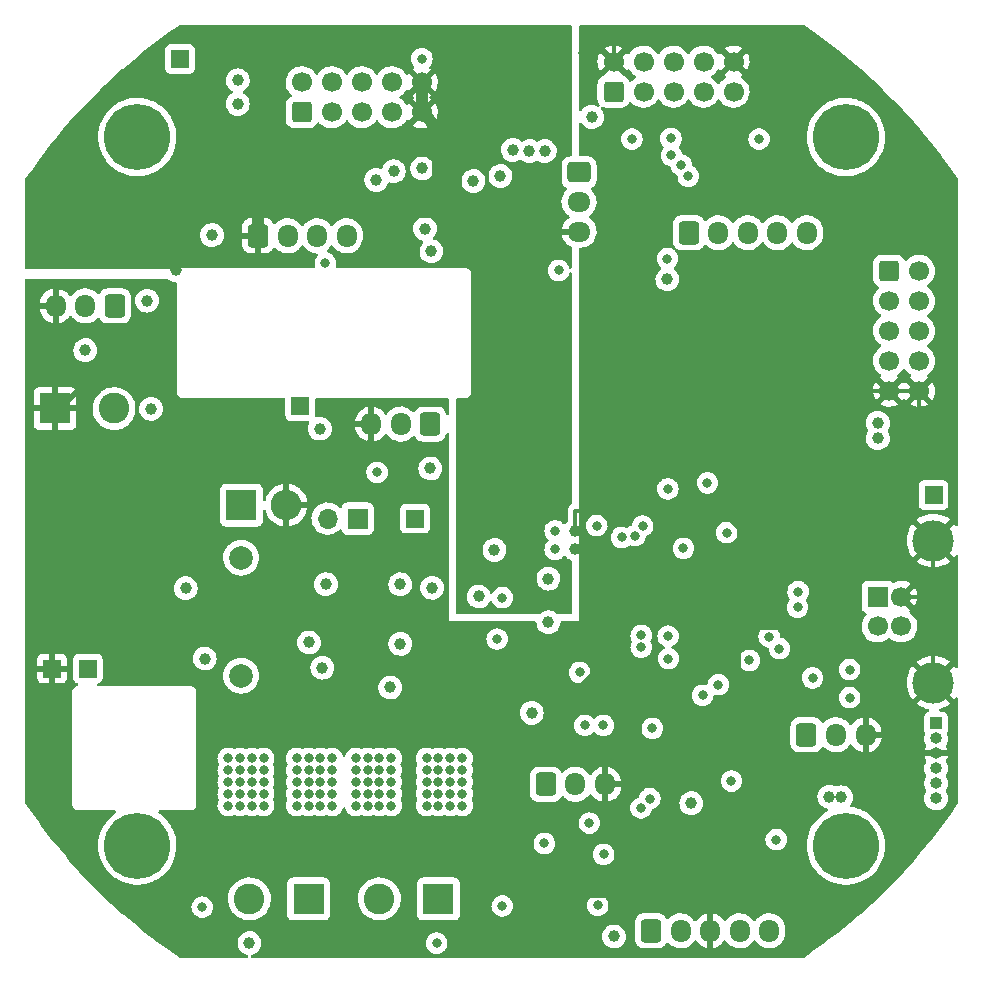
<source format=gbr>
%TF.GenerationSoftware,KiCad,Pcbnew,6.0.10*%
%TF.CreationDate,2023-01-12T12:24:56+03:00*%
%TF.ProjectId,nitrogen,6e697472-6f67-4656-9e2e-6b696361645f,rev?*%
%TF.SameCoordinates,Original*%
%TF.FileFunction,Copper,L2,Inr*%
%TF.FilePolarity,Positive*%
%FSLAX46Y46*%
G04 Gerber Fmt 4.6, Leading zero omitted, Abs format (unit mm)*
G04 Created by KiCad (PCBNEW 6.0.10) date 2023-01-12 12:24:56*
%MOMM*%
%LPD*%
G01*
G04 APERTURE LIST*
G04 Aperture macros list*
%AMRoundRect*
0 Rectangle with rounded corners*
0 $1 Rounding radius*
0 $2 $3 $4 $5 $6 $7 $8 $9 X,Y pos of 4 corners*
0 Add a 4 corners polygon primitive as box body*
4,1,4,$2,$3,$4,$5,$6,$7,$8,$9,$2,$3,0*
0 Add four circle primitives for the rounded corners*
1,1,$1+$1,$2,$3*
1,1,$1+$1,$4,$5*
1,1,$1+$1,$6,$7*
1,1,$1+$1,$8,$9*
0 Add four rect primitives between the rounded corners*
20,1,$1+$1,$2,$3,$4,$5,0*
20,1,$1+$1,$4,$5,$6,$7,0*
20,1,$1+$1,$6,$7,$8,$9,0*
20,1,$1+$1,$8,$9,$2,$3,0*%
G04 Aperture macros list end*
%TA.AperFunction,ComponentPad*%
%ADD10C,5.600000*%
%TD*%
%TA.AperFunction,ComponentPad*%
%ADD11RoundRect,0.250000X-0.600000X-0.725000X0.600000X-0.725000X0.600000X0.725000X-0.600000X0.725000X0*%
%TD*%
%TA.AperFunction,ComponentPad*%
%ADD12O,1.700000X1.950000*%
%TD*%
%TA.AperFunction,ComponentPad*%
%ADD13R,2.600000X2.600000*%
%TD*%
%TA.AperFunction,ComponentPad*%
%ADD14C,2.600000*%
%TD*%
%TA.AperFunction,ComponentPad*%
%ADD15R,1.500000X1.500000*%
%TD*%
%TA.AperFunction,ComponentPad*%
%ADD16O,2.600000X2.600000*%
%TD*%
%TA.AperFunction,ComponentPad*%
%ADD17RoundRect,0.250000X-0.600000X-0.600000X0.600000X-0.600000X0.600000X0.600000X-0.600000X0.600000X0*%
%TD*%
%TA.AperFunction,ComponentPad*%
%ADD18C,1.700000*%
%TD*%
%TA.AperFunction,ComponentPad*%
%ADD19RoundRect,0.250000X0.600000X-0.600000X0.600000X0.600000X-0.600000X0.600000X-0.600000X-0.600000X0*%
%TD*%
%TA.AperFunction,ComponentPad*%
%ADD20RoundRect,0.250000X0.600000X0.725000X-0.600000X0.725000X-0.600000X-0.725000X0.600000X-0.725000X0*%
%TD*%
%TA.AperFunction,ComponentPad*%
%ADD21R,1.700000X1.700000*%
%TD*%
%TA.AperFunction,ComponentPad*%
%ADD22O,1.700000X1.700000*%
%TD*%
%TA.AperFunction,ComponentPad*%
%ADD23RoundRect,0.250000X-0.725000X0.600000X-0.725000X-0.600000X0.725000X-0.600000X0.725000X0.600000X0*%
%TD*%
%TA.AperFunction,ComponentPad*%
%ADD24O,1.950000X1.700000*%
%TD*%
%TA.AperFunction,ComponentPad*%
%ADD25C,2.000000*%
%TD*%
%TA.AperFunction,ComponentPad*%
%ADD26R,1.000000X1.000000*%
%TD*%
%TA.AperFunction,ComponentPad*%
%ADD27O,1.000000X1.000000*%
%TD*%
%TA.AperFunction,ComponentPad*%
%ADD28C,3.500000*%
%TD*%
%TA.AperFunction,ViaPad*%
%ADD29C,1.000000*%
%TD*%
%TA.AperFunction,ViaPad*%
%ADD30C,0.800000*%
%TD*%
%TA.AperFunction,Conductor*%
%ADD31C,0.300000*%
%TD*%
%TA.AperFunction,Conductor*%
%ADD32C,0.500000*%
%TD*%
%TA.AperFunction,Conductor*%
%ADD33C,0.200000*%
%TD*%
%TA.AperFunction,Conductor*%
%ADD34C,1.000000*%
%TD*%
G04 APERTURE END LIST*
D10*
%TO.N,N/C*%
%TO.C,H1*%
X169000000Y-55000000D03*
%TD*%
D11*
%TO.N,Net-(J15-Pad1)*%
%TO.C,J15*%
X165658800Y-105613200D03*
D12*
%TO.N,Net-(J15-Pad2)*%
X168158800Y-105613200D03*
%TO.N,GND*%
X170658800Y-105613200D03*
%TD*%
D13*
%TO.N,/P2*%
%TO.C,J3*%
X123500000Y-119500000D03*
D14*
%TO.N,/P3*%
X118500000Y-119500000D03*
%TD*%
D15*
%TO.N,Net-(C14-Pad1)*%
%TO.C,TP2*%
X122800000Y-77800000D03*
%TD*%
D13*
%TO.N,Net-(D12-Pad1)*%
%TO.C,D12*%
X117805000Y-86166000D03*
D16*
%TO.N,GND*%
X121615000Y-86166000D03*
%TD*%
D11*
%TO.N,/MCU/485B*%
%TO.C,J9*%
X152500000Y-122200000D03*
D12*
%TO.N,/MCU/485A*%
X155000000Y-122200000D03*
%TO.N,GND*%
X157500000Y-122200000D03*
%TO.N,/MCU/CANL*%
X160000000Y-122200000D03*
%TO.N,/MCU/CANH*%
X162500000Y-122200000D03*
%TD*%
D17*
%TO.N,Net-(J11-Pad1)*%
%TO.C,J11*%
X172647500Y-66320000D03*
D18*
%TO.N,Net-(J11-Pad2)*%
X175187500Y-66320000D03*
%TO.N,Net-(J11-Pad3)*%
X172647500Y-68860000D03*
%TO.N,Net-(J11-Pad4)*%
X175187500Y-68860000D03*
%TO.N,Net-(J11-Pad5)*%
X172647500Y-71400000D03*
%TO.N,Net-(J11-Pad6)*%
X175187500Y-71400000D03*
%TO.N,Net-(J11-Pad7)*%
X172647500Y-73940000D03*
%TO.N,Net-(J11-Pad8)*%
X175187500Y-73940000D03*
%TO.N,GND*%
X172647500Y-76480000D03*
X175187500Y-76480000D03*
%TD*%
D15*
%TO.N,+3.3VADC*%
%TO.C,TP6*%
X112623600Y-48412400D03*
%TD*%
D11*
%TO.N,GNDPWR*%
%TO.C,J6*%
X119233500Y-63359000D03*
D12*
%TO.N,Net-(J6-Pad2)*%
X121733500Y-63359000D03*
%TO.N,Net-(J6-Pad3)*%
X124233500Y-63359000D03*
%TO.N,/MCU/ADC_EXT*%
X126733500Y-63359000D03*
%TD*%
D19*
%TO.N,/MCU/ADC0*%
%TO.C,J4*%
X122920000Y-52900000D03*
D18*
%TO.N,/MCU/ADC1*%
X122920000Y-50360000D03*
%TO.N,/MCU/ADC2*%
X125460000Y-52900000D03*
%TO.N,/MCU/ADC3*%
X125460000Y-50360000D03*
%TO.N,/MCU/ADC4*%
X128000000Y-52900000D03*
%TO.N,/MCU/ADC5*%
X128000000Y-50360000D03*
%TO.N,/MCU/ADC6*%
X130540000Y-52900000D03*
%TO.N,/MCU/ADC7*%
X130540000Y-50360000D03*
%TO.N,GNDPWR*%
X133080000Y-52900000D03*
X133080000Y-50360000D03*
%TD*%
D20*
%TO.N,Net-(J5-Pad1)*%
%TO.C,J5*%
X133800000Y-79300000D03*
D12*
%TO.N,Net-(J5-Pad2)*%
X131300000Y-79300000D03*
%TO.N,GND*%
X128800000Y-79300000D03*
%TD*%
D15*
%TO.N,Net-(D5-Pad1)*%
%TO.C,TP1*%
X176416500Y-85306600D03*
%TD*%
D21*
%TO.N,Net-(J16-Pad1)*%
%TO.C,J16*%
X127650000Y-87300000D03*
D22*
%TO.N,Net-(J16-Pad2)*%
X125110000Y-87300000D03*
%TD*%
D13*
%TO.N,GND*%
%TO.C,J13*%
X102031000Y-77982000D03*
D14*
%TO.N,Vdrive*%
X107031000Y-77982000D03*
%TD*%
D23*
%TO.N,/MCU/ADC9*%
%TO.C,J1*%
X146400000Y-58000000D03*
D24*
%TO.N,/MCU/ADC8*%
X146400000Y-60500000D03*
%TO.N,GNDPWR*%
X146400000Y-63000000D03*
%TD*%
D13*
%TO.N,/P0*%
%TO.C,J2*%
X134500000Y-119500000D03*
D14*
%TO.N,/P1*%
X129500000Y-119500000D03*
%TD*%
D15*
%TO.N,+5V*%
%TO.C,TP4*%
X104800000Y-100000000D03*
%TD*%
D19*
%TO.N,Net-(J10-Pad1)*%
%TO.C,J10*%
X149320000Y-51152500D03*
D18*
%TO.N,GND*%
X149320000Y-48612500D03*
%TO.N,Net-(J10-Pad3)*%
X151860000Y-51152500D03*
%TO.N,Net-(J10-Pad4)*%
X151860000Y-48612500D03*
%TO.N,Net-(J10-Pad5)*%
X154400000Y-51152500D03*
%TO.N,Net-(J10-Pad6)*%
X154400000Y-48612500D03*
%TO.N,Net-(J10-Pad7)*%
X156940000Y-51152500D03*
%TO.N,Net-(J10-Pad8)*%
X156940000Y-48612500D03*
%TO.N,Net-(J10-Pad9)*%
X159480000Y-51152500D03*
%TO.N,GND*%
X159480000Y-48612500D03*
%TD*%
D10*
%TO.N,N/C*%
%TO.C,H3*%
X109000000Y-115000000D03*
%TD*%
%TO.N,N/C*%
%TO.C,H4*%
X169000000Y-115000000D03*
%TD*%
D15*
%TO.N,GND*%
%TO.C,TP3*%
X101800000Y-100000000D03*
%TD*%
%TO.N,+3.3V*%
%TO.C,TP5*%
X132500000Y-87300000D03*
%TD*%
D11*
%TO.N,Net-(J18-Pad1)*%
%TO.C,J18*%
X155700000Y-63100000D03*
D12*
%TO.N,Net-(J18-Pad2)*%
X158200000Y-63100000D03*
%TO.N,Net-(J18-Pad3)*%
X160700000Y-63100000D03*
%TO.N,Net-(J18-Pad4)*%
X163200000Y-63100000D03*
%TO.N,Net-(J18-Pad5)*%
X165700000Y-63100000D03*
%TD*%
D11*
%TO.N,Net-(J14-Pad1)*%
%TO.C,J14*%
X143600000Y-109800000D03*
D12*
%TO.N,Net-(J14-Pad2)*%
X146100000Y-109800000D03*
%TO.N,GND*%
X148600000Y-109800000D03*
%TD*%
D25*
%TO.N,+5V*%
%TO.C,L1*%
X117785000Y-100611000D03*
%TO.N,Net-(D12-Pad1)*%
X117785000Y-90611000D03*
%TD*%
D26*
%TO.N,/MCU/SWCLK*%
%TO.C,J7*%
X176631600Y-104648000D03*
D27*
%TO.N,/MCU/SWDIO*%
X176631600Y-105918000D03*
%TO.N,GND*%
X176631600Y-107188000D03*
%TO.N,Net-(J7-Pad4)*%
X176631600Y-108458000D03*
%TO.N,/MCU/BOOT0*%
X176631600Y-109728000D03*
%TO.N,/MCU/NRST*%
X176631600Y-110998000D03*
%TD*%
D21*
%TO.N,/MCU/VB*%
%TO.C,J8*%
X171690000Y-93930000D03*
D18*
%TO.N,Net-(J8-Pad2)*%
X171690000Y-96430000D03*
%TO.N,Net-(J8-Pad3)*%
X173690000Y-96430000D03*
%TO.N,GND*%
X173690000Y-93930000D03*
D28*
X176400000Y-89160000D03*
X176400000Y-101200000D03*
%TD*%
D10*
%TO.N,N/C*%
%TO.C,H2*%
X109000000Y-55000000D03*
%TD*%
D20*
%TO.N,Net-(J12-Pad1)*%
%TO.C,J12*%
X107100000Y-69300000D03*
D12*
%TO.N,Net-(J12-Pad2)*%
X104600000Y-69300000D03*
%TO.N,GND*%
X102100000Y-69300000D03*
%TD*%
D29*
%TO.N,+5V*%
X109829600Y-68847800D03*
%TO.N,+3.3V*%
X147487500Y-53300000D03*
X124460000Y-79705200D03*
X133958062Y-93159438D03*
X133908800Y-64668400D03*
X104597200Y-73048500D03*
X153887500Y-67041700D03*
X149352000Y-122682000D03*
X124967600Y-92862400D03*
D30*
X153887500Y-65300000D03*
D29*
X131267600Y-92862400D03*
X131267600Y-97905700D03*
D30*
%TO.N,GND*%
X101700000Y-95800000D03*
X103200000Y-91300000D03*
X103200000Y-92800000D03*
D29*
X153492200Y-113893600D03*
D30*
X100200000Y-86800000D03*
X104700000Y-86800000D03*
X101700000Y-88300000D03*
D29*
X161188400Y-116941600D03*
X128574800Y-97383600D03*
X137718800Y-97485200D03*
D30*
X103200000Y-94300000D03*
D29*
X155905200Y-109678300D03*
D30*
X106200000Y-94300000D03*
D29*
X117551200Y-105003600D03*
D30*
X100200000Y-94300000D03*
D29*
X124967600Y-90562400D03*
X117551200Y-103784400D03*
X109600000Y-99150000D03*
X161695300Y-107391200D03*
X128574800Y-103784400D03*
D30*
X101700000Y-89800000D03*
D29*
X146800000Y-47900000D03*
X127203200Y-105765600D03*
D30*
X107700000Y-91300000D03*
D29*
X146099700Y-89916000D03*
D30*
X107700000Y-94300000D03*
D29*
X163068000Y-112674400D03*
D30*
X101700000Y-86800000D03*
X100200000Y-92800000D03*
D29*
X125845506Y-105770608D03*
D30*
X107700000Y-89800000D03*
X107700000Y-88300000D03*
X103200000Y-88300000D03*
X100200000Y-95800000D03*
X100200000Y-88300000D03*
D29*
X148285200Y-99161600D03*
D30*
X104700000Y-94300000D03*
X103200000Y-95800000D03*
D29*
X127700000Y-81587500D03*
X155550700Y-84277200D03*
D30*
X104700000Y-91300000D03*
X106200000Y-89800000D03*
D29*
X159917300Y-101371400D03*
D30*
X106200000Y-92800000D03*
X107700000Y-95800000D03*
D29*
X138277600Y-103784400D03*
X118674000Y-77901000D03*
D30*
X104700000Y-92800000D03*
X104700000Y-88300000D03*
D29*
X128574800Y-105003600D03*
D30*
X106200000Y-88300000D03*
D29*
X127220000Y-103800000D03*
D30*
X106200000Y-86800000D03*
D29*
X146099700Y-88341200D03*
X125848300Y-103800000D03*
X144118500Y-103824900D03*
D30*
X101700000Y-94300000D03*
X107700000Y-92800000D03*
X101700000Y-92800000D03*
X101700000Y-91300000D03*
X104700000Y-89800000D03*
X106200000Y-91300000D03*
X100200000Y-91300000D03*
D29*
X136780000Y-103800000D03*
D30*
X104700000Y-95800000D03*
X107700000Y-86800000D03*
X103200000Y-89800000D03*
X106200000Y-95800000D03*
X165709600Y-97282000D03*
X103200000Y-86800000D03*
D29*
X138277600Y-105359200D03*
X116230400Y-103784400D03*
X143459200Y-119938800D03*
D30*
X100200000Y-89800000D03*
D29*
X155600400Y-72136000D03*
X162356800Y-72136000D03*
%TO.N,/MCU/OSC_IN*%
X143814800Y-96084000D03*
%TO.N,/MCU/OSC_OUT*%
X143814800Y-92384000D03*
D30*
%TO.N,/MCU/NRST*%
X169316400Y-100100000D03*
X139900000Y-94000000D03*
X169316400Y-102463600D03*
%TO.N,/MCU/BOOT0*%
X156870400Y-102260400D03*
X146456400Y-100330000D03*
%TO.N,/MCU/MCU3v3*%
X158191200Y-101371400D03*
D29*
X142393500Y-103759000D03*
D30*
X144374700Y-89916000D03*
X144374700Y-88341200D03*
D29*
X155905200Y-111403300D03*
D30*
X139462500Y-97500000D03*
X166168700Y-100787200D03*
X164900000Y-94800000D03*
X157275700Y-84277200D03*
D29*
X137900000Y-93900000D03*
%TO.N,+5V*%
X171700000Y-79200000D03*
X167589200Y-110845600D03*
X113100000Y-93200000D03*
X123531800Y-97790000D03*
X133807200Y-83056100D03*
X115317900Y-63296800D03*
X114700000Y-99150000D03*
X171700000Y-80500000D03*
X168599312Y-110900688D03*
%TO.N,GNDPWR*%
X121300000Y-56600000D03*
X112250000Y-66262500D03*
X139242800Y-88239600D03*
X100700000Y-59600000D03*
X109800000Y-59900000D03*
X144700000Y-47900000D03*
D30*
%TO.N,Vdrive*%
X139900000Y-120100000D03*
X114500000Y-120200000D03*
D29*
X118500000Y-123250000D03*
D30*
X134350000Y-123250000D03*
D29*
X110165000Y-78003000D03*
D30*
%TO.N,/MCU/VB*%
X162500000Y-97300000D03*
D29*
%TO.N,/MCU/ADC2*%
X140800688Y-56099312D03*
%TO.N,/MCU/ADC4*%
X143500000Y-56200000D03*
%TO.N,/MCU/ADC6*%
X130700000Y-57900000D03*
%TO.N,/MCU/ADC8*%
X133110000Y-57660000D03*
D30*
%TO.N,/MCU/ADC9*%
X133096000Y-48371000D03*
D29*
X139750800Y-58300000D03*
%TO.N,/MCU/ADC7*%
X137464800Y-58724800D03*
%TO.N,/MCU/ADC5*%
X129235200Y-58623200D03*
%TO.N,/MCU/ADC3*%
X142200000Y-56200000D03*
D30*
%TO.N,/MCU/SWDIO*%
X160832800Y-99314000D03*
%TO.N,/MCU/USB_PU*%
X164951900Y-93495800D03*
D29*
%TO.N,+3.3VADC*%
X133350000Y-62750000D03*
X117500000Y-50200000D03*
X139242800Y-89964600D03*
X117500000Y-52200000D03*
%TO.N,PWM3*%
X124663200Y-99923600D03*
%TO.N,PWM1*%
X130405500Y-101600000D03*
D30*
%TO.N,/MCU/Buzzer*%
X147900000Y-87900000D03*
X129300000Y-83400000D03*
%TO.N,/MCU/USB_DP*%
X163362800Y-98311400D03*
%TO.N,/MCU/SPI2_MISO*%
X150012400Y-88900000D03*
X150876000Y-55168800D03*
%TO.N,/MCU/SPI2_SCK*%
X158902400Y-88493600D03*
X161645600Y-55168800D03*
%TO.N,/MCU/I2C1_SCL*%
X148463000Y-104800400D03*
X152391000Y-111016098D03*
%TO.N,/MCU/I2C1_SDA*%
X151649500Y-111800000D03*
X146888200Y-104800400D03*
%TO.N,/MCU/SCRN_DCRS*%
X153924000Y-84785200D03*
X155651200Y-58318400D03*
%TO.N,/MCU/SPI2_MOSI*%
X155244800Y-89814400D03*
X155041600Y-57353200D03*
%TO.N,/MCU/SCRN_RST*%
X151790400Y-87934800D03*
X154228800Y-56540400D03*
%TO.N,/MCU/SPI2_NSS*%
X151130000Y-88747600D03*
X154178000Y-55118000D03*
%TO.N,/MCU/CAN_RX*%
X159308800Y-109524800D03*
%TO.N,/MCU/CAN_TX*%
X152603200Y-105054400D03*
%TO.N,/MCU/U2Rx*%
X147269200Y-113080800D03*
%TO.N,/MCU/DE*%
X148488400Y-115722400D03*
%TO.N,/MCU/U2Tx*%
X143459200Y-114808000D03*
%TO.N,/P2*%
X124500000Y-111600000D03*
X123500000Y-109600000D03*
X124500000Y-109600000D03*
X125500000Y-110600000D03*
X122500000Y-109600000D03*
X125500000Y-108600000D03*
X122500000Y-107600000D03*
X122500000Y-110600000D03*
X123500000Y-111600000D03*
X125500000Y-111600000D03*
X122500000Y-111600000D03*
X122500000Y-108600000D03*
X124500000Y-107600000D03*
X125500000Y-107600000D03*
X123500000Y-110600000D03*
X124500000Y-108600000D03*
X123500000Y-108600000D03*
X125500000Y-109600000D03*
X123500000Y-107600000D03*
X124500000Y-110600000D03*
%TO.N,/P3*%
X116700000Y-107600000D03*
X118700000Y-109600000D03*
X116700000Y-108600000D03*
X118700000Y-110600000D03*
X117700000Y-110600000D03*
X119700000Y-111600000D03*
X116700000Y-111600000D03*
X119700000Y-109600000D03*
X119700000Y-108600000D03*
X117700000Y-111600000D03*
X118700000Y-108600000D03*
X117700000Y-107600000D03*
X118700000Y-111600000D03*
X116700000Y-109600000D03*
X119700000Y-110600000D03*
X116700000Y-110600000D03*
X118700000Y-107600000D03*
X117700000Y-109600000D03*
X119700000Y-107600000D03*
X117700000Y-108600000D03*
%TO.N,/P1*%
X130500000Y-111600000D03*
X128500000Y-109600000D03*
X128500000Y-108600000D03*
X127500000Y-108600000D03*
X129500000Y-110600000D03*
X127500000Y-109600000D03*
X129500000Y-108600000D03*
X130500000Y-109600000D03*
X127500000Y-111600000D03*
X130500000Y-107600000D03*
X130500000Y-108600000D03*
X130500000Y-110600000D03*
X129500000Y-109600000D03*
X127500000Y-110600000D03*
X129500000Y-111600000D03*
X127500000Y-107600000D03*
X128500000Y-107600000D03*
X128500000Y-110600000D03*
X128500000Y-111600000D03*
X129500000Y-107600000D03*
%TO.N,/P0*%
X135500000Y-110600000D03*
X136500000Y-109600000D03*
X135500000Y-111600000D03*
X135500000Y-109600000D03*
X134500000Y-108600000D03*
X133500000Y-108600000D03*
X133500000Y-107600000D03*
X136500000Y-111600000D03*
X136500000Y-107600000D03*
X134500000Y-107600000D03*
X134500000Y-109600000D03*
X136500000Y-108600000D03*
X135500000Y-108600000D03*
X133500000Y-111600000D03*
X134500000Y-111600000D03*
X134500000Y-110600000D03*
X133500000Y-109600000D03*
X136500000Y-110600000D03*
X133500000Y-110600000D03*
X135500000Y-107600000D03*
%TO.N,Net-(R44-Pad2)*%
X163100000Y-114486900D03*
%TO.N,Net-(C4-Pad2)*%
X147980400Y-120040400D03*
%TO.N,Net-(D8-Pad1)*%
X124921000Y-65659000D03*
X144678400Y-66294000D03*
%TO.N,/MCU/Tx*%
X151668900Y-97196897D03*
%TO.N,/MCU/Rx*%
X151668900Y-98196400D03*
%TO.N,/MCU/SCL*%
X153943900Y-97246400D03*
%TO.N,/MCU/SDA*%
X153974800Y-99161600D03*
%TD*%
D31*
%TO.N,GND*%
X177444400Y-107188000D02*
X178003200Y-106629200D01*
X175187500Y-76480000D02*
X177292000Y-74375500D01*
X114234400Y-103784400D02*
X114234400Y-101234400D01*
X143103600Y-105359200D02*
X138277600Y-105359200D01*
D32*
X128574800Y-105003600D02*
X129778400Y-103800000D01*
D33*
X148116400Y-46583600D02*
X146800000Y-47900000D01*
D31*
X172059600Y-59994800D02*
X166621600Y-59994800D01*
X157500000Y-120630000D02*
X158826200Y-119303800D01*
X159917300Y-101371400D02*
X159917300Y-96518900D01*
D33*
X157550700Y-85849300D02*
X157564800Y-85835200D01*
D31*
X146099700Y-86665900D02*
X146099700Y-88341200D01*
X175187500Y-82867500D02*
X172647500Y-85407500D01*
X155550700Y-72185700D02*
X155600400Y-72136000D01*
X155905200Y-109678300D02*
X155905200Y-107492800D01*
D32*
X127220000Y-102378800D02*
X127220000Y-98738400D01*
D33*
X155550700Y-85849300D02*
X157550700Y-85849300D01*
D31*
X136780000Y-103800000D02*
X136780000Y-102488000D01*
X159917300Y-88187700D02*
X157564800Y-85835200D01*
D32*
X102474000Y-77982000D02*
X106863000Y-73593000D01*
D31*
X165709600Y-97282000D02*
X164952883Y-96525283D01*
D32*
X127220000Y-103800000D02*
X127220000Y-102548400D01*
X125078498Y-105003600D02*
X125845506Y-105770608D01*
D31*
X125848300Y-103800000D02*
X125968400Y-103800000D01*
D32*
X102031000Y-77982000D02*
X102474000Y-77982000D01*
D31*
X159917300Y-94117300D02*
X159917300Y-88187700D01*
X171986800Y-105613200D02*
X176400000Y-101200000D01*
D32*
X118674000Y-77901000D02*
X112101000Y-77901000D01*
X127812800Y-105765600D02*
X128574800Y-105003600D01*
D31*
X161188400Y-112623600D02*
X161188400Y-107898100D01*
X176400000Y-89160000D02*
X172647500Y-85407500D01*
X150063200Y-46583600D02*
X157451100Y-46583600D01*
X121615000Y-80842000D02*
X126954500Y-80842000D01*
X122262400Y-90562400D02*
X121615000Y-89915000D01*
X126954500Y-80842000D02*
X127700000Y-81587500D01*
X112150000Y-99150000D02*
X109600000Y-99150000D01*
X162000000Y-51132500D02*
X159480000Y-48612500D01*
X114234400Y-101234400D02*
X112150000Y-99150000D01*
X155550700Y-84277200D02*
X155550700Y-72185700D01*
D33*
X102031000Y-82631000D02*
X102031000Y-77982000D01*
D31*
X153492200Y-113893600D02*
X153492200Y-107467400D01*
X161239200Y-112674400D02*
X161188400Y-112623600D01*
X138277600Y-103784400D02*
X136981200Y-102488000D01*
X149320000Y-47326800D02*
X150063200Y-46583600D01*
X178003200Y-106629200D02*
X178003200Y-102803200D01*
X136780000Y-102488000D02*
X136780000Y-98424000D01*
X176631600Y-107188000D02*
X177444400Y-107188000D01*
X166621600Y-59994800D02*
X164387600Y-57760800D01*
X153416000Y-107391200D02*
X155803600Y-107391200D01*
X157500000Y-122200000D02*
X157500000Y-120630000D01*
D32*
X112101000Y-77901000D02*
X107793000Y-73593000D01*
D31*
X146099700Y-86665900D02*
X154989700Y-86665900D01*
X155550700Y-86104900D02*
X155550700Y-85849300D01*
X176400000Y-98269600D02*
X176400000Y-101200000D01*
X148285200Y-99161600D02*
X148285200Y-99658200D01*
X155550700Y-85849300D02*
X155550700Y-84277200D01*
X176326000Y-93930000D02*
X176400000Y-93856000D01*
X168424400Y-98269600D02*
X176400000Y-98269600D01*
X121615000Y-89915000D02*
X121615000Y-86166000D01*
X177292000Y-74375500D02*
X177292000Y-65227200D01*
X177292000Y-65227200D02*
X172059600Y-59994800D01*
X173690000Y-93930000D02*
X176326000Y-93930000D01*
D33*
X128800000Y-79300000D02*
X128800000Y-80487500D01*
D31*
X153492200Y-107467400D02*
X153416000Y-107391200D01*
X158796289Y-119273889D02*
X158826200Y-119303800D01*
X124967600Y-90562400D02*
X122262400Y-90562400D01*
X144118500Y-103824900D02*
X144118500Y-104344300D01*
X170658800Y-105613200D02*
X171986800Y-105613200D01*
X128574800Y-102514400D02*
X128574800Y-103784400D01*
X157451100Y-46583600D02*
X159480000Y-48612500D01*
X167436800Y-97282000D02*
X168424400Y-98269600D01*
D32*
X127220000Y-98738400D02*
X128574800Y-97383600D01*
D33*
X106200000Y-86800000D02*
X102031000Y-82631000D01*
D31*
X148508800Y-107391200D02*
X144983200Y-107391200D01*
X154989700Y-86665900D02*
X155550700Y-86104900D01*
X164952883Y-96525283D02*
X159923683Y-96525283D01*
X158826200Y-119303800D02*
X161188400Y-116941600D01*
X144118500Y-104344300D02*
X143103600Y-105359200D01*
X172647500Y-76480000D02*
X166700800Y-76480000D01*
X127220000Y-102378800D02*
X128439200Y-102378800D01*
X175187500Y-76480000D02*
X175187500Y-82867500D01*
D32*
X107793000Y-73593000D02*
X106863000Y-73593000D01*
D33*
X146099700Y-89916000D02*
X150301000Y-94117300D01*
D31*
X161188400Y-107898100D02*
X161695300Y-107391200D01*
D32*
X117551200Y-105003600D02*
X125078498Y-105003600D01*
D31*
X178003200Y-102803200D02*
X176400000Y-101200000D01*
D32*
X127220000Y-102548400D02*
X127220000Y-102378800D01*
D31*
X136981200Y-102488000D02*
X136780000Y-102488000D01*
X125968400Y-103800000D02*
X127220000Y-102548400D01*
X163068000Y-112674400D02*
X161239200Y-112674400D01*
X148600000Y-109800000D02*
X148600000Y-107482400D01*
X165709600Y-97282000D02*
X167436800Y-97282000D01*
X116230400Y-103784400D02*
X114234400Y-103784400D01*
X176400000Y-89160000D02*
X176400000Y-93856000D01*
X166700800Y-76480000D02*
X162356800Y-72136000D01*
D32*
X127203200Y-105765600D02*
X127812800Y-105765600D01*
D31*
X162000000Y-51132500D02*
X164387600Y-53520100D01*
X161188400Y-116941600D02*
X161188400Y-112623600D01*
X164387600Y-53520100D02*
X164387600Y-57760800D01*
D33*
X150063200Y-46583600D02*
X148116400Y-46583600D01*
D31*
X144983200Y-107391200D02*
X143103600Y-105511600D01*
D33*
X128800000Y-80487500D02*
X127700000Y-81587500D01*
D31*
X128439200Y-102378800D02*
X128574800Y-102514400D01*
X161695300Y-107391200D02*
X161695300Y-103149400D01*
X155803600Y-107391200D02*
X161695300Y-107391200D01*
X136780000Y-98424000D02*
X137718800Y-97485200D01*
X172647500Y-76480000D02*
X175187500Y-76480000D01*
X148600000Y-107482400D02*
X148508800Y-107391200D01*
D32*
X121615000Y-86166000D02*
X121615000Y-80842000D01*
D31*
X143103600Y-105511600D02*
X143103600Y-105359200D01*
D33*
X150301000Y-94117300D02*
X159917300Y-94117300D01*
D31*
X159917300Y-96518900D02*
X159917300Y-94117300D01*
X148508800Y-107391200D02*
X153416000Y-107391200D01*
X155905200Y-107492800D02*
X155803600Y-107391200D01*
X148285200Y-99658200D02*
X144118500Y-103824900D01*
X149320000Y-48612500D02*
X149320000Y-47326800D01*
D32*
X121615000Y-80842000D02*
X118674000Y-77901000D01*
D31*
X176400000Y-93856000D02*
X176400000Y-98269600D01*
X143459200Y-119938800D02*
X144124111Y-119273889D01*
X161695300Y-103149400D02*
X159917300Y-101371400D01*
D32*
X129778400Y-103800000D02*
X136780000Y-103800000D01*
D31*
X159923683Y-96525283D02*
X159917300Y-96518900D01*
X144124111Y-119273889D02*
X158796289Y-119273889D01*
%TO.N,GNDPWR*%
X112527700Y-61372300D02*
X112527700Y-65984800D01*
X112527700Y-61372300D02*
X111272300Y-61372300D01*
D34*
X134500000Y-60900000D02*
X134500000Y-54320000D01*
X119233500Y-61372300D02*
X121227700Y-61372300D01*
X134500000Y-54320000D02*
X133080000Y-52900000D01*
D33*
X121300000Y-56600000D02*
X121300000Y-61300000D01*
D31*
X119233500Y-61372300D02*
X112527700Y-61372300D01*
D34*
X134027700Y-61372300D02*
X134500000Y-60900000D01*
D33*
X121300000Y-61300000D02*
X121227700Y-61372300D01*
D34*
X121227700Y-61372300D02*
X134027700Y-61372300D01*
D31*
X101000000Y-59900000D02*
X109800000Y-59900000D01*
X111272300Y-61372300D02*
X109800000Y-59900000D01*
D34*
X119233500Y-63359000D02*
X119233500Y-61372300D01*
X133080000Y-50360000D02*
X133080000Y-52900000D01*
D31*
X100700000Y-59600000D02*
X101000000Y-59900000D01*
X112527700Y-65984800D02*
X112250000Y-66262500D01*
%TD*%
%TA.AperFunction,Conductor*%
%TO.N,GNDPWR*%
G36*
X145742121Y-45528522D02*
G01*
X145788614Y-45582178D01*
X145800000Y-45634520D01*
X145800000Y-47760401D01*
X145799215Y-47774446D01*
X145786719Y-47885851D01*
X145787235Y-47891995D01*
X145799558Y-48038751D01*
X145800000Y-48049294D01*
X145800000Y-56515500D01*
X145779998Y-56583621D01*
X145726342Y-56630114D01*
X145674000Y-56641500D01*
X145624600Y-56641500D01*
X145621354Y-56641837D01*
X145621350Y-56641837D01*
X145525692Y-56651762D01*
X145525688Y-56651763D01*
X145518834Y-56652474D01*
X145512298Y-56654655D01*
X145512296Y-56654655D01*
X145437057Y-56679757D01*
X145351054Y-56708450D01*
X145200652Y-56801522D01*
X145075695Y-56926697D01*
X145071855Y-56932927D01*
X145071854Y-56932928D01*
X144993606Y-57059870D01*
X144982885Y-57077262D01*
X144978733Y-57089781D01*
X144937811Y-57213158D01*
X144927203Y-57245139D01*
X144926503Y-57251975D01*
X144926502Y-57251978D01*
X144924604Y-57270504D01*
X144916500Y-57349600D01*
X144916500Y-58650400D01*
X144916837Y-58653646D01*
X144916837Y-58653650D01*
X144924220Y-58724800D01*
X144927474Y-58756166D01*
X144929655Y-58762702D01*
X144929655Y-58762704D01*
X144958233Y-58848362D01*
X144983450Y-58923946D01*
X145076522Y-59074348D01*
X145201697Y-59199305D01*
X145347340Y-59289081D01*
X145394832Y-59341852D01*
X145406256Y-59411924D01*
X145377982Y-59477048D01*
X145368195Y-59487510D01*
X145253865Y-59596576D01*
X145116246Y-59781542D01*
X145011760Y-59987051D01*
X144943393Y-60207227D01*
X144913102Y-60435774D01*
X144921751Y-60666158D01*
X144969093Y-60891791D01*
X145053776Y-61106221D01*
X145173377Y-61303317D01*
X145324477Y-61477445D01*
X145328608Y-61480832D01*
X145498627Y-61620240D01*
X145498633Y-61620244D01*
X145502755Y-61623624D01*
X145507398Y-61626267D01*
X145534735Y-61641829D01*
X145584041Y-61692912D01*
X145597902Y-61762542D01*
X145571918Y-61828613D01*
X145542768Y-61855851D01*
X145425422Y-61934852D01*
X145417130Y-61941519D01*
X145258100Y-62093228D01*
X145251059Y-62101186D01*
X145119859Y-62277525D01*
X145114255Y-62286562D01*
X145014643Y-62482484D01*
X145010643Y-62492335D01*
X144945466Y-62702240D01*
X144943183Y-62712624D01*
X144941139Y-62728043D01*
X144943335Y-62742207D01*
X144956522Y-62746000D01*
X145800000Y-62746000D01*
X145800000Y-63254000D01*
X144958808Y-63254000D01*
X144945277Y-63257973D01*
X144943752Y-63268580D01*
X144968477Y-63386421D01*
X144971537Y-63396617D01*
X145052263Y-63601029D01*
X145056994Y-63610561D01*
X145171016Y-63798462D01*
X145177280Y-63807052D01*
X145321327Y-63973052D01*
X145328958Y-63980472D01*
X145498911Y-64119826D01*
X145507678Y-64125850D01*
X145698682Y-64234576D01*
X145708348Y-64239043D01*
X145716987Y-64242178D01*
X145774197Y-64284220D01*
X145799595Y-64350519D01*
X145800000Y-64360618D01*
X145800000Y-66010431D01*
X145779998Y-66078552D01*
X145726342Y-66125045D01*
X145656068Y-66135149D01*
X145591488Y-66105655D01*
X145554167Y-66049367D01*
X145514969Y-65928729D01*
X145512927Y-65922444D01*
X145417440Y-65757056D01*
X145349462Y-65681558D01*
X145294075Y-65620045D01*
X145294074Y-65620044D01*
X145289653Y-65615134D01*
X145135152Y-65502882D01*
X145129124Y-65500198D01*
X145129122Y-65500197D01*
X144966719Y-65427891D01*
X144966718Y-65427891D01*
X144960688Y-65425206D01*
X144852741Y-65402261D01*
X144780344Y-65386872D01*
X144780339Y-65386872D01*
X144773887Y-65385500D01*
X144582913Y-65385500D01*
X144576461Y-65386872D01*
X144576456Y-65386872D01*
X144504059Y-65402261D01*
X144396112Y-65425206D01*
X144390082Y-65427891D01*
X144390081Y-65427891D01*
X144227678Y-65500197D01*
X144227676Y-65500198D01*
X144221648Y-65502882D01*
X144067147Y-65615134D01*
X144062726Y-65620044D01*
X144062725Y-65620045D01*
X144007339Y-65681558D01*
X143939360Y-65757056D01*
X143843873Y-65922444D01*
X143784858Y-66104072D01*
X143784168Y-66110633D01*
X143784168Y-66110635D01*
X143781236Y-66138529D01*
X143764896Y-66294000D01*
X143784858Y-66483928D01*
X143843873Y-66665556D01*
X143939360Y-66830944D01*
X144067147Y-66972866D01*
X144221648Y-67085118D01*
X144227676Y-67087802D01*
X144227678Y-67087803D01*
X144274165Y-67108500D01*
X144396112Y-67162794D01*
X144489512Y-67182647D01*
X144576456Y-67201128D01*
X144576461Y-67201128D01*
X144582913Y-67202500D01*
X144773887Y-67202500D01*
X144780339Y-67201128D01*
X144780344Y-67201128D01*
X144867288Y-67182647D01*
X144960688Y-67162794D01*
X145082635Y-67108500D01*
X145129122Y-67087803D01*
X145129124Y-67087802D01*
X145135152Y-67085118D01*
X145289653Y-66972866D01*
X145417440Y-66830944D01*
X145512927Y-66665556D01*
X145554167Y-66538633D01*
X145594241Y-66480027D01*
X145659637Y-66452390D01*
X145729594Y-66464497D01*
X145781900Y-66512503D01*
X145800000Y-66577569D01*
X145800000Y-86005493D01*
X145779998Y-86073614D01*
X145748062Y-86107428D01*
X145732585Y-86118673D01*
X145726037Y-86123123D01*
X145676620Y-86154484D01*
X145671192Y-86160264D01*
X145671191Y-86160265D01*
X145670432Y-86161073D01*
X145652651Y-86176749D01*
X145645343Y-86182059D01*
X145640289Y-86188168D01*
X145640288Y-86188169D01*
X145608035Y-86227155D01*
X145602804Y-86233089D01*
X145576675Y-86260915D01*
X145562728Y-86275767D01*
X145558912Y-86282709D01*
X145558908Y-86282714D01*
X145558375Y-86283684D01*
X145545048Y-86303295D01*
X145539291Y-86310254D01*
X145535916Y-86317427D01*
X145514369Y-86363215D01*
X145510776Y-86370267D01*
X145501567Y-86387019D01*
X145482576Y-86421563D01*
X145480605Y-86429241D01*
X145480604Y-86429243D01*
X145480331Y-86430308D01*
X145472297Y-86452622D01*
X145468451Y-86460795D01*
X145466966Y-86468582D01*
X145466965Y-86468584D01*
X145457482Y-86518299D01*
X145455756Y-86526020D01*
X145441200Y-86582712D01*
X145441200Y-86591745D01*
X145438968Y-86615354D01*
X145437276Y-86624224D01*
X145437774Y-86632135D01*
X145440951Y-86682635D01*
X145441200Y-86690547D01*
X145441200Y-87516175D01*
X145421198Y-87584296D01*
X145399419Y-87608517D01*
X145399884Y-87608992D01*
X145395482Y-87613303D01*
X145390675Y-87617168D01*
X145268996Y-87762179D01*
X145209889Y-87801504D01*
X145138901Y-87802630D01*
X145078841Y-87765497D01*
X145075852Y-87762177D01*
X144985953Y-87662334D01*
X144831452Y-87550082D01*
X144825424Y-87547398D01*
X144825422Y-87547397D01*
X144663019Y-87475091D01*
X144663018Y-87475091D01*
X144656988Y-87472406D01*
X144563587Y-87452553D01*
X144476644Y-87434072D01*
X144476639Y-87434072D01*
X144470187Y-87432700D01*
X144279213Y-87432700D01*
X144272761Y-87434072D01*
X144272756Y-87434072D01*
X144185813Y-87452553D01*
X144092412Y-87472406D01*
X144086382Y-87475091D01*
X144086381Y-87475091D01*
X143923978Y-87547397D01*
X143923976Y-87547398D01*
X143917948Y-87550082D01*
X143763447Y-87662334D01*
X143759029Y-87667241D01*
X143759025Y-87667245D01*
X143672757Y-87763056D01*
X143635660Y-87804256D01*
X143540173Y-87969644D01*
X143481158Y-88151272D01*
X143461196Y-88341200D01*
X143481158Y-88531128D01*
X143540173Y-88712756D01*
X143635660Y-88878144D01*
X143640078Y-88883051D01*
X143640079Y-88883052D01*
X143720094Y-88971918D01*
X143763447Y-89020066D01*
X143772530Y-89026665D01*
X143815883Y-89082888D01*
X143821957Y-89153625D01*
X143788824Y-89216416D01*
X143772531Y-89230534D01*
X143763447Y-89237134D01*
X143759029Y-89242041D01*
X143759025Y-89242045D01*
X143747079Y-89255313D01*
X143635660Y-89379056D01*
X143540173Y-89544444D01*
X143481158Y-89726072D01*
X143480468Y-89732633D01*
X143480468Y-89732635D01*
X143477589Y-89760025D01*
X143461196Y-89916000D01*
X143461886Y-89922565D01*
X143478440Y-90080064D01*
X143481158Y-90105928D01*
X143540173Y-90287556D01*
X143635660Y-90452944D01*
X143640078Y-90457851D01*
X143640079Y-90457852D01*
X143759025Y-90589955D01*
X143763447Y-90594866D01*
X143799602Y-90621134D01*
X143911255Y-90702255D01*
X143917948Y-90707118D01*
X143923976Y-90709802D01*
X143923978Y-90709803D01*
X144043587Y-90763056D01*
X144092412Y-90784794D01*
X144162732Y-90799741D01*
X144272756Y-90823128D01*
X144272761Y-90823128D01*
X144279213Y-90824500D01*
X144470187Y-90824500D01*
X144476639Y-90823128D01*
X144476644Y-90823128D01*
X144586668Y-90799741D01*
X144656988Y-90784794D01*
X144705813Y-90763056D01*
X144825422Y-90709803D01*
X144825424Y-90709802D01*
X144831452Y-90707118D01*
X144838146Y-90702255D01*
X144949798Y-90621134D01*
X144985953Y-90594866D01*
X145015186Y-90562400D01*
X145037272Y-90537871D01*
X145080253Y-90490135D01*
X145140699Y-90452895D01*
X145211682Y-90454247D01*
X145272635Y-90496181D01*
X145366906Y-90615123D01*
X145366911Y-90615128D01*
X145370735Y-90619953D01*
X145375428Y-90623947D01*
X145375429Y-90623948D01*
X145468594Y-90703237D01*
X145521350Y-90748136D01*
X145693994Y-90844624D01*
X145699856Y-90846529D01*
X145699859Y-90846530D01*
X145712938Y-90850780D01*
X145771543Y-90890854D01*
X145799179Y-90956251D01*
X145800000Y-90970612D01*
X145800000Y-95274000D01*
X145779998Y-95342121D01*
X145726342Y-95388614D01*
X145674000Y-95400000D01*
X144615319Y-95400000D01*
X144547198Y-95379998D01*
X144534223Y-95369505D01*
X144533865Y-95369938D01*
X144386225Y-95247799D01*
X144386221Y-95247797D01*
X144381475Y-95243870D01*
X144207501Y-95149802D01*
X144018568Y-95091318D01*
X144012443Y-95090674D01*
X144012442Y-95090674D01*
X143828004Y-95071289D01*
X143828002Y-95071289D01*
X143821875Y-95070645D01*
X143739376Y-95078153D01*
X143631051Y-95088011D01*
X143631048Y-95088012D01*
X143624912Y-95088570D01*
X143619006Y-95090308D01*
X143619002Y-95090309D01*
X143514267Y-95121134D01*
X143435181Y-95144410D01*
X143429723Y-95147263D01*
X143429719Y-95147265D01*
X143338947Y-95194720D01*
X143259910Y-95236040D01*
X143202699Y-95282039D01*
X143110580Y-95356104D01*
X143110576Y-95356108D01*
X143105775Y-95359968D01*
X143102274Y-95364141D01*
X143039828Y-95397394D01*
X143014336Y-95400000D01*
X136126000Y-95400000D01*
X136057879Y-95379998D01*
X136011386Y-95326342D01*
X136000000Y-95274000D01*
X136000000Y-93885851D01*
X136886719Y-93885851D01*
X136887235Y-93891995D01*
X136899003Y-94032136D01*
X136903268Y-94082934D01*
X136921007Y-94144798D01*
X136955304Y-94264403D01*
X136957783Y-94273050D01*
X136960602Y-94278535D01*
X137008409Y-94371556D01*
X137048187Y-94448956D01*
X137171035Y-94603953D01*
X137175728Y-94607947D01*
X137175729Y-94607948D01*
X137250469Y-94671556D01*
X137321650Y-94732136D01*
X137494294Y-94828624D01*
X137682392Y-94889740D01*
X137878777Y-94913158D01*
X137884912Y-94912686D01*
X137884914Y-94912686D01*
X138069830Y-94898457D01*
X138069834Y-94898456D01*
X138075972Y-94897984D01*
X138266463Y-94844798D01*
X138271967Y-94842018D01*
X138271969Y-94842017D01*
X138437495Y-94758404D01*
X138437497Y-94758403D01*
X138442996Y-94755625D01*
X138574146Y-94653160D01*
X138593991Y-94637655D01*
X138598847Y-94633861D01*
X138692489Y-94525376D01*
X138724049Y-94488813D01*
X138724050Y-94488811D01*
X138728078Y-94484145D01*
X138824875Y-94313753D01*
X138875913Y-94264403D01*
X138945531Y-94250481D01*
X139011625Y-94276407D01*
X139054263Y-94337055D01*
X139065473Y-94371556D01*
X139160960Y-94536944D01*
X139288747Y-94678866D01*
X139443248Y-94791118D01*
X139449276Y-94793802D01*
X139449278Y-94793803D01*
X139567542Y-94846457D01*
X139617712Y-94868794D01*
X139707297Y-94887836D01*
X139798056Y-94907128D01*
X139798061Y-94907128D01*
X139804513Y-94908500D01*
X139995487Y-94908500D01*
X140001939Y-94907128D01*
X140001944Y-94907128D01*
X140092703Y-94887836D01*
X140182288Y-94868794D01*
X140232458Y-94846457D01*
X140350722Y-94793803D01*
X140350724Y-94793802D01*
X140356752Y-94791118D01*
X140511253Y-94678866D01*
X140639040Y-94536944D01*
X140734527Y-94371556D01*
X140793542Y-94189928D01*
X140796959Y-94157422D01*
X140812814Y-94006565D01*
X140813504Y-94000000D01*
X140802994Y-93900000D01*
X140794232Y-93816635D01*
X140794232Y-93816633D01*
X140793542Y-93810072D01*
X140734527Y-93628444D01*
X140725137Y-93612179D01*
X140665215Y-93508392D01*
X140639040Y-93463056D01*
X140624174Y-93446545D01*
X140515675Y-93326045D01*
X140515674Y-93326044D01*
X140511253Y-93321134D01*
X140356752Y-93208882D01*
X140350724Y-93206198D01*
X140350722Y-93206197D01*
X140188319Y-93133891D01*
X140188318Y-93133891D01*
X140182288Y-93131206D01*
X140088888Y-93111353D01*
X140001944Y-93092872D01*
X140001939Y-93092872D01*
X139995487Y-93091500D01*
X139804513Y-93091500D01*
X139798061Y-93092872D01*
X139798056Y-93092872D01*
X139711112Y-93111353D01*
X139617712Y-93131206D01*
X139611682Y-93133891D01*
X139611681Y-93133891D01*
X139449278Y-93206197D01*
X139449276Y-93206198D01*
X139443248Y-93208882D01*
X139288747Y-93321134D01*
X139284326Y-93326044D01*
X139284325Y-93326045D01*
X139175827Y-93446545D01*
X139160960Y-93463056D01*
X139134785Y-93508392D01*
X139083702Y-93596870D01*
X139032319Y-93645863D01*
X138962606Y-93659299D01*
X138896695Y-93632912D01*
X138853961Y-93570287D01*
X138838698Y-93519734D01*
X138836916Y-93513831D01*
X138744066Y-93339204D01*
X138640943Y-93212763D01*
X138622960Y-93190713D01*
X138622957Y-93190710D01*
X138619065Y-93185938D01*
X138612724Y-93180692D01*
X138471425Y-93063799D01*
X138471421Y-93063797D01*
X138466675Y-93059870D01*
X138292701Y-92965802D01*
X138103768Y-92907318D01*
X138097643Y-92906674D01*
X138097642Y-92906674D01*
X137913204Y-92887289D01*
X137913202Y-92887289D01*
X137907075Y-92886645D01*
X137824576Y-92894153D01*
X137716251Y-92904011D01*
X137716248Y-92904012D01*
X137710112Y-92904570D01*
X137704206Y-92906308D01*
X137704202Y-92906309D01*
X137632279Y-92927477D01*
X137520381Y-92960410D01*
X137514923Y-92963263D01*
X137514919Y-92963265D01*
X137438595Y-93003167D01*
X137345110Y-93052040D01*
X137190975Y-93175968D01*
X137063846Y-93327474D01*
X137060879Y-93332872D01*
X137060875Y-93332877D01*
X136992008Y-93458148D01*
X136968567Y-93500787D01*
X136966706Y-93506654D01*
X136966705Y-93506656D01*
X136929887Y-93622721D01*
X136908765Y-93689306D01*
X136886719Y-93885851D01*
X136000000Y-93885851D01*
X136000000Y-92369851D01*
X142801519Y-92369851D01*
X142802035Y-92375995D01*
X142810430Y-92475968D01*
X142818068Y-92566934D01*
X142872583Y-92757050D01*
X142889685Y-92790326D01*
X142939474Y-92887204D01*
X142962987Y-92932956D01*
X143085835Y-93087953D01*
X143090528Y-93091947D01*
X143090529Y-93091948D01*
X143227927Y-93208882D01*
X143236450Y-93216136D01*
X143409094Y-93312624D01*
X143597192Y-93373740D01*
X143793577Y-93397158D01*
X143799712Y-93396686D01*
X143799714Y-93396686D01*
X143984630Y-93382457D01*
X143984634Y-93382456D01*
X143990772Y-93381984D01*
X144181263Y-93328798D01*
X144186767Y-93326018D01*
X144186769Y-93326017D01*
X144352295Y-93242404D01*
X144352297Y-93242403D01*
X144357796Y-93239625D01*
X144513647Y-93117861D01*
X144612648Y-93003167D01*
X144638849Y-92972813D01*
X144638850Y-92972811D01*
X144642878Y-92968145D01*
X144740569Y-92796179D01*
X144802997Y-92608513D01*
X144827785Y-92412295D01*
X144828180Y-92384000D01*
X144808880Y-92187167D01*
X144751716Y-91997831D01*
X144658866Y-91823204D01*
X144542862Y-91680969D01*
X144537760Y-91674713D01*
X144537757Y-91674710D01*
X144533865Y-91669938D01*
X144527524Y-91664692D01*
X144386225Y-91547799D01*
X144386221Y-91547797D01*
X144381475Y-91543870D01*
X144207501Y-91449802D01*
X144018568Y-91391318D01*
X144012443Y-91390674D01*
X144012442Y-91390674D01*
X143828004Y-91371289D01*
X143828002Y-91371289D01*
X143821875Y-91370645D01*
X143739376Y-91378153D01*
X143631051Y-91388011D01*
X143631048Y-91388012D01*
X143624912Y-91388570D01*
X143619006Y-91390308D01*
X143619002Y-91390309D01*
X143524831Y-91418025D01*
X143435181Y-91444410D01*
X143429723Y-91447263D01*
X143429719Y-91447265D01*
X143348114Y-91489928D01*
X143259910Y-91536040D01*
X143105775Y-91659968D01*
X142978646Y-91811474D01*
X142975679Y-91816872D01*
X142975675Y-91816877D01*
X142957991Y-91849045D01*
X142883367Y-91984787D01*
X142881506Y-91990654D01*
X142881505Y-91990656D01*
X142825643Y-92166756D01*
X142823565Y-92173306D01*
X142801519Y-92369851D01*
X136000000Y-92369851D01*
X136000000Y-89950451D01*
X138229519Y-89950451D01*
X138230035Y-89956595D01*
X138243102Y-90112206D01*
X138246068Y-90147534D01*
X138247767Y-90153458D01*
X138286219Y-90287556D01*
X138300583Y-90337650D01*
X138390987Y-90513556D01*
X138513835Y-90668553D01*
X138664450Y-90796736D01*
X138837094Y-90893224D01*
X139025192Y-90954340D01*
X139221577Y-90977758D01*
X139227712Y-90977286D01*
X139227714Y-90977286D01*
X139412630Y-90963057D01*
X139412634Y-90963056D01*
X139418772Y-90962584D01*
X139609263Y-90909398D01*
X139614767Y-90906618D01*
X139614769Y-90906617D01*
X139780295Y-90823004D01*
X139780297Y-90823003D01*
X139785796Y-90820225D01*
X139941647Y-90698461D01*
X140035307Y-90589955D01*
X140066849Y-90553413D01*
X140066850Y-90553411D01*
X140070878Y-90548745D01*
X140168569Y-90376779D01*
X140230997Y-90189113D01*
X140255785Y-89992895D01*
X140256180Y-89964600D01*
X140236880Y-89767767D01*
X140179716Y-89578431D01*
X140086866Y-89403804D01*
X139987557Y-89282039D01*
X139965760Y-89255313D01*
X139965757Y-89255310D01*
X139961865Y-89250538D01*
X139951594Y-89242041D01*
X139814225Y-89128399D01*
X139814221Y-89128397D01*
X139809475Y-89124470D01*
X139635501Y-89030402D01*
X139446568Y-88971918D01*
X139440443Y-88971274D01*
X139440442Y-88971274D01*
X139256004Y-88951889D01*
X139256002Y-88951889D01*
X139249875Y-88951245D01*
X139167376Y-88958753D01*
X139059051Y-88968611D01*
X139059048Y-88968612D01*
X139052912Y-88969170D01*
X139047006Y-88970908D01*
X139047002Y-88970909D01*
X138941876Y-89001849D01*
X138863181Y-89025010D01*
X138857723Y-89027863D01*
X138857719Y-89027865D01*
X138767443Y-89075061D01*
X138687910Y-89116640D01*
X138533775Y-89240568D01*
X138406646Y-89392074D01*
X138403679Y-89397472D01*
X138403675Y-89397477D01*
X138350275Y-89494613D01*
X138311367Y-89565387D01*
X138309506Y-89571254D01*
X138309505Y-89571256D01*
X138253427Y-89748036D01*
X138251565Y-89753906D01*
X138246395Y-89800000D01*
X138230210Y-89944295D01*
X138229519Y-89950451D01*
X136000000Y-89950451D01*
X136000000Y-77234500D01*
X136020002Y-77166379D01*
X136073658Y-77119886D01*
X136126000Y-77108500D01*
X136741377Y-77108500D01*
X136742148Y-77108502D01*
X136819721Y-77108976D01*
X136848152Y-77100850D01*
X136864915Y-77097272D01*
X136865753Y-77097152D01*
X136894187Y-77093080D01*
X136917564Y-77082451D01*
X136935087Y-77076004D01*
X136959771Y-77068949D01*
X136967365Y-77064157D01*
X136967368Y-77064156D01*
X136984780Y-77053170D01*
X136999865Y-77045030D01*
X137026782Y-77032792D01*
X137046235Y-77016030D01*
X137061239Y-77004927D01*
X137082958Y-76991224D01*
X137088897Y-76984499D01*
X137088901Y-76984496D01*
X137102532Y-76969062D01*
X137114724Y-76957018D01*
X137130327Y-76943573D01*
X137130329Y-76943570D01*
X137137127Y-76937713D01*
X137151094Y-76916165D01*
X137162385Y-76901291D01*
X137173431Y-76888783D01*
X137173432Y-76888782D01*
X137179378Y-76882049D01*
X137191943Y-76855287D01*
X137200263Y-76840309D01*
X137211471Y-76823017D01*
X137211473Y-76823012D01*
X137216352Y-76815485D01*
X137218922Y-76806892D01*
X137218924Y-76806887D01*
X137223711Y-76790880D01*
X137230372Y-76773436D01*
X137237467Y-76758324D01*
X137237468Y-76758322D01*
X137241281Y-76750200D01*
X137245830Y-76720983D01*
X137249613Y-76704268D01*
X137255515Y-76684534D01*
X137255516Y-76684528D01*
X137258086Y-76675934D01*
X137258296Y-76641494D01*
X137258329Y-76640711D01*
X137258500Y-76639614D01*
X137258500Y-76608623D01*
X137258502Y-76607853D01*
X137258952Y-76534215D01*
X137258952Y-76534214D01*
X137258976Y-76530279D01*
X137258592Y-76528935D01*
X137258500Y-76527590D01*
X137258500Y-66608623D01*
X137258502Y-66607853D01*
X137258921Y-66539254D01*
X137258976Y-66530279D01*
X137250850Y-66501847D01*
X137247272Y-66485085D01*
X137244352Y-66464698D01*
X137243080Y-66455813D01*
X137232451Y-66432436D01*
X137226004Y-66414913D01*
X137221416Y-66398862D01*
X137218949Y-66390229D01*
X137214156Y-66382632D01*
X137203170Y-66365220D01*
X137195030Y-66350135D01*
X137182792Y-66323218D01*
X137166030Y-66303765D01*
X137154927Y-66288761D01*
X137141224Y-66267042D01*
X137134499Y-66261103D01*
X137134496Y-66261099D01*
X137119062Y-66247468D01*
X137107018Y-66235276D01*
X137093573Y-66219673D01*
X137093570Y-66219671D01*
X137087713Y-66212873D01*
X137066165Y-66198906D01*
X137051291Y-66187615D01*
X137038783Y-66176569D01*
X137038782Y-66176568D01*
X137032049Y-66170622D01*
X137005287Y-66158057D01*
X136990309Y-66149737D01*
X136973017Y-66138529D01*
X136973012Y-66138527D01*
X136965485Y-66133648D01*
X136956892Y-66131078D01*
X136956887Y-66131076D01*
X136940880Y-66126289D01*
X136923436Y-66119628D01*
X136908324Y-66112533D01*
X136908322Y-66112532D01*
X136900200Y-66108719D01*
X136891333Y-66107338D01*
X136891332Y-66107338D01*
X136880478Y-66105648D01*
X136870983Y-66104170D01*
X136854268Y-66100387D01*
X136834534Y-66094485D01*
X136834528Y-66094484D01*
X136825934Y-66091914D01*
X136816963Y-66091859D01*
X136816962Y-66091859D01*
X136806903Y-66091798D01*
X136791494Y-66091704D01*
X136790711Y-66091671D01*
X136789614Y-66091500D01*
X136758623Y-66091500D01*
X136757853Y-66091498D01*
X136684215Y-66091048D01*
X136684214Y-66091048D01*
X136680279Y-66091024D01*
X136678935Y-66091408D01*
X136677590Y-66091500D01*
X125909149Y-66091500D01*
X125841028Y-66071498D01*
X125794535Y-66017842D01*
X125784431Y-65947568D01*
X125789314Y-65926570D01*
X125814542Y-65848928D01*
X125834504Y-65659000D01*
X125819919Y-65520229D01*
X125815232Y-65475635D01*
X125815232Y-65475633D01*
X125814542Y-65469072D01*
X125755527Y-65287444D01*
X125660040Y-65122056D01*
X125582126Y-65035523D01*
X125536675Y-64985045D01*
X125536674Y-64985044D01*
X125532253Y-64980134D01*
X125377752Y-64867882D01*
X125371724Y-64865198D01*
X125371722Y-64865197D01*
X125209319Y-64792891D01*
X125209318Y-64792891D01*
X125203288Y-64790206D01*
X125140223Y-64776801D01*
X125127662Y-64774131D01*
X125065188Y-64740402D01*
X125030867Y-64678253D01*
X125035595Y-64607414D01*
X125071278Y-64555719D01*
X125161187Y-64477701D01*
X125206912Y-64438023D01*
X125206914Y-64438021D01*
X125210945Y-64434523D01*
X125268940Y-64363793D01*
X125353740Y-64260373D01*
X125353744Y-64260367D01*
X125357124Y-64256245D01*
X125375052Y-64224750D01*
X125426132Y-64175445D01*
X125495762Y-64161583D01*
X125561833Y-64187566D01*
X125589073Y-64216716D01*
X125670941Y-64338319D01*
X125674620Y-64342176D01*
X125674622Y-64342178D01*
X125730530Y-64400784D01*
X125830076Y-64505135D01*
X126015042Y-64642754D01*
X126019793Y-64645170D01*
X126019797Y-64645172D01*
X126049739Y-64660395D01*
X126220551Y-64747240D01*
X126225645Y-64748822D01*
X126225648Y-64748823D01*
X126367570Y-64792891D01*
X126440727Y-64815607D01*
X126446016Y-64816308D01*
X126663989Y-64845198D01*
X126663994Y-64845198D01*
X126669274Y-64845898D01*
X126674603Y-64845698D01*
X126674605Y-64845698D01*
X126784466Y-64841574D01*
X126899658Y-64837249D01*
X126904968Y-64836135D01*
X127120072Y-64791002D01*
X127125291Y-64789907D01*
X127130250Y-64787949D01*
X127130252Y-64787948D01*
X127334756Y-64707185D01*
X127334758Y-64707184D01*
X127339721Y-64705224D01*
X127353777Y-64696695D01*
X127532257Y-64588390D01*
X127532256Y-64588390D01*
X127536817Y-64585623D01*
X127576997Y-64550757D01*
X127706912Y-64438023D01*
X127706914Y-64438021D01*
X127710945Y-64434523D01*
X127768940Y-64363793D01*
X127853740Y-64260373D01*
X127853744Y-64260367D01*
X127857124Y-64256245D01*
X127862615Y-64246600D01*
X127968532Y-64060529D01*
X127971175Y-64055886D01*
X128049837Y-63839175D01*
X128050787Y-63833923D01*
X128090123Y-63616392D01*
X128090124Y-63616385D01*
X128090861Y-63612308D01*
X128092000Y-63588156D01*
X128092000Y-63176110D01*
X128077420Y-63004280D01*
X128076082Y-62999125D01*
X128076081Y-62999119D01*
X128020843Y-62786297D01*
X128020842Y-62786293D01*
X128019501Y-62781128D01*
X128016638Y-62774771D01*
X127999106Y-62735851D01*
X132336719Y-62735851D01*
X132337235Y-62741995D01*
X132351891Y-62916531D01*
X132353268Y-62932934D01*
X132354967Y-62938858D01*
X132402806Y-63105692D01*
X132407783Y-63123050D01*
X132410602Y-63128535D01*
X132495278Y-63293295D01*
X132498187Y-63298956D01*
X132621035Y-63453953D01*
X132771650Y-63582136D01*
X132944294Y-63678624D01*
X133132392Y-63739740D01*
X133133286Y-63739847D01*
X133193925Y-63773134D01*
X133227810Y-63835523D01*
X133222587Y-63906327D01*
X133198493Y-63943292D01*
X133199775Y-63944368D01*
X133072646Y-64095874D01*
X133069679Y-64101272D01*
X133069675Y-64101277D01*
X133022238Y-64187566D01*
X132977367Y-64269187D01*
X132975506Y-64275054D01*
X132975505Y-64275056D01*
X132924919Y-64434523D01*
X132917565Y-64457706D01*
X132895519Y-64654251D01*
X132896035Y-64660395D01*
X132911257Y-64841672D01*
X132912068Y-64851334D01*
X132966583Y-65041450D01*
X133056987Y-65217356D01*
X133179835Y-65372353D01*
X133330450Y-65500536D01*
X133503094Y-65597024D01*
X133691192Y-65658140D01*
X133887577Y-65681558D01*
X133893712Y-65681086D01*
X133893714Y-65681086D01*
X134078630Y-65666857D01*
X134078634Y-65666856D01*
X134084772Y-65666384D01*
X134275263Y-65613198D01*
X134280767Y-65610418D01*
X134280769Y-65610417D01*
X134446295Y-65526804D01*
X134446297Y-65526803D01*
X134451796Y-65524025D01*
X134607647Y-65402261D01*
X134736878Y-65252545D01*
X134834569Y-65080579D01*
X134896997Y-64892913D01*
X134921785Y-64696695D01*
X134921988Y-64682153D01*
X134922131Y-64671923D01*
X134922131Y-64671920D01*
X134922180Y-64668400D01*
X134902880Y-64471567D01*
X134892753Y-64438023D01*
X134853867Y-64309229D01*
X134845716Y-64282231D01*
X134752866Y-64107604D01*
X134682509Y-64021338D01*
X134631760Y-63959113D01*
X134631757Y-63959110D01*
X134627865Y-63954338D01*
X134623116Y-63950409D01*
X134480225Y-63832199D01*
X134480221Y-63832197D01*
X134475475Y-63828270D01*
X134301501Y-63734202D01*
X134115532Y-63676636D01*
X134056374Y-63637385D01*
X134027826Y-63572381D01*
X134038954Y-63502262D01*
X134057408Y-63473943D01*
X134178078Y-63334145D01*
X134275769Y-63162179D01*
X134338197Y-62974513D01*
X134362985Y-62778295D01*
X134363380Y-62750000D01*
X134344080Y-62553167D01*
X134337217Y-62530434D01*
X134288697Y-62369731D01*
X134286916Y-62363831D01*
X134194066Y-62189204D01*
X134115790Y-62093228D01*
X134072960Y-62040713D01*
X134072957Y-62040710D01*
X134069065Y-62035938D01*
X134062724Y-62030692D01*
X133921425Y-61913799D01*
X133921421Y-61913797D01*
X133916675Y-61909870D01*
X133742701Y-61815802D01*
X133553768Y-61757318D01*
X133547643Y-61756674D01*
X133547642Y-61756674D01*
X133363204Y-61737289D01*
X133363202Y-61737289D01*
X133357075Y-61736645D01*
X133274576Y-61744153D01*
X133166251Y-61754011D01*
X133166248Y-61754012D01*
X133160112Y-61754570D01*
X133154206Y-61756308D01*
X133154202Y-61756309D01*
X133053317Y-61786001D01*
X132970381Y-61810410D01*
X132964923Y-61813263D01*
X132964919Y-61813265D01*
X132878394Y-61858500D01*
X132795110Y-61902040D01*
X132640975Y-62025968D01*
X132513846Y-62177474D01*
X132510879Y-62182872D01*
X132510875Y-62182877D01*
X132492269Y-62216722D01*
X132418567Y-62350787D01*
X132416706Y-62356654D01*
X132416705Y-62356656D01*
X132370826Y-62501284D01*
X132358765Y-62539306D01*
X132353432Y-62586855D01*
X132337412Y-62729677D01*
X132336719Y-62735851D01*
X127999106Y-62735851D01*
X127927007Y-62575798D01*
X127924812Y-62570925D01*
X127796059Y-62379681D01*
X127782562Y-62365532D01*
X127707228Y-62286562D01*
X127636924Y-62212865D01*
X127451958Y-62075246D01*
X127447207Y-62072830D01*
X127447203Y-62072828D01*
X127325231Y-62010815D01*
X127246449Y-61970760D01*
X127241355Y-61969178D01*
X127241352Y-61969177D01*
X127031371Y-61903976D01*
X127026273Y-61902393D01*
X127002084Y-61899187D01*
X126803011Y-61872802D01*
X126803006Y-61872802D01*
X126797726Y-61872102D01*
X126792397Y-61872302D01*
X126792395Y-61872302D01*
X126693868Y-61876001D01*
X126567342Y-61880751D01*
X126562123Y-61881846D01*
X126542349Y-61885995D01*
X126341709Y-61928093D01*
X126336750Y-61930051D01*
X126336748Y-61930052D01*
X126132244Y-62010815D01*
X126132242Y-62010816D01*
X126127279Y-62012776D01*
X126122720Y-62015543D01*
X126122717Y-62015544D01*
X126024332Y-62075246D01*
X125930183Y-62132377D01*
X125926153Y-62135874D01*
X125832984Y-62216722D01*
X125756055Y-62283477D01*
X125737636Y-62305941D01*
X125613260Y-62457627D01*
X125613256Y-62457633D01*
X125609876Y-62461755D01*
X125591948Y-62493250D01*
X125540868Y-62542555D01*
X125471238Y-62556417D01*
X125405167Y-62530434D01*
X125377927Y-62501284D01*
X125345220Y-62452703D01*
X125296059Y-62379681D01*
X125282562Y-62365532D01*
X125207228Y-62286562D01*
X125136924Y-62212865D01*
X124951958Y-62075246D01*
X124947207Y-62072830D01*
X124947203Y-62072828D01*
X124825231Y-62010815D01*
X124746449Y-61970760D01*
X124741355Y-61969178D01*
X124741352Y-61969177D01*
X124531371Y-61903976D01*
X124526273Y-61902393D01*
X124502084Y-61899187D01*
X124303011Y-61872802D01*
X124303006Y-61872802D01*
X124297726Y-61872102D01*
X124292397Y-61872302D01*
X124292395Y-61872302D01*
X124193868Y-61876001D01*
X124067342Y-61880751D01*
X124062123Y-61881846D01*
X124042349Y-61885995D01*
X123841709Y-61928093D01*
X123836750Y-61930051D01*
X123836748Y-61930052D01*
X123632244Y-62010815D01*
X123632242Y-62010816D01*
X123627279Y-62012776D01*
X123622720Y-62015543D01*
X123622717Y-62015544D01*
X123524332Y-62075246D01*
X123430183Y-62132377D01*
X123426153Y-62135874D01*
X123332984Y-62216722D01*
X123256055Y-62283477D01*
X123237636Y-62305941D01*
X123113260Y-62457627D01*
X123113256Y-62457633D01*
X123109876Y-62461755D01*
X123091948Y-62493250D01*
X123040868Y-62542555D01*
X122971238Y-62556417D01*
X122905167Y-62530434D01*
X122877927Y-62501284D01*
X122845220Y-62452703D01*
X122796059Y-62379681D01*
X122782562Y-62365532D01*
X122707228Y-62286562D01*
X122636924Y-62212865D01*
X122451958Y-62075246D01*
X122447207Y-62072830D01*
X122447203Y-62072828D01*
X122325231Y-62010815D01*
X122246449Y-61970760D01*
X122241355Y-61969178D01*
X122241352Y-61969177D01*
X122031371Y-61903976D01*
X122026273Y-61902393D01*
X122002084Y-61899187D01*
X121803011Y-61872802D01*
X121803006Y-61872802D01*
X121797726Y-61872102D01*
X121792397Y-61872302D01*
X121792395Y-61872302D01*
X121693868Y-61876001D01*
X121567342Y-61880751D01*
X121562123Y-61881846D01*
X121542349Y-61885995D01*
X121341709Y-61928093D01*
X121336750Y-61930051D01*
X121336748Y-61930052D01*
X121132244Y-62010815D01*
X121132242Y-62010816D01*
X121127279Y-62012776D01*
X121122720Y-62015543D01*
X121122717Y-62015544D01*
X121024332Y-62075246D01*
X120930183Y-62132377D01*
X120926153Y-62135874D01*
X120832984Y-62216722D01*
X120756055Y-62283477D01*
X120752668Y-62287608D01*
X120726494Y-62319529D01*
X120667834Y-62359524D01*
X120596864Y-62361455D01*
X120536116Y-62324710D01*
X120521916Y-62305941D01*
X120435437Y-62166193D01*
X120426401Y-62154792D01*
X120311671Y-62040261D01*
X120300260Y-62031249D01*
X120162257Y-61946184D01*
X120149076Y-61940037D01*
X119994790Y-61888862D01*
X119981414Y-61885995D01*
X119887062Y-61876328D01*
X119880645Y-61876000D01*
X119505615Y-61876000D01*
X119490376Y-61880475D01*
X119489171Y-61881865D01*
X119487500Y-61889548D01*
X119487500Y-64823884D01*
X119491975Y-64839123D01*
X119493365Y-64840328D01*
X119501048Y-64841999D01*
X119880595Y-64841999D01*
X119887114Y-64841662D01*
X119982706Y-64831743D01*
X119996100Y-64828851D01*
X120150284Y-64777412D01*
X120163462Y-64771239D01*
X120301307Y-64685937D01*
X120312708Y-64676901D01*
X120427239Y-64562171D01*
X120436253Y-64550757D01*
X120522223Y-64411287D01*
X120574995Y-64363793D01*
X120645066Y-64352369D01*
X120710190Y-64380643D01*
X120720649Y-64390426D01*
X120830076Y-64505135D01*
X121015042Y-64642754D01*
X121019793Y-64645170D01*
X121019797Y-64645172D01*
X121049739Y-64660395D01*
X121220551Y-64747240D01*
X121225645Y-64748822D01*
X121225648Y-64748823D01*
X121367570Y-64792891D01*
X121440727Y-64815607D01*
X121446016Y-64816308D01*
X121663989Y-64845198D01*
X121663994Y-64845198D01*
X121669274Y-64845898D01*
X121674603Y-64845698D01*
X121674605Y-64845698D01*
X121784466Y-64841574D01*
X121899658Y-64837249D01*
X121904968Y-64836135D01*
X122120072Y-64791002D01*
X122125291Y-64789907D01*
X122130250Y-64787949D01*
X122130252Y-64787948D01*
X122334756Y-64707185D01*
X122334758Y-64707184D01*
X122339721Y-64705224D01*
X122353777Y-64696695D01*
X122532257Y-64588390D01*
X122532256Y-64588390D01*
X122536817Y-64585623D01*
X122576997Y-64550757D01*
X122706912Y-64438023D01*
X122706914Y-64438021D01*
X122710945Y-64434523D01*
X122768940Y-64363793D01*
X122853740Y-64260373D01*
X122853744Y-64260367D01*
X122857124Y-64256245D01*
X122875052Y-64224750D01*
X122926132Y-64175445D01*
X122995762Y-64161583D01*
X123061833Y-64187566D01*
X123089073Y-64216716D01*
X123170941Y-64338319D01*
X123174620Y-64342176D01*
X123174622Y-64342178D01*
X123230530Y-64400784D01*
X123330076Y-64505135D01*
X123515042Y-64642754D01*
X123519793Y-64645170D01*
X123519797Y-64645172D01*
X123549739Y-64660395D01*
X123720551Y-64747240D01*
X123725645Y-64748822D01*
X123725648Y-64748823D01*
X123867570Y-64792891D01*
X123940727Y-64815607D01*
X123946016Y-64816308D01*
X124165591Y-64845410D01*
X124230493Y-64874189D01*
X124269533Y-64933488D01*
X124270316Y-65004481D01*
X124242674Y-65054626D01*
X124181960Y-65122056D01*
X124086473Y-65287444D01*
X124027458Y-65469072D01*
X124026768Y-65475633D01*
X124026768Y-65475635D01*
X124022081Y-65520229D01*
X124007496Y-65659000D01*
X124027458Y-65848928D01*
X124052684Y-65926565D01*
X124054712Y-65997531D01*
X124018050Y-66058329D01*
X123954338Y-66089654D01*
X123932851Y-66091500D01*
X112858623Y-66091500D01*
X112857853Y-66091498D01*
X112857037Y-66091493D01*
X112780279Y-66091024D01*
X112757918Y-66097415D01*
X112751847Y-66099150D01*
X112735085Y-66102728D01*
X112705813Y-66106920D01*
X112697645Y-66110634D01*
X112697644Y-66110634D01*
X112682438Y-66117548D01*
X112664914Y-66123996D01*
X112640229Y-66131051D01*
X112632635Y-66135843D01*
X112632632Y-66135844D01*
X112615220Y-66146830D01*
X112600137Y-66154969D01*
X112573218Y-66167208D01*
X112566415Y-66173070D01*
X112558854Y-66177905D01*
X112557306Y-66175484D01*
X112505961Y-66198765D01*
X112488365Y-66200000D01*
X99634480Y-66200000D01*
X99566359Y-66179998D01*
X99519866Y-66126342D01*
X99508480Y-66074000D01*
X99508480Y-63282651D01*
X114304619Y-63282651D01*
X114307887Y-63321571D01*
X114319339Y-63457948D01*
X114321168Y-63479734D01*
X114322867Y-63485658D01*
X114371438Y-63655045D01*
X114375683Y-63669850D01*
X114378502Y-63675335D01*
X114460006Y-63833923D01*
X114466087Y-63845756D01*
X114588935Y-64000753D01*
X114593628Y-64004747D01*
X114593629Y-64004748D01*
X114707051Y-64101277D01*
X114739550Y-64128936D01*
X114912194Y-64225424D01*
X115100292Y-64286540D01*
X115296677Y-64309958D01*
X115302812Y-64309486D01*
X115302814Y-64309486D01*
X115487730Y-64295257D01*
X115487734Y-64295256D01*
X115493872Y-64294784D01*
X115684363Y-64241598D01*
X115689867Y-64238818D01*
X115689869Y-64238817D01*
X115855395Y-64155204D01*
X115855397Y-64155203D01*
X115860896Y-64152425D01*
X115888197Y-64131095D01*
X117875501Y-64131095D01*
X117875838Y-64137614D01*
X117885757Y-64233206D01*
X117888649Y-64246600D01*
X117940088Y-64400784D01*
X117946261Y-64413962D01*
X118031563Y-64551807D01*
X118040599Y-64563208D01*
X118155329Y-64677739D01*
X118166740Y-64686751D01*
X118304743Y-64771816D01*
X118317924Y-64777963D01*
X118472210Y-64829138D01*
X118485586Y-64832005D01*
X118579938Y-64841672D01*
X118586354Y-64842000D01*
X118961385Y-64842000D01*
X118976624Y-64837525D01*
X118977829Y-64836135D01*
X118979500Y-64828452D01*
X118979500Y-63631115D01*
X118975025Y-63615876D01*
X118973635Y-63614671D01*
X118965952Y-63613000D01*
X117893616Y-63613000D01*
X117878377Y-63617475D01*
X117877172Y-63618865D01*
X117875501Y-63626548D01*
X117875501Y-64131095D01*
X115888197Y-64131095D01*
X116016747Y-64030661D01*
X116145978Y-63880945D01*
X116243669Y-63708979D01*
X116306097Y-63521313D01*
X116330885Y-63325095D01*
X116331280Y-63296800D01*
X116311980Y-63099967D01*
X116308031Y-63086885D01*
X117875500Y-63086885D01*
X117879975Y-63102124D01*
X117881365Y-63103329D01*
X117889048Y-63105000D01*
X118961385Y-63105000D01*
X118976624Y-63100525D01*
X118977829Y-63099135D01*
X118979500Y-63091452D01*
X118979500Y-61894116D01*
X118975025Y-61878877D01*
X118973635Y-61877672D01*
X118965952Y-61876001D01*
X118586405Y-61876001D01*
X118579886Y-61876338D01*
X118484294Y-61886257D01*
X118470900Y-61889149D01*
X118316716Y-61940588D01*
X118303538Y-61946761D01*
X118165693Y-62032063D01*
X118154292Y-62041099D01*
X118039761Y-62155829D01*
X118030749Y-62167240D01*
X117945684Y-62305243D01*
X117939537Y-62318424D01*
X117888362Y-62472710D01*
X117885495Y-62486086D01*
X117875828Y-62580438D01*
X117875500Y-62586855D01*
X117875500Y-63086885D01*
X116308031Y-63086885D01*
X116263338Y-62938858D01*
X116254816Y-62910631D01*
X116161966Y-62736004D01*
X116091609Y-62649738D01*
X116040860Y-62587513D01*
X116040857Y-62587510D01*
X116036965Y-62582738D01*
X116028576Y-62575798D01*
X115889325Y-62460599D01*
X115889321Y-62460597D01*
X115884575Y-62456670D01*
X115710601Y-62362602D01*
X115521668Y-62304118D01*
X115515543Y-62303474D01*
X115515542Y-62303474D01*
X115331104Y-62284089D01*
X115331102Y-62284089D01*
X115324975Y-62283445D01*
X115242476Y-62290953D01*
X115134151Y-62300811D01*
X115134148Y-62300812D01*
X115128012Y-62301370D01*
X115122106Y-62303108D01*
X115122102Y-62303109D01*
X115048708Y-62324710D01*
X114938281Y-62357210D01*
X114932823Y-62360063D01*
X114932819Y-62360065D01*
X114895298Y-62379681D01*
X114763010Y-62448840D01*
X114608875Y-62572768D01*
X114481746Y-62724274D01*
X114478779Y-62729672D01*
X114478775Y-62729677D01*
X114399995Y-62872980D01*
X114386467Y-62897587D01*
X114384606Y-62903454D01*
X114384605Y-62903456D01*
X114360208Y-62980365D01*
X114326665Y-63086106D01*
X114304619Y-63282651D01*
X99508480Y-63282651D01*
X99508480Y-58662829D01*
X99525083Y-58609051D01*
X128221919Y-58609051D01*
X128222435Y-58615195D01*
X128234309Y-58756599D01*
X128238468Y-58806134D01*
X128250391Y-58847713D01*
X128274037Y-58930176D01*
X128292983Y-58996250D01*
X128295802Y-59001735D01*
X128368065Y-59142342D01*
X128383387Y-59172156D01*
X128506235Y-59327153D01*
X128656850Y-59455336D01*
X128829494Y-59551824D01*
X129017592Y-59612940D01*
X129213977Y-59636358D01*
X129220112Y-59635886D01*
X129220114Y-59635886D01*
X129405030Y-59621657D01*
X129405034Y-59621656D01*
X129411172Y-59621184D01*
X129601663Y-59567998D01*
X129607167Y-59565218D01*
X129607169Y-59565217D01*
X129772695Y-59481604D01*
X129772697Y-59481603D01*
X129778196Y-59478825D01*
X129934047Y-59357061D01*
X130063278Y-59207345D01*
X130160969Y-59035379D01*
X130196549Y-58928421D01*
X130237029Y-58870099D01*
X130302617Y-58842919D01*
X130355042Y-58848362D01*
X130482392Y-58889740D01*
X130678777Y-58913158D01*
X130684912Y-58912686D01*
X130684914Y-58912686D01*
X130869830Y-58898457D01*
X130869834Y-58898456D01*
X130875972Y-58897984D01*
X131066463Y-58844798D01*
X131071967Y-58842018D01*
X131071969Y-58842017D01*
X131237495Y-58758404D01*
X131237497Y-58758403D01*
X131242996Y-58755625D01*
X131300560Y-58710651D01*
X136451519Y-58710651D01*
X136452035Y-58716795D01*
X136463083Y-58848362D01*
X136468068Y-58907734D01*
X136472717Y-58923946D01*
X136506208Y-59040742D01*
X136522583Y-59097850D01*
X136525402Y-59103335D01*
X136598105Y-59244798D01*
X136612987Y-59273756D01*
X136735835Y-59428753D01*
X136740528Y-59432747D01*
X136740529Y-59432748D01*
X136794670Y-59478825D01*
X136886450Y-59556936D01*
X137059094Y-59653424D01*
X137247192Y-59714540D01*
X137443577Y-59737958D01*
X137449712Y-59737486D01*
X137449714Y-59737486D01*
X137634630Y-59723257D01*
X137634634Y-59723256D01*
X137640772Y-59722784D01*
X137831263Y-59669598D01*
X137836767Y-59666818D01*
X137836769Y-59666817D01*
X138002295Y-59583204D01*
X138002297Y-59583203D01*
X138007796Y-59580425D01*
X138163647Y-59458661D01*
X138273713Y-59331148D01*
X138288849Y-59313613D01*
X138288850Y-59313611D01*
X138292878Y-59308945D01*
X138390569Y-59136979D01*
X138452997Y-58949313D01*
X138477785Y-58753095D01*
X138478180Y-58724800D01*
X138458880Y-58527967D01*
X138455990Y-58518393D01*
X138403497Y-58344531D01*
X138401716Y-58338631D01*
X138373653Y-58285851D01*
X138737519Y-58285851D01*
X138738035Y-58291995D01*
X138752017Y-58458505D01*
X138754068Y-58482934D01*
X138765991Y-58524513D01*
X138804399Y-58658457D01*
X138808583Y-58673050D01*
X138898987Y-58848956D01*
X139021835Y-59003953D01*
X139026528Y-59007947D01*
X139026529Y-59007948D01*
X139058761Y-59035379D01*
X139172450Y-59132136D01*
X139345094Y-59228624D01*
X139533192Y-59289740D01*
X139729577Y-59313158D01*
X139735712Y-59312686D01*
X139735714Y-59312686D01*
X139920630Y-59298457D01*
X139920634Y-59298456D01*
X139926772Y-59297984D01*
X140117263Y-59244798D01*
X140122767Y-59242018D01*
X140122769Y-59242017D01*
X140288295Y-59158404D01*
X140288297Y-59158403D01*
X140293796Y-59155625D01*
X140449647Y-59033861D01*
X140558517Y-58907734D01*
X140574849Y-58888813D01*
X140574850Y-58888811D01*
X140578878Y-58884145D01*
X140676569Y-58712179D01*
X140738997Y-58524513D01*
X140763785Y-58328295D01*
X140764180Y-58300000D01*
X140744880Y-58103167D01*
X140737144Y-58077542D01*
X140694503Y-57936311D01*
X140687716Y-57913831D01*
X140594866Y-57739204D01*
X140506224Y-57630518D01*
X140473760Y-57590713D01*
X140473757Y-57590710D01*
X140469865Y-57585938D01*
X140463524Y-57580692D01*
X140322225Y-57463799D01*
X140322221Y-57463797D01*
X140317475Y-57459870D01*
X140143501Y-57365802D01*
X139954568Y-57307318D01*
X139948443Y-57306674D01*
X139948442Y-57306674D01*
X139764004Y-57287289D01*
X139764002Y-57287289D01*
X139757875Y-57286645D01*
X139684540Y-57293319D01*
X139567051Y-57304011D01*
X139567048Y-57304012D01*
X139560912Y-57304570D01*
X139555006Y-57306308D01*
X139555002Y-57306309D01*
X139459462Y-57334428D01*
X139371181Y-57360410D01*
X139365723Y-57363263D01*
X139365719Y-57363265D01*
X139274947Y-57410720D01*
X139195910Y-57452040D01*
X139041775Y-57575968D01*
X138914646Y-57727474D01*
X138911679Y-57732872D01*
X138911675Y-57732877D01*
X138854548Y-57836793D01*
X138819367Y-57900787D01*
X138817506Y-57906654D01*
X138817505Y-57906656D01*
X138773319Y-58045947D01*
X138759565Y-58089306D01*
X138737519Y-58285851D01*
X138373653Y-58285851D01*
X138308866Y-58164004D01*
X138206536Y-58038535D01*
X138187760Y-58015513D01*
X138187757Y-58015510D01*
X138183865Y-58010738D01*
X138177524Y-58005492D01*
X138036225Y-57888599D01*
X138036221Y-57888597D01*
X138031475Y-57884670D01*
X137857501Y-57790602D01*
X137668568Y-57732118D01*
X137662443Y-57731474D01*
X137662442Y-57731474D01*
X137478004Y-57712089D01*
X137478002Y-57712089D01*
X137471875Y-57711445D01*
X137389376Y-57718953D01*
X137281051Y-57728811D01*
X137281048Y-57728812D01*
X137274912Y-57729370D01*
X137269006Y-57731108D01*
X137269002Y-57731109D01*
X137187491Y-57755099D01*
X137085181Y-57785210D01*
X137079723Y-57788063D01*
X137079719Y-57788065D01*
X136988947Y-57835520D01*
X136909910Y-57876840D01*
X136755775Y-58000768D01*
X136628646Y-58152274D01*
X136625679Y-58157672D01*
X136625675Y-58157677D01*
X136562908Y-58271851D01*
X136533367Y-58325587D01*
X136531506Y-58331454D01*
X136531505Y-58331456D01*
X136503853Y-58418625D01*
X136473565Y-58514106D01*
X136451519Y-58710651D01*
X131300560Y-58710651D01*
X131398847Y-58633861D01*
X131500905Y-58515625D01*
X131524049Y-58488813D01*
X131524050Y-58488811D01*
X131528078Y-58484145D01*
X131625769Y-58312179D01*
X131688197Y-58124513D01*
X131712985Y-57928295D01*
X131713380Y-57900000D01*
X131694080Y-57703167D01*
X131689804Y-57689002D01*
X131676775Y-57645851D01*
X132096719Y-57645851D01*
X132097235Y-57651995D01*
X132109120Y-57793532D01*
X132113268Y-57842934D01*
X132131540Y-57906656D01*
X132159881Y-58005492D01*
X132167783Y-58033050D01*
X132170602Y-58038535D01*
X132252638Y-58198158D01*
X132258187Y-58208956D01*
X132381035Y-58363953D01*
X132385728Y-58367947D01*
X132385729Y-58367948D01*
X132522261Y-58484145D01*
X132531650Y-58492136D01*
X132704294Y-58588624D01*
X132892392Y-58649740D01*
X133088777Y-58673158D01*
X133094912Y-58672686D01*
X133094914Y-58672686D01*
X133279830Y-58658457D01*
X133279834Y-58658456D01*
X133285972Y-58657984D01*
X133476463Y-58604798D01*
X133481967Y-58602018D01*
X133481969Y-58602017D01*
X133647495Y-58518404D01*
X133647497Y-58518403D01*
X133652996Y-58515625D01*
X133808847Y-58393861D01*
X133914163Y-58271851D01*
X133934049Y-58248813D01*
X133934050Y-58248811D01*
X133938078Y-58244145D01*
X134035769Y-58072179D01*
X134098197Y-57884513D01*
X134122985Y-57688295D01*
X134123380Y-57660000D01*
X134104080Y-57463167D01*
X134046916Y-57273831D01*
X133954066Y-57099204D01*
X133850002Y-56971609D01*
X133832960Y-56950713D01*
X133832957Y-56950710D01*
X133829065Y-56945938D01*
X133819053Y-56937655D01*
X133681425Y-56823799D01*
X133681421Y-56823797D01*
X133676675Y-56819870D01*
X133502701Y-56725802D01*
X133313768Y-56667318D01*
X133307643Y-56666674D01*
X133307642Y-56666674D01*
X133123204Y-56647289D01*
X133123202Y-56647289D01*
X133117075Y-56646645D01*
X133034576Y-56654153D01*
X132926251Y-56664011D01*
X132926248Y-56664012D01*
X132920112Y-56664570D01*
X132914206Y-56666308D01*
X132914202Y-56666309D01*
X132821611Y-56693560D01*
X132730381Y-56720410D01*
X132724923Y-56723263D01*
X132724919Y-56723265D01*
X132634147Y-56770720D01*
X132555110Y-56812040D01*
X132400975Y-56935968D01*
X132273846Y-57087474D01*
X132270879Y-57092872D01*
X132270875Y-57092877D01*
X132204751Y-57213158D01*
X132178567Y-57260787D01*
X132176706Y-57266654D01*
X132176705Y-57266656D01*
X132146059Y-57363265D01*
X132118765Y-57449306D01*
X132096719Y-57645851D01*
X131676775Y-57645851D01*
X131665904Y-57609845D01*
X131636916Y-57513831D01*
X131544066Y-57339204D01*
X131462024Y-57238611D01*
X131422960Y-57190713D01*
X131422957Y-57190710D01*
X131419065Y-57185938D01*
X131412724Y-57180692D01*
X131271425Y-57063799D01*
X131271421Y-57063797D01*
X131266675Y-57059870D01*
X131092701Y-56965802D01*
X130903768Y-56907318D01*
X130897643Y-56906674D01*
X130897642Y-56906674D01*
X130713204Y-56887289D01*
X130713202Y-56887289D01*
X130707075Y-56886645D01*
X130624576Y-56894153D01*
X130516251Y-56904011D01*
X130516248Y-56904012D01*
X130510112Y-56904570D01*
X130504206Y-56906308D01*
X130504202Y-56906309D01*
X130432354Y-56927455D01*
X130320381Y-56960410D01*
X130314923Y-56963263D01*
X130314919Y-56963265D01*
X130229142Y-57008109D01*
X130145110Y-57052040D01*
X129990975Y-57175968D01*
X129987011Y-57180692D01*
X129979419Y-57189740D01*
X129863846Y-57327474D01*
X129860879Y-57332872D01*
X129860875Y-57332877D01*
X129842775Y-57365802D01*
X129768567Y-57500787D01*
X129766705Y-57506656D01*
X129766704Y-57506659D01*
X129739456Y-57592556D01*
X129699793Y-57651441D01*
X129634591Y-57679533D01*
X129582096Y-57674823D01*
X129438968Y-57630518D01*
X129432843Y-57629874D01*
X129432842Y-57629874D01*
X129248404Y-57610489D01*
X129248402Y-57610489D01*
X129242275Y-57609845D01*
X129159776Y-57617353D01*
X129051451Y-57627211D01*
X129051448Y-57627212D01*
X129045312Y-57627770D01*
X129039406Y-57629508D01*
X129039402Y-57629509D01*
X128963001Y-57651995D01*
X128855581Y-57683610D01*
X128850123Y-57686463D01*
X128850119Y-57686465D01*
X128801106Y-57712089D01*
X128680310Y-57775240D01*
X128526175Y-57899168D01*
X128399046Y-58050674D01*
X128396079Y-58056072D01*
X128396075Y-58056077D01*
X128325680Y-58184127D01*
X128303767Y-58223987D01*
X128301906Y-58229854D01*
X128301905Y-58229856D01*
X128248676Y-58397655D01*
X128243965Y-58412506D01*
X128221919Y-58609051D01*
X99525083Y-58609051D01*
X99530408Y-58591801D01*
X99781438Y-58223987D01*
X100135695Y-57704925D01*
X100137607Y-57702201D01*
X100145121Y-57691799D01*
X100876103Y-56679756D01*
X100878104Y-56677062D01*
X100900905Y-56647204D01*
X101643573Y-55674660D01*
X101645606Y-55672071D01*
X102197099Y-54988434D01*
X105686661Y-54988434D01*
X105686833Y-54991829D01*
X105686833Y-54991830D01*
X105699980Y-55251352D01*
X105704792Y-55346340D01*
X105705329Y-55349695D01*
X105705330Y-55349701D01*
X105734560Y-55532189D01*
X105761470Y-55700195D01*
X105856033Y-56045859D01*
X105987374Y-56379288D01*
X106007905Y-56418393D01*
X106145124Y-56679757D01*
X106153957Y-56696582D01*
X106155858Y-56699411D01*
X106155864Y-56699421D01*
X106313800Y-56934453D01*
X106353834Y-56994029D01*
X106584665Y-57268150D01*
X106843751Y-57515738D01*
X107128061Y-57733897D01*
X107160056Y-57753350D01*
X107431355Y-57918303D01*
X107431360Y-57918306D01*
X107434270Y-57920075D01*
X107437358Y-57921521D01*
X107437357Y-57921521D01*
X107755710Y-58070649D01*
X107755720Y-58070653D01*
X107758794Y-58072093D01*
X107762012Y-58073195D01*
X107762015Y-58073196D01*
X108094615Y-58187071D01*
X108094623Y-58187073D01*
X108097838Y-58188174D01*
X108447435Y-58266959D01*
X108499728Y-58272917D01*
X108800114Y-58307142D01*
X108800122Y-58307142D01*
X108803497Y-58307527D01*
X108806901Y-58307545D01*
X108806904Y-58307545D01*
X109001227Y-58308562D01*
X109161857Y-58309403D01*
X109165243Y-58309053D01*
X109165245Y-58309053D01*
X109514932Y-58272917D01*
X109514941Y-58272916D01*
X109518324Y-58272566D01*
X109521657Y-58271852D01*
X109521660Y-58271851D01*
X109744924Y-58223987D01*
X109868727Y-58197446D01*
X110208968Y-58084922D01*
X110535066Y-57936311D01*
X110640031Y-57873987D01*
X110840262Y-57755099D01*
X110840267Y-57755096D01*
X110843207Y-57753350D01*
X110870475Y-57732877D01*
X110967537Y-57660000D01*
X111129786Y-57538180D01*
X111391451Y-57293319D01*
X111625140Y-57021630D01*
X111731750Y-56866512D01*
X111826190Y-56729101D01*
X111826195Y-56729094D01*
X111828120Y-56726292D01*
X111829732Y-56723298D01*
X111829737Y-56723290D01*
X111996395Y-56413772D01*
X111998017Y-56410760D01*
X112127733Y-56091307D01*
X112130228Y-56085163D01*
X139787407Y-56085163D01*
X139787923Y-56091307D01*
X139797346Y-56203523D01*
X139803956Y-56282246D01*
X139805655Y-56288170D01*
X139846429Y-56430365D01*
X139858471Y-56472362D01*
X139861290Y-56477847D01*
X139927320Y-56606326D01*
X139948875Y-56648268D01*
X140071723Y-56803265D01*
X140076416Y-56807259D01*
X140076417Y-56807260D01*
X140216756Y-56926697D01*
X140222338Y-56931448D01*
X140394982Y-57027936D01*
X140583080Y-57089052D01*
X140779465Y-57112470D01*
X140785600Y-57111998D01*
X140785602Y-57111998D01*
X140970518Y-57097769D01*
X140970522Y-57097768D01*
X140976660Y-57097296D01*
X141167151Y-57044110D01*
X141172655Y-57041330D01*
X141172657Y-57041329D01*
X141338183Y-56957716D01*
X141338185Y-56957715D01*
X141343684Y-56954937D01*
X141360341Y-56941923D01*
X141426335Y-56915749D01*
X141496005Y-56929408D01*
X141519573Y-56945262D01*
X141543708Y-56965802D01*
X141621650Y-57032136D01*
X141794294Y-57128624D01*
X141982392Y-57189740D01*
X142178777Y-57213158D01*
X142184912Y-57212686D01*
X142184914Y-57212686D01*
X142369830Y-57198457D01*
X142369834Y-57198456D01*
X142375972Y-57197984D01*
X142566463Y-57144798D01*
X142571967Y-57142018D01*
X142571969Y-57142017D01*
X142737495Y-57058404D01*
X142737497Y-57058403D01*
X142742996Y-57055625D01*
X142770308Y-57034287D01*
X142836301Y-57008109D01*
X142905972Y-57021766D01*
X142918001Y-57029031D01*
X142921650Y-57032136D01*
X142927027Y-57035141D01*
X142927030Y-57035143D01*
X142957264Y-57052040D01*
X143094294Y-57128624D01*
X143282392Y-57189740D01*
X143478777Y-57213158D01*
X143484912Y-57212686D01*
X143484914Y-57212686D01*
X143669830Y-57198457D01*
X143669834Y-57198456D01*
X143675972Y-57197984D01*
X143866463Y-57144798D01*
X143871967Y-57142018D01*
X143871969Y-57142017D01*
X144037495Y-57058404D01*
X144037497Y-57058403D01*
X144042996Y-57055625D01*
X144198847Y-56933861D01*
X144304000Y-56812040D01*
X144324049Y-56788813D01*
X144324050Y-56788811D01*
X144328078Y-56784145D01*
X144425769Y-56612179D01*
X144488197Y-56424513D01*
X144512985Y-56228295D01*
X144513380Y-56200000D01*
X144494080Y-56003167D01*
X144436916Y-55813831D01*
X144344066Y-55639204D01*
X144273709Y-55552938D01*
X144222960Y-55490713D01*
X144222957Y-55490710D01*
X144219065Y-55485938D01*
X144104739Y-55391359D01*
X144071425Y-55363799D01*
X144071421Y-55363797D01*
X144066675Y-55359870D01*
X143892701Y-55265802D01*
X143703768Y-55207318D01*
X143697643Y-55206674D01*
X143697642Y-55206674D01*
X143513204Y-55187289D01*
X143513202Y-55187289D01*
X143507075Y-55186645D01*
X143424576Y-55194153D01*
X143316251Y-55204011D01*
X143316248Y-55204012D01*
X143310112Y-55204570D01*
X143304206Y-55206308D01*
X143304202Y-55206309D01*
X143199076Y-55237249D01*
X143120381Y-55260410D01*
X143114923Y-55263263D01*
X143114919Y-55263265D01*
X143019135Y-55313340D01*
X142945110Y-55352040D01*
X142940312Y-55355898D01*
X142940310Y-55355899D01*
X142929909Y-55364262D01*
X142864287Y-55391359D01*
X142794432Y-55378676D01*
X142776647Y-55367070D01*
X142776530Y-55367243D01*
X142771424Y-55363799D01*
X142766675Y-55359870D01*
X142592701Y-55265802D01*
X142403768Y-55207318D01*
X142397643Y-55206674D01*
X142397642Y-55206674D01*
X142213204Y-55187289D01*
X142213202Y-55187289D01*
X142207075Y-55186645D01*
X142124576Y-55194153D01*
X142016251Y-55204011D01*
X142016248Y-55204012D01*
X142010112Y-55204570D01*
X142004206Y-55206308D01*
X142004202Y-55206309D01*
X141899076Y-55237249D01*
X141820381Y-55260410D01*
X141814923Y-55263263D01*
X141814919Y-55263265D01*
X141719135Y-55313340D01*
X141645110Y-55352040D01*
X141640310Y-55355900D01*
X141635153Y-55359274D01*
X141634318Y-55357998D01*
X141575648Y-55382226D01*
X141505793Y-55369544D01*
X141482000Y-55354018D01*
X141372113Y-55263111D01*
X141372109Y-55263109D01*
X141367363Y-55259182D01*
X141193389Y-55165114D01*
X141004456Y-55106630D01*
X140998331Y-55105986D01*
X140998330Y-55105986D01*
X140813892Y-55086601D01*
X140813890Y-55086601D01*
X140807763Y-55085957D01*
X140725264Y-55093465D01*
X140616939Y-55103323D01*
X140616936Y-55103324D01*
X140610800Y-55103882D01*
X140604894Y-55105620D01*
X140604890Y-55105621D01*
X140499764Y-55136561D01*
X140421069Y-55159722D01*
X140415611Y-55162575D01*
X140415607Y-55162577D01*
X140336352Y-55204011D01*
X140245798Y-55251352D01*
X140091663Y-55375280D01*
X139964534Y-55526786D01*
X139961567Y-55532184D01*
X139961563Y-55532189D01*
X139905358Y-55634428D01*
X139869255Y-55700099D01*
X139809453Y-55888618D01*
X139787407Y-56085163D01*
X112130228Y-56085163D01*
X112131562Y-56081877D01*
X112131564Y-56081872D01*
X112132842Y-56078724D01*
X112143142Y-56042568D01*
X112185252Y-55894737D01*
X112231020Y-55734070D01*
X112283226Y-55428654D01*
X112290829Y-55384175D01*
X112290829Y-55384173D01*
X112291401Y-55380828D01*
X112291741Y-55375280D01*
X112313168Y-55024928D01*
X112313278Y-55023131D01*
X112313359Y-55000000D01*
X112293979Y-54642159D01*
X112236066Y-54288505D01*
X112140297Y-53943173D01*
X112137243Y-53935497D01*
X112009052Y-53613369D01*
X112007793Y-53610205D01*
X111957181Y-53514616D01*
X111841702Y-53296513D01*
X111841698Y-53296506D01*
X111840103Y-53293494D01*
X111639190Y-52996746D01*
X111558104Y-52901132D01*
X111461359Y-52787055D01*
X111407403Y-52723432D01*
X111147454Y-52476750D01*
X110862384Y-52259585D01*
X110859472Y-52257828D01*
X110859467Y-52257825D01*
X110740154Y-52185851D01*
X116486719Y-52185851D01*
X116487235Y-52191995D01*
X116493084Y-52261647D01*
X116503268Y-52382934D01*
X116504967Y-52388858D01*
X116547005Y-52535461D01*
X116557783Y-52573050D01*
X116648187Y-52748956D01*
X116771035Y-52903953D01*
X116921650Y-53032136D01*
X117094294Y-53128624D01*
X117282392Y-53189740D01*
X117478777Y-53213158D01*
X117484912Y-53212686D01*
X117484914Y-53212686D01*
X117669830Y-53198457D01*
X117669834Y-53198456D01*
X117675972Y-53197984D01*
X117866463Y-53144798D01*
X117871967Y-53142018D01*
X117871969Y-53142017D01*
X118037495Y-53058404D01*
X118037497Y-53058403D01*
X118042996Y-53055625D01*
X118198847Y-52933861D01*
X118328078Y-52784145D01*
X118425769Y-52612179D01*
X118488197Y-52424513D01*
X118512985Y-52228295D01*
X118513380Y-52200000D01*
X118494080Y-52003167D01*
X118489258Y-51987194D01*
X118452940Y-51866906D01*
X118436916Y-51813831D01*
X118344066Y-51639204D01*
X118254157Y-51528965D01*
X118222960Y-51490713D01*
X118222957Y-51490710D01*
X118219065Y-51485938D01*
X118207816Y-51476632D01*
X118071425Y-51363799D01*
X118071421Y-51363797D01*
X118066675Y-51359870D01*
X117976335Y-51311023D01*
X117925928Y-51261029D01*
X117910550Y-51191718D01*
X117935086Y-51125096D01*
X117979453Y-51087723D01*
X118042996Y-51055625D01*
X118198847Y-50933861D01*
X118328078Y-50784145D01*
X118425769Y-50612179D01*
X118488197Y-50424513D01*
X118500554Y-50326695D01*
X121557251Y-50326695D01*
X121557548Y-50331848D01*
X121557548Y-50331851D01*
X121560835Y-50388858D01*
X121570110Y-50549715D01*
X121571247Y-50554761D01*
X121571248Y-50554767D01*
X121592275Y-50648069D01*
X121619222Y-50767639D01*
X121703266Y-50974616D01*
X121750582Y-51051829D01*
X121817291Y-51160688D01*
X121819987Y-51165088D01*
X121966250Y-51333938D01*
X122002218Y-51363799D01*
X122036344Y-51392131D01*
X122075979Y-51451033D01*
X122077477Y-51522014D01*
X122040363Y-51582537D01*
X122009312Y-51603175D01*
X122002996Y-51606134D01*
X121996054Y-51608450D01*
X121845652Y-51701522D01*
X121720695Y-51826697D01*
X121716855Y-51832927D01*
X121716854Y-51832928D01*
X121632466Y-51969831D01*
X121627885Y-51977262D01*
X121572203Y-52145139D01*
X121561500Y-52249600D01*
X121561500Y-53550400D01*
X121561837Y-53553646D01*
X121561837Y-53553650D01*
X121566961Y-53603028D01*
X121572474Y-53656166D01*
X121574655Y-53662702D01*
X121574655Y-53662704D01*
X121618728Y-53794806D01*
X121628450Y-53823946D01*
X121721522Y-53974348D01*
X121846697Y-54099305D01*
X121852927Y-54103145D01*
X121852928Y-54103146D01*
X121990090Y-54187694D01*
X121997262Y-54192115D01*
X122049915Y-54209579D01*
X122158611Y-54245632D01*
X122158613Y-54245632D01*
X122165139Y-54247797D01*
X122171975Y-54248497D01*
X122171978Y-54248498D01*
X122206531Y-54252038D01*
X122269600Y-54258500D01*
X123570400Y-54258500D01*
X123573646Y-54258163D01*
X123573650Y-54258163D01*
X123669308Y-54248238D01*
X123669312Y-54248237D01*
X123676166Y-54247526D01*
X123682702Y-54245345D01*
X123682704Y-54245345D01*
X123814806Y-54201272D01*
X123843946Y-54191550D01*
X123994348Y-54098478D01*
X124119305Y-53973303D01*
X124137878Y-53943173D01*
X124208276Y-53828966D01*
X124212115Y-53822738D01*
X124214418Y-53815795D01*
X124216763Y-53810766D01*
X124263680Y-53757481D01*
X124331958Y-53738021D01*
X124399918Y-53758564D01*
X124426194Y-53781520D01*
X124502860Y-53870025D01*
X124506250Y-53873938D01*
X124678126Y-54016632D01*
X124871000Y-54129338D01*
X125079692Y-54209030D01*
X125084760Y-54210061D01*
X125084763Y-54210062D01*
X125189604Y-54231392D01*
X125298597Y-54253567D01*
X125303772Y-54253757D01*
X125303774Y-54253757D01*
X125516673Y-54261564D01*
X125516677Y-54261564D01*
X125521837Y-54261753D01*
X125526957Y-54261097D01*
X125526959Y-54261097D01*
X125738288Y-54234025D01*
X125738289Y-54234025D01*
X125743416Y-54233368D01*
X125748366Y-54231883D01*
X125952429Y-54170661D01*
X125952434Y-54170659D01*
X125957384Y-54169174D01*
X126157994Y-54070896D01*
X126339860Y-53941173D01*
X126348847Y-53932218D01*
X126421209Y-53860107D01*
X126498096Y-53783489D01*
X126628453Y-53602077D01*
X126629776Y-53603028D01*
X126676645Y-53559857D01*
X126746580Y-53547625D01*
X126812026Y-53575144D01*
X126839875Y-53606994D01*
X126841843Y-53610205D01*
X126899987Y-53705088D01*
X127046250Y-53873938D01*
X127218126Y-54016632D01*
X127411000Y-54129338D01*
X127619692Y-54209030D01*
X127624760Y-54210061D01*
X127624763Y-54210062D01*
X127729604Y-54231392D01*
X127838597Y-54253567D01*
X127843772Y-54253757D01*
X127843774Y-54253757D01*
X128056673Y-54261564D01*
X128056677Y-54261564D01*
X128061837Y-54261753D01*
X128066957Y-54261097D01*
X128066959Y-54261097D01*
X128278288Y-54234025D01*
X128278289Y-54234025D01*
X128283416Y-54233368D01*
X128288366Y-54231883D01*
X128492429Y-54170661D01*
X128492434Y-54170659D01*
X128497384Y-54169174D01*
X128697994Y-54070896D01*
X128879860Y-53941173D01*
X128888847Y-53932218D01*
X128961209Y-53860107D01*
X129038096Y-53783489D01*
X129168453Y-53602077D01*
X129169776Y-53603028D01*
X129216645Y-53559857D01*
X129286580Y-53547625D01*
X129352026Y-53575144D01*
X129379875Y-53606994D01*
X129381843Y-53610205D01*
X129439987Y-53705088D01*
X129586250Y-53873938D01*
X129758126Y-54016632D01*
X129951000Y-54129338D01*
X130159692Y-54209030D01*
X130164760Y-54210061D01*
X130164763Y-54210062D01*
X130269604Y-54231392D01*
X130378597Y-54253567D01*
X130383772Y-54253757D01*
X130383774Y-54253757D01*
X130596673Y-54261564D01*
X130596677Y-54261564D01*
X130601837Y-54261753D01*
X130606957Y-54261097D01*
X130606959Y-54261097D01*
X130818288Y-54234025D01*
X130818289Y-54234025D01*
X130823416Y-54233368D01*
X130828366Y-54231883D01*
X131032429Y-54170661D01*
X131032434Y-54170659D01*
X131037384Y-54169174D01*
X131237994Y-54070896D01*
X131302544Y-54024853D01*
X132319977Y-54024853D01*
X132325258Y-54031907D01*
X132486756Y-54126279D01*
X132496042Y-54130729D01*
X132695001Y-54206703D01*
X132704899Y-54209579D01*
X132913595Y-54252038D01*
X132923823Y-54253257D01*
X133136650Y-54261062D01*
X133146936Y-54260595D01*
X133358185Y-54233534D01*
X133368262Y-54231392D01*
X133572255Y-54170191D01*
X133581842Y-54166433D01*
X133773098Y-54072738D01*
X133781944Y-54067465D01*
X133829247Y-54033723D01*
X133837648Y-54023023D01*
X133830660Y-54009870D01*
X133092812Y-53272022D01*
X133078868Y-53264408D01*
X133077035Y-53264539D01*
X133070420Y-53268790D01*
X132326737Y-54012473D01*
X132319977Y-54024853D01*
X131302544Y-54024853D01*
X131419860Y-53941173D01*
X131428847Y-53932218D01*
X131501209Y-53860107D01*
X131578096Y-53783489D01*
X131708453Y-53602077D01*
X131709640Y-53602930D01*
X131756960Y-53559362D01*
X131826897Y-53547145D01*
X131892338Y-53574678D01*
X131920166Y-53606512D01*
X131946459Y-53649419D01*
X131956916Y-53658880D01*
X131965694Y-53655096D01*
X132707978Y-52912812D01*
X132714356Y-52901132D01*
X133444408Y-52901132D01*
X133444539Y-52902965D01*
X133448790Y-52909580D01*
X134190474Y-53651264D01*
X134202484Y-53657823D01*
X134214223Y-53648855D01*
X134245004Y-53606019D01*
X134250315Y-53597180D01*
X134344670Y-53406267D01*
X134348469Y-53396672D01*
X134410376Y-53192915D01*
X134412555Y-53182834D01*
X134440590Y-52969887D01*
X134441109Y-52963212D01*
X134442572Y-52903364D01*
X134442378Y-52896646D01*
X134424781Y-52682604D01*
X134423096Y-52672424D01*
X134371214Y-52465875D01*
X134367894Y-52456124D01*
X134282972Y-52260814D01*
X134278105Y-52251739D01*
X134213063Y-52151197D01*
X134202377Y-52141995D01*
X134192812Y-52146398D01*
X133452022Y-52887188D01*
X133444408Y-52901132D01*
X132714356Y-52901132D01*
X132715592Y-52898868D01*
X132715461Y-52897035D01*
X132711210Y-52890420D01*
X131969849Y-52149059D01*
X131958313Y-52142759D01*
X131946031Y-52152382D01*
X131913499Y-52200072D01*
X131858587Y-52245075D01*
X131788063Y-52253246D01*
X131724316Y-52221992D01*
X131703618Y-52197508D01*
X131622822Y-52072617D01*
X131622820Y-52072614D01*
X131620014Y-52068277D01*
X131469670Y-51903051D01*
X131465619Y-51899852D01*
X131465615Y-51899848D01*
X131298414Y-51767800D01*
X131298410Y-51767798D01*
X131294359Y-51764598D01*
X131253053Y-51741796D01*
X131203084Y-51691364D01*
X131188312Y-51621921D01*
X131213428Y-51555516D01*
X131240780Y-51528909D01*
X131302544Y-51484853D01*
X132319977Y-51484853D01*
X132325258Y-51491907D01*
X132372479Y-51519501D01*
X132421203Y-51571139D01*
X132434274Y-51640922D01*
X132407543Y-51706694D01*
X132367087Y-51740053D01*
X132358466Y-51744541D01*
X132349734Y-51750039D01*
X132329677Y-51765099D01*
X132321223Y-51776427D01*
X132327968Y-51788758D01*
X133067188Y-52527978D01*
X133081132Y-52535592D01*
X133082965Y-52535461D01*
X133089580Y-52531210D01*
X133833389Y-51787401D01*
X133840410Y-51774544D01*
X133833611Y-51765213D01*
X133829559Y-51762521D01*
X133792116Y-51741852D01*
X133742145Y-51691420D01*
X133727373Y-51621977D01*
X133752489Y-51555572D01*
X133779840Y-51528965D01*
X133829247Y-51493723D01*
X133837648Y-51483023D01*
X133830660Y-51469870D01*
X133092812Y-50732022D01*
X133078868Y-50724408D01*
X133077035Y-50724539D01*
X133070420Y-50728790D01*
X132326737Y-51472473D01*
X132319977Y-51484853D01*
X131302544Y-51484853D01*
X131308378Y-51480692D01*
X131419860Y-51401173D01*
X131465289Y-51355903D01*
X131555705Y-51265802D01*
X131578096Y-51243489D01*
X131610795Y-51197984D01*
X131708453Y-51062077D01*
X131709640Y-51062930D01*
X131756960Y-51019362D01*
X131826897Y-51007145D01*
X131892338Y-51034678D01*
X131920166Y-51066512D01*
X131946459Y-51109419D01*
X131956916Y-51118880D01*
X131965694Y-51115096D01*
X132707978Y-50372812D01*
X132714356Y-50361132D01*
X133444408Y-50361132D01*
X133444539Y-50362965D01*
X133448790Y-50369580D01*
X134190474Y-51111264D01*
X134202484Y-51117823D01*
X134214223Y-51108855D01*
X134245004Y-51066019D01*
X134250315Y-51057180D01*
X134344670Y-50866267D01*
X134348469Y-50856672D01*
X134410376Y-50652915D01*
X134412555Y-50642834D01*
X134440590Y-50429887D01*
X134441109Y-50423212D01*
X134442572Y-50363364D01*
X134442378Y-50356646D01*
X134424781Y-50142604D01*
X134423096Y-50132424D01*
X134371214Y-49925875D01*
X134367894Y-49916124D01*
X134282972Y-49720814D01*
X134278105Y-49711739D01*
X134213063Y-49611197D01*
X134202377Y-49601995D01*
X134192812Y-49606398D01*
X133452022Y-50347188D01*
X133444408Y-50361132D01*
X132714356Y-50361132D01*
X132715592Y-50358868D01*
X132715461Y-50357035D01*
X132711210Y-50350420D01*
X131969849Y-49609059D01*
X131958313Y-49602759D01*
X131946031Y-49612382D01*
X131913499Y-49660072D01*
X131858587Y-49705075D01*
X131788063Y-49713246D01*
X131724316Y-49681992D01*
X131703618Y-49657508D01*
X131622822Y-49532617D01*
X131622820Y-49532614D01*
X131620014Y-49528277D01*
X131469670Y-49363051D01*
X131465619Y-49359852D01*
X131465615Y-49359848D01*
X131298414Y-49227800D01*
X131298410Y-49227798D01*
X131294359Y-49224598D01*
X131261229Y-49206309D01*
X131242136Y-49195769D01*
X131098789Y-49116638D01*
X131093920Y-49114914D01*
X131093916Y-49114912D01*
X130893087Y-49043795D01*
X130893083Y-49043794D01*
X130888212Y-49042069D01*
X130883119Y-49041162D01*
X130883116Y-49041161D01*
X130673373Y-49003800D01*
X130673367Y-49003799D01*
X130668284Y-49002894D01*
X130594452Y-49001992D01*
X130450081Y-49000228D01*
X130450079Y-49000228D01*
X130444911Y-49000165D01*
X130224091Y-49033955D01*
X130011756Y-49103357D01*
X129813607Y-49206507D01*
X129809474Y-49209610D01*
X129809471Y-49209612D01*
X129716389Y-49279500D01*
X129634965Y-49340635D01*
X129480629Y-49502138D01*
X129373201Y-49659621D01*
X129318293Y-49704621D01*
X129247768Y-49712792D01*
X129184021Y-49681538D01*
X129163324Y-49657054D01*
X129082822Y-49532617D01*
X129082820Y-49532614D01*
X129080014Y-49528277D01*
X128929670Y-49363051D01*
X128925619Y-49359852D01*
X128925615Y-49359848D01*
X128758414Y-49227800D01*
X128758410Y-49227798D01*
X128754359Y-49224598D01*
X128721229Y-49206309D01*
X128702136Y-49195769D01*
X128558789Y-49116638D01*
X128553920Y-49114914D01*
X128553916Y-49114912D01*
X128353087Y-49043795D01*
X128353083Y-49043794D01*
X128348212Y-49042069D01*
X128343119Y-49041162D01*
X128343116Y-49041161D01*
X128133373Y-49003800D01*
X128133367Y-49003799D01*
X128128284Y-49002894D01*
X128054452Y-49001992D01*
X127910081Y-49000228D01*
X127910079Y-49000228D01*
X127904911Y-49000165D01*
X127684091Y-49033955D01*
X127471756Y-49103357D01*
X127273607Y-49206507D01*
X127269474Y-49209610D01*
X127269471Y-49209612D01*
X127176389Y-49279500D01*
X127094965Y-49340635D01*
X126940629Y-49502138D01*
X126833201Y-49659621D01*
X126778293Y-49704621D01*
X126707768Y-49712792D01*
X126644021Y-49681538D01*
X126623324Y-49657054D01*
X126542822Y-49532617D01*
X126542820Y-49532614D01*
X126540014Y-49528277D01*
X126389670Y-49363051D01*
X126385619Y-49359852D01*
X126385615Y-49359848D01*
X126218414Y-49227800D01*
X126218410Y-49227798D01*
X126214359Y-49224598D01*
X126181229Y-49206309D01*
X126162136Y-49195769D01*
X126018789Y-49116638D01*
X126013920Y-49114914D01*
X126013916Y-49114912D01*
X125813087Y-49043795D01*
X125813083Y-49043794D01*
X125808212Y-49042069D01*
X125803119Y-49041162D01*
X125803116Y-49041161D01*
X125593373Y-49003800D01*
X125593367Y-49003799D01*
X125588284Y-49002894D01*
X125514452Y-49001992D01*
X125370081Y-49000228D01*
X125370079Y-49000228D01*
X125364911Y-49000165D01*
X125144091Y-49033955D01*
X124931756Y-49103357D01*
X124733607Y-49206507D01*
X124729474Y-49209610D01*
X124729471Y-49209612D01*
X124636389Y-49279500D01*
X124554965Y-49340635D01*
X124400629Y-49502138D01*
X124293201Y-49659621D01*
X124238293Y-49704621D01*
X124167768Y-49712792D01*
X124104021Y-49681538D01*
X124083324Y-49657054D01*
X124002822Y-49532617D01*
X124002820Y-49532614D01*
X124000014Y-49528277D01*
X123849670Y-49363051D01*
X123845619Y-49359852D01*
X123845615Y-49359848D01*
X123678414Y-49227800D01*
X123678410Y-49227798D01*
X123674359Y-49224598D01*
X123641229Y-49206309D01*
X123622136Y-49195769D01*
X123478789Y-49116638D01*
X123473920Y-49114914D01*
X123473916Y-49114912D01*
X123273087Y-49043795D01*
X123273083Y-49043794D01*
X123268212Y-49042069D01*
X123263119Y-49041162D01*
X123263116Y-49041161D01*
X123053373Y-49003800D01*
X123053367Y-49003799D01*
X123048284Y-49002894D01*
X122974452Y-49001992D01*
X122830081Y-49000228D01*
X122830079Y-49000228D01*
X122824911Y-49000165D01*
X122604091Y-49033955D01*
X122391756Y-49103357D01*
X122193607Y-49206507D01*
X122189474Y-49209610D01*
X122189471Y-49209612D01*
X122096389Y-49279500D01*
X122014965Y-49340635D01*
X121860629Y-49502138D01*
X121857720Y-49506403D01*
X121857714Y-49506411D01*
X121845404Y-49524457D01*
X121734743Y-49686680D01*
X121718899Y-49720814D01*
X121681777Y-49800787D01*
X121640688Y-49889305D01*
X121580989Y-50104570D01*
X121557251Y-50326695D01*
X118500554Y-50326695D01*
X118512985Y-50228295D01*
X118513380Y-50200000D01*
X118494080Y-50003167D01*
X118491754Y-49995461D01*
X118438697Y-49819731D01*
X118436916Y-49813831D01*
X118344066Y-49639204D01*
X118253596Y-49528277D01*
X118222960Y-49490713D01*
X118222957Y-49490710D01*
X118219065Y-49485938D01*
X118212724Y-49480692D01*
X118071425Y-49363799D01*
X118071421Y-49363797D01*
X118066675Y-49359870D01*
X117892701Y-49265802D01*
X117703768Y-49207318D01*
X117697643Y-49206674D01*
X117697642Y-49206674D01*
X117513204Y-49187289D01*
X117513202Y-49187289D01*
X117507075Y-49186645D01*
X117424576Y-49194153D01*
X117316251Y-49204011D01*
X117316248Y-49204012D01*
X117310112Y-49204570D01*
X117304206Y-49206308D01*
X117304202Y-49206309D01*
X117199076Y-49237249D01*
X117120381Y-49260410D01*
X117114923Y-49263263D01*
X117114919Y-49263265D01*
X117024147Y-49310720D01*
X116945110Y-49352040D01*
X116790975Y-49475968D01*
X116663846Y-49627474D01*
X116660879Y-49632872D01*
X116660875Y-49632877D01*
X116612532Y-49720814D01*
X116568567Y-49800787D01*
X116566706Y-49806654D01*
X116566705Y-49806656D01*
X116510627Y-49983436D01*
X116508765Y-49989306D01*
X116486719Y-50185851D01*
X116487235Y-50191995D01*
X116502147Y-50369580D01*
X116503268Y-50382934D01*
X116504967Y-50388858D01*
X116551092Y-50549715D01*
X116557783Y-50573050D01*
X116648187Y-50748956D01*
X116771035Y-50903953D01*
X116775728Y-50907947D01*
X116775729Y-50907948D01*
X116906641Y-51019362D01*
X116921650Y-51032136D01*
X116927026Y-51035141D01*
X116927031Y-51035144D01*
X117025319Y-51090075D01*
X117075025Y-51140768D01*
X117089433Y-51210287D01*
X117063970Y-51276560D01*
X117022225Y-51311725D01*
X116945110Y-51352040D01*
X116790975Y-51475968D01*
X116663846Y-51627474D01*
X116660879Y-51632872D01*
X116660875Y-51632877D01*
X116588124Y-51765213D01*
X116568567Y-51800787D01*
X116566706Y-51806654D01*
X116566705Y-51806656D01*
X116529957Y-51922501D01*
X116508765Y-51989306D01*
X116486719Y-52185851D01*
X110740154Y-52185851D01*
X110558443Y-52076236D01*
X110558437Y-52076233D01*
X110555528Y-52074478D01*
X110230475Y-51923593D01*
X109941120Y-51825652D01*
X109894255Y-51809789D01*
X109894250Y-51809788D01*
X109891028Y-51808697D01*
X109682743Y-51762521D01*
X109544493Y-51731871D01*
X109544487Y-51731870D01*
X109541158Y-51731132D01*
X109537769Y-51730758D01*
X109537764Y-51730757D01*
X109188338Y-51692180D01*
X109188333Y-51692180D01*
X109184957Y-51691807D01*
X109181558Y-51691801D01*
X109181557Y-51691801D01*
X109012080Y-51691505D01*
X108826592Y-51691182D01*
X108713413Y-51703277D01*
X108473639Y-51728901D01*
X108473631Y-51728902D01*
X108470256Y-51729263D01*
X108120117Y-51805606D01*
X107780271Y-51919317D01*
X107777178Y-51920739D01*
X107777177Y-51920740D01*
X107770974Y-51923593D01*
X107454694Y-52069066D01*
X107451760Y-52070822D01*
X107451758Y-52070823D01*
X107153043Y-52249600D01*
X107147193Y-52253101D01*
X107144467Y-52255163D01*
X107144465Y-52255164D01*
X106872696Y-52460702D01*
X106861367Y-52469270D01*
X106858882Y-52471612D01*
X106858877Y-52471616D01*
X106795638Y-52531210D01*
X106600559Y-52715043D01*
X106598347Y-52717633D01*
X106598345Y-52717635D01*
X106567472Y-52753783D01*
X106367819Y-52987546D01*
X106365900Y-52990358D01*
X106365897Y-52990363D01*
X106321379Y-53055625D01*
X106165871Y-53283591D01*
X105997077Y-53599714D01*
X105863411Y-53932218D01*
X105862491Y-53935492D01*
X105862489Y-53935497D01*
X105770783Y-54261753D01*
X105766437Y-54277213D01*
X105707290Y-54630663D01*
X105686661Y-54988434D01*
X102197099Y-54988434D01*
X102437545Y-54690375D01*
X102439638Y-54687851D01*
X103083186Y-53932218D01*
X103257421Y-53727638D01*
X103259631Y-53725112D01*
X104102680Y-52787055D01*
X104104957Y-52784588D01*
X104972712Y-51869311D01*
X104975054Y-51866906D01*
X105642377Y-51199582D01*
X105866865Y-50975093D01*
X105869271Y-50972750D01*
X106744878Y-50142604D01*
X106784549Y-50104993D01*
X106787015Y-50102717D01*
X107725070Y-49259667D01*
X107727596Y-49257457D01*
X107782691Y-49210534D01*
X111365100Y-49210534D01*
X111371855Y-49272716D01*
X111422985Y-49409105D01*
X111510339Y-49525661D01*
X111626895Y-49613015D01*
X111763284Y-49664145D01*
X111825466Y-49670900D01*
X113421734Y-49670900D01*
X113483916Y-49664145D01*
X113620305Y-49613015D01*
X113736861Y-49525661D01*
X113824215Y-49409105D01*
X113875345Y-49272716D01*
X113882100Y-49210534D01*
X113882100Y-48371000D01*
X132182496Y-48371000D01*
X132202458Y-48560928D01*
X132261473Y-48742556D01*
X132356960Y-48907944D01*
X132430384Y-48989489D01*
X132461100Y-49053496D01*
X132452335Y-49123949D01*
X132406872Y-49178480D01*
X132394926Y-49185562D01*
X132358457Y-49204546D01*
X132349734Y-49210039D01*
X132329677Y-49225099D01*
X132321223Y-49236427D01*
X132327968Y-49248758D01*
X133067188Y-49987978D01*
X133081132Y-49995592D01*
X133082965Y-49995461D01*
X133089580Y-49991210D01*
X133833389Y-49247401D01*
X133840410Y-49234544D01*
X133833611Y-49225213D01*
X133829559Y-49222521D01*
X133782943Y-49196788D01*
X133732972Y-49146355D01*
X133718200Y-49076913D01*
X133743316Y-49010507D01*
X133750193Y-49002176D01*
X133835040Y-48907944D01*
X133930527Y-48742556D01*
X133989542Y-48560928D01*
X134009504Y-48371000D01*
X133989542Y-48181072D01*
X133930527Y-47999444D01*
X133835040Y-47834056D01*
X133707253Y-47692134D01*
X133552752Y-47579882D01*
X133546724Y-47577198D01*
X133546722Y-47577197D01*
X133384319Y-47504891D01*
X133384318Y-47504891D01*
X133378288Y-47502206D01*
X133284888Y-47482353D01*
X133197944Y-47463872D01*
X133197939Y-47463872D01*
X133191487Y-47462500D01*
X133000513Y-47462500D01*
X132994061Y-47463872D01*
X132994056Y-47463872D01*
X132907112Y-47482353D01*
X132813712Y-47502206D01*
X132807682Y-47504891D01*
X132807681Y-47504891D01*
X132645278Y-47577197D01*
X132645276Y-47577198D01*
X132639248Y-47579882D01*
X132484747Y-47692134D01*
X132356960Y-47834056D01*
X132261473Y-47999444D01*
X132202458Y-48181072D01*
X132182496Y-48371000D01*
X113882100Y-48371000D01*
X113882100Y-47614266D01*
X113875345Y-47552084D01*
X113824215Y-47415695D01*
X113736861Y-47299139D01*
X113620305Y-47211785D01*
X113483916Y-47160655D01*
X113421734Y-47153900D01*
X111825466Y-47153900D01*
X111763284Y-47160655D01*
X111626895Y-47211785D01*
X111510339Y-47299139D01*
X111422985Y-47415695D01*
X111371855Y-47552084D01*
X111365100Y-47614266D01*
X111365100Y-49210534D01*
X107782691Y-49210534D01*
X108687779Y-48439698D01*
X108690364Y-48437555D01*
X109078413Y-48124513D01*
X109672028Y-47645640D01*
X109674617Y-47643607D01*
X110677076Y-46878093D01*
X110679655Y-46876177D01*
X111702154Y-46137640D01*
X111704861Y-46135739D01*
X112591740Y-45530448D01*
X112662769Y-45508520D01*
X145674000Y-45508520D01*
X145742121Y-45528522D01*
G37*
%TD.AperFunction*%
%TD*%
%TA.AperFunction,Conductor*%
%TO.N,GND*%
G36*
X165408201Y-45530448D02*
G01*
X166295069Y-46135731D01*
X166297816Y-46137660D01*
X167320242Y-46876142D01*
X167322935Y-46878143D01*
X168325339Y-47643614D01*
X168327928Y-47645647D01*
X169309623Y-48437587D01*
X169312148Y-48439680D01*
X169861968Y-48907944D01*
X170272360Y-49257462D01*
X170274886Y-49259672D01*
X171212942Y-50102722D01*
X171215408Y-50104998D01*
X171249543Y-50137361D01*
X172130705Y-50972773D01*
X172133110Y-50975116D01*
X173024884Y-51866890D01*
X173027227Y-51869295D01*
X173840850Y-52727474D01*
X173895001Y-52784591D01*
X173897278Y-52787058D01*
X174740328Y-53725114D01*
X174742538Y-53727640D01*
X174973752Y-53999123D01*
X175560320Y-54687852D01*
X175562413Y-54690377D01*
X176354353Y-55672072D01*
X176356386Y-55674661D01*
X177032002Y-56559397D01*
X177121856Y-56677063D01*
X177123858Y-56679758D01*
X177862340Y-57702184D01*
X177864269Y-57704931D01*
X178469552Y-58591799D01*
X178491480Y-58662828D01*
X178491480Y-87810462D01*
X178471478Y-87878583D01*
X178417822Y-87925076D01*
X178347548Y-87935180D01*
X178282968Y-87905686D01*
X178260715Y-87880463D01*
X178197535Y-87785907D01*
X178192512Y-87779361D01*
X178179853Y-87764926D01*
X178166614Y-87756528D01*
X178156849Y-87762362D01*
X176772020Y-89147190D01*
X176764408Y-89161131D01*
X176764539Y-89162966D01*
X176768790Y-89169580D01*
X178155095Y-90555884D01*
X178168856Y-90563399D01*
X178178216Y-90556941D01*
X178192512Y-90540639D01*
X178197535Y-90534093D01*
X178260715Y-90439537D01*
X178315191Y-90394009D01*
X178385634Y-90385160D01*
X178449679Y-90415801D01*
X178486990Y-90476203D01*
X178491480Y-90509538D01*
X178491480Y-99850462D01*
X178471478Y-99918583D01*
X178417822Y-99965076D01*
X178347548Y-99975180D01*
X178282968Y-99945686D01*
X178260715Y-99920463D01*
X178197535Y-99825907D01*
X178192512Y-99819361D01*
X178179853Y-99804926D01*
X178166614Y-99796528D01*
X178156849Y-99802362D01*
X176772020Y-101187190D01*
X176764408Y-101201131D01*
X176764539Y-101202966D01*
X176768790Y-101209580D01*
X178155095Y-102595884D01*
X178168856Y-102603399D01*
X178178216Y-102596941D01*
X178192512Y-102580639D01*
X178197535Y-102574093D01*
X178260715Y-102479537D01*
X178315191Y-102434009D01*
X178385634Y-102425160D01*
X178449679Y-102455801D01*
X178486990Y-102516203D01*
X178491480Y-102549538D01*
X178491480Y-111337212D01*
X178469552Y-111408241D01*
X177864252Y-112295133D01*
X177862351Y-112297840D01*
X177123814Y-113320339D01*
X177121898Y-113322918D01*
X176356403Y-114325352D01*
X176354351Y-114327966D01*
X175793556Y-115023131D01*
X175562436Y-115309629D01*
X175560293Y-115312214D01*
X174742535Y-116272396D01*
X174740325Y-116274922D01*
X173897257Y-117212998D01*
X173894979Y-117215465D01*
X173027261Y-118130701D01*
X173024919Y-118133107D01*
X172133087Y-119024938D01*
X172130682Y-119027280D01*
X171360097Y-119757856D01*
X171215405Y-119895035D01*
X171212938Y-119897312D01*
X170274881Y-120740361D01*
X170272355Y-120742571D01*
X170004123Y-120971016D01*
X169312143Y-121560353D01*
X169309618Y-121562446D01*
X168327939Y-122354372D01*
X168325333Y-122356418D01*
X167349796Y-123101373D01*
X167322932Y-123121887D01*
X167320238Y-123123888D01*
X166297780Y-123862393D01*
X166295069Y-123864296D01*
X165747753Y-124237836D01*
X165408181Y-124469592D01*
X165337153Y-124491520D01*
X118723545Y-124491520D01*
X118655424Y-124471518D01*
X118608931Y-124417862D01*
X118598827Y-124347588D01*
X118628321Y-124283008D01*
X118689661Y-124244162D01*
X118712318Y-124237836D01*
X118866463Y-124194798D01*
X118871967Y-124192018D01*
X118871969Y-124192017D01*
X119037495Y-124108404D01*
X119037497Y-124108403D01*
X119042996Y-124105625D01*
X119198847Y-123983861D01*
X119328078Y-123834145D01*
X119425769Y-123662179D01*
X119488197Y-123474513D01*
X119512985Y-123278295D01*
X119513188Y-123263753D01*
X119513331Y-123253523D01*
X119513331Y-123253520D01*
X119513380Y-123250000D01*
X133436496Y-123250000D01*
X133437186Y-123256565D01*
X133455060Y-123426623D01*
X133456458Y-123439928D01*
X133515473Y-123621556D01*
X133518776Y-123627278D01*
X133518777Y-123627279D01*
X133543641Y-123670345D01*
X133610960Y-123786944D01*
X133615378Y-123791851D01*
X133615379Y-123791852D01*
X133679761Y-123863355D01*
X133738747Y-123928866D01*
X133893248Y-124041118D01*
X133899276Y-124043802D01*
X133899278Y-124043803D01*
X134061681Y-124116109D01*
X134067712Y-124118794D01*
X134161113Y-124138647D01*
X134248056Y-124157128D01*
X134248061Y-124157128D01*
X134254513Y-124158500D01*
X134445487Y-124158500D01*
X134451939Y-124157128D01*
X134451944Y-124157128D01*
X134538887Y-124138647D01*
X134632288Y-124118794D01*
X134638319Y-124116109D01*
X134800722Y-124043803D01*
X134800724Y-124043802D01*
X134806752Y-124041118D01*
X134961253Y-123928866D01*
X135020239Y-123863355D01*
X135084621Y-123791852D01*
X135084622Y-123791851D01*
X135089040Y-123786944D01*
X135156359Y-123670345D01*
X135181223Y-123627279D01*
X135181224Y-123627278D01*
X135184527Y-123621556D01*
X135243542Y-123439928D01*
X135244941Y-123426623D01*
X135262814Y-123256565D01*
X135263504Y-123250000D01*
X135256481Y-123183178D01*
X135244232Y-123066635D01*
X135244232Y-123066633D01*
X135243542Y-123060072D01*
X135184527Y-122878444D01*
X135173928Y-122860085D01*
X135147314Y-122813990D01*
X135089040Y-122713056D01*
X135053870Y-122673995D01*
X135048338Y-122667851D01*
X148338719Y-122667851D01*
X148339235Y-122673995D01*
X148354719Y-122858392D01*
X148355268Y-122864934D01*
X148367191Y-122906513D01*
X148402189Y-123028566D01*
X148409783Y-123055050D01*
X148412602Y-123060535D01*
X148481063Y-123193744D01*
X148500187Y-123230956D01*
X148623035Y-123385953D01*
X148627728Y-123389947D01*
X148627729Y-123389948D01*
X148740291Y-123485745D01*
X148773650Y-123514136D01*
X148946294Y-123610624D01*
X149134392Y-123671740D01*
X149330777Y-123695158D01*
X149336912Y-123694686D01*
X149336914Y-123694686D01*
X149521830Y-123680457D01*
X149521834Y-123680456D01*
X149527972Y-123679984D01*
X149718463Y-123626798D01*
X149723967Y-123624018D01*
X149723969Y-123624017D01*
X149889495Y-123540404D01*
X149889497Y-123540403D01*
X149894996Y-123537625D01*
X150050847Y-123415861D01*
X150169264Y-123278673D01*
X150176049Y-123270813D01*
X150176050Y-123270811D01*
X150180078Y-123266145D01*
X150277769Y-123094179D01*
X150317281Y-122975400D01*
X151141500Y-122975400D01*
X151141837Y-122978646D01*
X151141837Y-122978650D01*
X151150875Y-123065752D01*
X151152474Y-123081166D01*
X151154655Y-123087702D01*
X151154655Y-123087704D01*
X151186405Y-123182870D01*
X151208450Y-123248946D01*
X151301522Y-123399348D01*
X151426697Y-123524305D01*
X151432927Y-123528145D01*
X151432928Y-123528146D01*
X151570090Y-123612694D01*
X151577262Y-123617115D01*
X151612938Y-123628948D01*
X151738611Y-123670632D01*
X151738613Y-123670632D01*
X151745139Y-123672797D01*
X151751975Y-123673497D01*
X151751978Y-123673498D01*
X151787663Y-123677154D01*
X151849600Y-123683500D01*
X153150400Y-123683500D01*
X153153646Y-123683163D01*
X153153650Y-123683163D01*
X153249308Y-123673238D01*
X153249312Y-123673237D01*
X153256166Y-123672526D01*
X153262702Y-123670345D01*
X153262704Y-123670345D01*
X153408941Y-123621556D01*
X153423946Y-123616550D01*
X153574348Y-123523478D01*
X153699305Y-123398303D01*
X153789081Y-123252660D01*
X153841852Y-123205168D01*
X153911924Y-123193744D01*
X153977048Y-123222018D01*
X153987510Y-123231805D01*
X154028498Y-123274771D01*
X154096576Y-123346135D01*
X154281542Y-123483754D01*
X154286293Y-123486170D01*
X154286297Y-123486172D01*
X154333445Y-123510143D01*
X154487051Y-123588240D01*
X154492145Y-123589822D01*
X154492148Y-123589823D01*
X154657583Y-123641192D01*
X154707227Y-123656607D01*
X154712516Y-123657308D01*
X154930489Y-123686198D01*
X154930494Y-123686198D01*
X154935774Y-123686898D01*
X154941103Y-123686698D01*
X154941105Y-123686698D01*
X155050966Y-123682573D01*
X155166158Y-123678249D01*
X155188802Y-123673498D01*
X155386572Y-123632002D01*
X155391791Y-123630907D01*
X155396750Y-123628949D01*
X155396752Y-123628948D01*
X155601256Y-123548185D01*
X155601258Y-123548184D01*
X155606221Y-123546224D01*
X155611525Y-123543006D01*
X155783154Y-123438858D01*
X155803317Y-123426623D01*
X155855751Y-123381123D01*
X155973412Y-123279023D01*
X155973414Y-123279021D01*
X155977445Y-123275523D01*
X156044500Y-123193744D01*
X156120240Y-123101373D01*
X156120244Y-123101367D01*
X156123624Y-123097245D01*
X156136681Y-123074308D01*
X156141829Y-123065265D01*
X156192912Y-123015959D01*
X156262542Y-123002098D01*
X156328613Y-123028082D01*
X156355851Y-123057232D01*
X156434852Y-123174578D01*
X156441519Y-123182870D01*
X156593228Y-123341900D01*
X156601186Y-123348941D01*
X156777525Y-123480141D01*
X156786562Y-123485745D01*
X156982484Y-123585357D01*
X156992335Y-123589357D01*
X157202240Y-123654534D01*
X157212624Y-123656817D01*
X157228043Y-123658861D01*
X157242207Y-123656665D01*
X157246000Y-123643478D01*
X157246000Y-123641192D01*
X157754000Y-123641192D01*
X157757973Y-123654723D01*
X157768580Y-123656248D01*
X157886421Y-123631523D01*
X157896617Y-123628463D01*
X158101029Y-123547737D01*
X158110561Y-123543006D01*
X158298462Y-123428984D01*
X158307052Y-123422720D01*
X158473052Y-123278673D01*
X158480472Y-123271042D01*
X158619826Y-123101089D01*
X158625848Y-123092326D01*
X158641238Y-123065289D01*
X158692320Y-123015982D01*
X158761951Y-123002120D01*
X158828022Y-123028103D01*
X158855261Y-123057253D01*
X158883732Y-123099542D01*
X158937441Y-123179319D01*
X158941120Y-123183176D01*
X158941122Y-123183178D01*
X159007287Y-123252536D01*
X159096576Y-123346135D01*
X159281542Y-123483754D01*
X159286293Y-123486170D01*
X159286297Y-123486172D01*
X159333445Y-123510143D01*
X159487051Y-123588240D01*
X159492145Y-123589822D01*
X159492148Y-123589823D01*
X159657583Y-123641192D01*
X159707227Y-123656607D01*
X159712516Y-123657308D01*
X159930489Y-123686198D01*
X159930494Y-123686198D01*
X159935774Y-123686898D01*
X159941103Y-123686698D01*
X159941105Y-123686698D01*
X160050966Y-123682573D01*
X160166158Y-123678249D01*
X160188802Y-123673498D01*
X160386572Y-123632002D01*
X160391791Y-123630907D01*
X160396750Y-123628949D01*
X160396752Y-123628948D01*
X160601256Y-123548185D01*
X160601258Y-123548184D01*
X160606221Y-123546224D01*
X160611525Y-123543006D01*
X160783154Y-123438858D01*
X160803317Y-123426623D01*
X160855751Y-123381123D01*
X160973412Y-123279023D01*
X160973414Y-123279021D01*
X160977445Y-123275523D01*
X161044500Y-123193744D01*
X161120240Y-123101373D01*
X161120244Y-123101367D01*
X161123624Y-123097245D01*
X161141552Y-123065750D01*
X161192632Y-123016445D01*
X161262262Y-123002583D01*
X161328333Y-123028566D01*
X161355573Y-123057716D01*
X161360983Y-123065752D01*
X161437441Y-123179319D01*
X161441120Y-123183176D01*
X161441122Y-123183178D01*
X161507287Y-123252536D01*
X161596576Y-123346135D01*
X161781542Y-123483754D01*
X161786293Y-123486170D01*
X161786297Y-123486172D01*
X161833445Y-123510143D01*
X161987051Y-123588240D01*
X161992145Y-123589822D01*
X161992148Y-123589823D01*
X162157583Y-123641192D01*
X162207227Y-123656607D01*
X162212516Y-123657308D01*
X162430489Y-123686198D01*
X162430494Y-123686198D01*
X162435774Y-123686898D01*
X162441103Y-123686698D01*
X162441105Y-123686698D01*
X162550966Y-123682573D01*
X162666158Y-123678249D01*
X162688802Y-123673498D01*
X162886572Y-123632002D01*
X162891791Y-123630907D01*
X162896750Y-123628949D01*
X162896752Y-123628948D01*
X163101256Y-123548185D01*
X163101258Y-123548184D01*
X163106221Y-123546224D01*
X163111525Y-123543006D01*
X163283154Y-123438858D01*
X163303317Y-123426623D01*
X163355751Y-123381123D01*
X163473412Y-123279023D01*
X163473414Y-123279021D01*
X163477445Y-123275523D01*
X163544500Y-123193744D01*
X163620240Y-123101373D01*
X163620244Y-123101367D01*
X163623624Y-123097245D01*
X163641049Y-123066635D01*
X163735032Y-122901529D01*
X163737675Y-122896886D01*
X163816337Y-122680175D01*
X163841556Y-122540713D01*
X163856623Y-122457392D01*
X163856624Y-122457385D01*
X163857361Y-122453308D01*
X163858500Y-122429156D01*
X163858500Y-122017110D01*
X163843920Y-121845280D01*
X163842582Y-121840125D01*
X163842581Y-121840119D01*
X163787343Y-121627297D01*
X163787342Y-121627293D01*
X163786001Y-121622128D01*
X163758658Y-121561427D01*
X163693507Y-121416798D01*
X163691312Y-121411925D01*
X163562559Y-121220681D01*
X163556916Y-121214765D01*
X163474725Y-121128608D01*
X163403424Y-121053865D01*
X163218458Y-120916246D01*
X163213707Y-120913830D01*
X163213703Y-120913828D01*
X163095588Y-120853776D01*
X163012949Y-120811760D01*
X163007855Y-120810178D01*
X163007852Y-120810177D01*
X162797871Y-120744976D01*
X162792773Y-120743393D01*
X162778400Y-120741488D01*
X162569511Y-120713802D01*
X162569506Y-120713802D01*
X162564226Y-120713102D01*
X162558897Y-120713302D01*
X162558895Y-120713302D01*
X162449034Y-120717427D01*
X162333842Y-120721751D01*
X162328623Y-120722846D01*
X162306566Y-120727474D01*
X162108209Y-120769093D01*
X162103250Y-120771051D01*
X162103248Y-120771052D01*
X161898744Y-120851815D01*
X161898742Y-120851816D01*
X161893779Y-120853776D01*
X161889220Y-120856543D01*
X161889217Y-120856544D01*
X161794113Y-120914255D01*
X161696683Y-120973377D01*
X161692653Y-120976874D01*
X161538660Y-121110502D01*
X161522555Y-121124477D01*
X161490842Y-121163154D01*
X161379760Y-121298627D01*
X161379756Y-121298633D01*
X161376376Y-121302755D01*
X161358448Y-121334250D01*
X161307368Y-121383555D01*
X161237738Y-121397417D01*
X161171667Y-121371434D01*
X161144427Y-121342284D01*
X161117371Y-121302096D01*
X161062559Y-121220681D01*
X161056916Y-121214765D01*
X160974725Y-121128608D01*
X160903424Y-121053865D01*
X160718458Y-120916246D01*
X160713707Y-120913830D01*
X160713703Y-120913828D01*
X160595588Y-120853776D01*
X160512949Y-120811760D01*
X160507855Y-120810178D01*
X160507852Y-120810177D01*
X160297871Y-120744976D01*
X160292773Y-120743393D01*
X160278400Y-120741488D01*
X160069511Y-120713802D01*
X160069506Y-120713802D01*
X160064226Y-120713102D01*
X160058897Y-120713302D01*
X160058895Y-120713302D01*
X159949034Y-120717427D01*
X159833842Y-120721751D01*
X159828623Y-120722846D01*
X159806566Y-120727474D01*
X159608209Y-120769093D01*
X159603250Y-120771051D01*
X159603248Y-120771052D01*
X159398744Y-120851815D01*
X159398742Y-120851816D01*
X159393779Y-120853776D01*
X159389220Y-120856543D01*
X159389217Y-120856544D01*
X159294113Y-120914255D01*
X159196683Y-120973377D01*
X159192653Y-120976874D01*
X159038660Y-121110502D01*
X159022555Y-121124477D01*
X158990842Y-121163154D01*
X158879760Y-121298627D01*
X158879756Y-121298633D01*
X158876376Y-121302755D01*
X158873738Y-121307390D01*
X158873733Y-121307398D01*
X158858171Y-121334735D01*
X158807088Y-121384041D01*
X158737458Y-121397902D01*
X158671387Y-121371918D01*
X158644149Y-121342768D01*
X158565148Y-121225422D01*
X158558481Y-121217130D01*
X158406772Y-121058100D01*
X158398814Y-121051059D01*
X158222475Y-120919859D01*
X158213438Y-120914255D01*
X158017516Y-120814643D01*
X158007665Y-120810643D01*
X157797760Y-120745466D01*
X157787376Y-120743183D01*
X157771957Y-120741139D01*
X157757793Y-120743335D01*
X157754000Y-120756522D01*
X157754000Y-123641192D01*
X157246000Y-123641192D01*
X157246000Y-120758808D01*
X157242027Y-120745277D01*
X157231420Y-120743752D01*
X157113579Y-120768477D01*
X157103383Y-120771537D01*
X156898971Y-120852263D01*
X156889439Y-120856994D01*
X156701538Y-120971016D01*
X156692948Y-120977280D01*
X156526948Y-121121327D01*
X156519528Y-121128958D01*
X156380174Y-121298911D01*
X156374152Y-121307674D01*
X156358762Y-121334711D01*
X156307680Y-121384018D01*
X156238049Y-121397880D01*
X156171978Y-121371897D01*
X156144739Y-121342747D01*
X156084080Y-121252647D01*
X156062559Y-121220681D01*
X156056916Y-121214765D01*
X155974725Y-121128608D01*
X155903424Y-121053865D01*
X155718458Y-120916246D01*
X155713707Y-120913830D01*
X155713703Y-120913828D01*
X155595588Y-120853776D01*
X155512949Y-120811760D01*
X155507855Y-120810178D01*
X155507852Y-120810177D01*
X155297871Y-120744976D01*
X155292773Y-120743393D01*
X155278400Y-120741488D01*
X155069511Y-120713802D01*
X155069506Y-120713802D01*
X155064226Y-120713102D01*
X155058897Y-120713302D01*
X155058895Y-120713302D01*
X154949034Y-120717427D01*
X154833842Y-120721751D01*
X154828623Y-120722846D01*
X154806566Y-120727474D01*
X154608209Y-120769093D01*
X154603250Y-120771051D01*
X154603248Y-120771052D01*
X154398744Y-120851815D01*
X154398742Y-120851816D01*
X154393779Y-120853776D01*
X154389220Y-120856543D01*
X154389217Y-120856544D01*
X154294113Y-120914255D01*
X154196683Y-120973377D01*
X154192653Y-120976874D01*
X154038660Y-121110502D01*
X154022555Y-121124477D01*
X153993330Y-121160120D01*
X153934671Y-121200114D01*
X153863701Y-121202046D01*
X153802952Y-121165302D01*
X153788752Y-121146532D01*
X153707715Y-121015579D01*
X153698478Y-121000652D01*
X153573303Y-120875695D01*
X153542965Y-120856994D01*
X153428968Y-120786725D01*
X153428966Y-120786724D01*
X153422738Y-120782885D01*
X153309353Y-120745277D01*
X153261389Y-120729368D01*
X153261387Y-120729368D01*
X153254861Y-120727203D01*
X153248025Y-120726503D01*
X153248022Y-120726502D01*
X153204969Y-120722091D01*
X153150400Y-120716500D01*
X151849600Y-120716500D01*
X151846354Y-120716837D01*
X151846350Y-120716837D01*
X151750692Y-120726762D01*
X151750688Y-120726763D01*
X151743834Y-120727474D01*
X151737298Y-120729655D01*
X151737296Y-120729655D01*
X151605194Y-120773728D01*
X151576054Y-120783450D01*
X151425652Y-120876522D01*
X151300695Y-121001697D01*
X151296855Y-121007927D01*
X151296854Y-121007928D01*
X151222466Y-121128608D01*
X151207885Y-121152262D01*
X151187766Y-121212919D01*
X151154809Y-121312283D01*
X151152203Y-121320139D01*
X151151503Y-121326975D01*
X151151502Y-121326978D01*
X151149884Y-121342768D01*
X151141500Y-121424600D01*
X151141500Y-122975400D01*
X150317281Y-122975400D01*
X150340197Y-122906513D01*
X150364985Y-122710295D01*
X150365203Y-122694645D01*
X150365331Y-122685523D01*
X150365331Y-122685520D01*
X150365380Y-122682000D01*
X150346080Y-122485167D01*
X150337334Y-122456197D01*
X150307214Y-122356438D01*
X150288916Y-122295831D01*
X150196066Y-122121204D01*
X150111169Y-122017110D01*
X150074960Y-121972713D01*
X150074957Y-121972710D01*
X150071065Y-121967938D01*
X150064724Y-121962692D01*
X149923425Y-121845799D01*
X149923421Y-121845797D01*
X149918675Y-121841870D01*
X149744701Y-121747802D01*
X149555768Y-121689318D01*
X149549643Y-121688674D01*
X149549642Y-121688674D01*
X149365204Y-121669289D01*
X149365202Y-121669289D01*
X149359075Y-121668645D01*
X149276576Y-121676153D01*
X149168251Y-121686011D01*
X149168248Y-121686012D01*
X149162112Y-121686570D01*
X149156206Y-121688308D01*
X149156202Y-121688309D01*
X149051076Y-121719249D01*
X148972381Y-121742410D01*
X148966923Y-121745263D01*
X148966919Y-121745265D01*
X148876147Y-121792720D01*
X148797110Y-121834040D01*
X148642975Y-121957968D01*
X148515846Y-122109474D01*
X148512879Y-122114872D01*
X148512875Y-122114877D01*
X148436387Y-122254011D01*
X148420567Y-122282787D01*
X148418706Y-122288654D01*
X148418705Y-122288656D01*
X148374136Y-122429156D01*
X148360765Y-122471306D01*
X148338719Y-122667851D01*
X135048338Y-122667851D01*
X134965675Y-122576045D01*
X134965674Y-122576044D01*
X134961253Y-122571134D01*
X134806752Y-122458882D01*
X134800724Y-122456198D01*
X134800722Y-122456197D01*
X134638319Y-122383891D01*
X134638318Y-122383891D01*
X134632288Y-122381206D01*
X134538887Y-122361353D01*
X134451944Y-122342872D01*
X134451939Y-122342872D01*
X134445487Y-122341500D01*
X134254513Y-122341500D01*
X134248061Y-122342872D01*
X134248056Y-122342872D01*
X134161113Y-122361353D01*
X134067712Y-122381206D01*
X134061682Y-122383891D01*
X134061681Y-122383891D01*
X133899278Y-122456197D01*
X133899276Y-122456198D01*
X133893248Y-122458882D01*
X133738747Y-122571134D01*
X133734326Y-122576044D01*
X133734325Y-122576045D01*
X133646131Y-122673995D01*
X133610960Y-122713056D01*
X133552686Y-122813990D01*
X133526073Y-122860085D01*
X133515473Y-122878444D01*
X133456458Y-123060072D01*
X133455768Y-123066633D01*
X133455768Y-123066635D01*
X133443519Y-123183178D01*
X133436496Y-123250000D01*
X119513380Y-123250000D01*
X119494080Y-123053167D01*
X119486507Y-123028082D01*
X119449802Y-122906513D01*
X119436916Y-122863831D01*
X119344066Y-122689204D01*
X119251776Y-122576045D01*
X119222960Y-122540713D01*
X119222957Y-122540710D01*
X119219065Y-122535938D01*
X119212724Y-122530692D01*
X119071425Y-122413799D01*
X119071421Y-122413797D01*
X119066675Y-122409870D01*
X118892701Y-122315802D01*
X118703768Y-122257318D01*
X118697643Y-122256674D01*
X118697642Y-122256674D01*
X118513204Y-122237289D01*
X118513202Y-122237289D01*
X118507075Y-122236645D01*
X118424576Y-122244153D01*
X118316251Y-122254011D01*
X118316248Y-122254012D01*
X118310112Y-122254570D01*
X118304206Y-122256308D01*
X118304202Y-122256309D01*
X118232568Y-122277392D01*
X118120381Y-122310410D01*
X118114923Y-122313263D01*
X118114919Y-122313265D01*
X118036303Y-122354365D01*
X117945110Y-122402040D01*
X117790975Y-122525968D01*
X117663846Y-122677474D01*
X117660879Y-122682872D01*
X117660875Y-122682877D01*
X117643876Y-122713799D01*
X117568567Y-122850787D01*
X117566706Y-122856654D01*
X117566705Y-122856656D01*
X117549033Y-122912365D01*
X117508765Y-123039306D01*
X117486719Y-123235851D01*
X117487235Y-123241995D01*
X117501443Y-123411197D01*
X117503268Y-123432934D01*
X117518411Y-123485745D01*
X117554766Y-123612528D01*
X117557783Y-123623050D01*
X117582237Y-123670632D01*
X117642014Y-123786944D01*
X117648187Y-123798956D01*
X117771035Y-123953953D01*
X117775728Y-123957947D01*
X117775729Y-123957948D01*
X117868894Y-124037237D01*
X117921650Y-124082136D01*
X118094294Y-124178624D01*
X118282392Y-124239740D01*
X118288508Y-124240469D01*
X118294532Y-124241794D01*
X118294247Y-124243088D01*
X118353251Y-124268334D01*
X118393063Y-124327117D01*
X118394775Y-124398093D01*
X118357842Y-124458727D01*
X118293991Y-124489769D01*
X118273058Y-124491520D01*
X112662789Y-124491520D01*
X112591761Y-124469592D01*
X112267058Y-124247984D01*
X111704886Y-123864305D01*
X111702185Y-123862409D01*
X110679707Y-123123889D01*
X110677023Y-123121895D01*
X110623687Y-123081166D01*
X109674622Y-122356425D01*
X109672033Y-122354392D01*
X108690338Y-121562453D01*
X108687814Y-121560360D01*
X107902012Y-120891118D01*
X107727601Y-120742577D01*
X107725075Y-120740367D01*
X107123812Y-120200000D01*
X113586496Y-120200000D01*
X113587186Y-120206565D01*
X113596608Y-120296206D01*
X113606458Y-120389928D01*
X113665473Y-120571556D01*
X113668776Y-120577278D01*
X113668777Y-120577279D01*
X113678978Y-120594947D01*
X113760960Y-120736944D01*
X113765378Y-120741851D01*
X113765379Y-120741852D01*
X113866156Y-120853776D01*
X113888747Y-120878866D01*
X113930490Y-120909194D01*
X114024202Y-120977280D01*
X114043248Y-120991118D01*
X114049276Y-120993802D01*
X114049278Y-120993803D01*
X114211681Y-121066109D01*
X114217712Y-121068794D01*
X114311113Y-121088647D01*
X114398056Y-121107128D01*
X114398061Y-121107128D01*
X114404513Y-121108500D01*
X114595487Y-121108500D01*
X114601939Y-121107128D01*
X114601944Y-121107128D01*
X114688887Y-121088647D01*
X114782288Y-121068794D01*
X114788319Y-121066109D01*
X114950722Y-120993803D01*
X114950724Y-120993802D01*
X114956752Y-120991118D01*
X114975799Y-120977280D01*
X115069510Y-120909194D01*
X115111253Y-120878866D01*
X115133844Y-120853776D01*
X115234621Y-120741852D01*
X115234622Y-120741851D01*
X115239040Y-120736944D01*
X115321022Y-120594947D01*
X115331223Y-120577279D01*
X115331224Y-120577278D01*
X115334527Y-120571556D01*
X115393542Y-120389928D01*
X115403393Y-120296206D01*
X115412814Y-120206565D01*
X115413504Y-120200000D01*
X115393542Y-120010072D01*
X115334527Y-119828444D01*
X115239040Y-119663056D01*
X115111253Y-119521134D01*
X115016823Y-119452526D01*
X116687050Y-119452526D01*
X116687274Y-119457192D01*
X116687274Y-119457197D01*
X116692359Y-119563056D01*
X116699947Y-119721019D01*
X116752388Y-119984656D01*
X116843220Y-120237646D01*
X116845432Y-120241762D01*
X116845433Y-120241765D01*
X116909555Y-120361100D01*
X116970450Y-120474431D01*
X116973241Y-120478168D01*
X116973245Y-120478175D01*
X117054887Y-120587506D01*
X117131281Y-120689810D01*
X117134590Y-120693090D01*
X117134595Y-120693096D01*
X117318863Y-120875762D01*
X117322180Y-120879050D01*
X117325942Y-120881808D01*
X117325945Y-120881811D01*
X117480969Y-120995479D01*
X117538954Y-121037995D01*
X117543089Y-121040171D01*
X117543093Y-121040173D01*
X117771071Y-121160119D01*
X117776840Y-121163154D01*
X118030613Y-121251775D01*
X118035206Y-121252647D01*
X118290109Y-121301042D01*
X118290112Y-121301042D01*
X118294698Y-121301913D01*
X118422370Y-121306929D01*
X118558625Y-121312283D01*
X118558630Y-121312283D01*
X118563293Y-121312466D01*
X118667607Y-121301042D01*
X118825844Y-121283713D01*
X118825850Y-121283712D01*
X118830497Y-121283203D01*
X118942302Y-121253767D01*
X119085918Y-121215956D01*
X119085920Y-121215955D01*
X119090441Y-121214765D01*
X119094738Y-121212919D01*
X119333120Y-121110502D01*
X119333122Y-121110501D01*
X119337414Y-121108657D01*
X119499266Y-121008500D01*
X119562017Y-120969669D01*
X119562021Y-120969666D01*
X119565990Y-120967210D01*
X119706648Y-120848134D01*
X121691500Y-120848134D01*
X121698255Y-120910316D01*
X121749385Y-121046705D01*
X121836739Y-121163261D01*
X121953295Y-121250615D01*
X122089684Y-121301745D01*
X122151866Y-121308500D01*
X124848134Y-121308500D01*
X124910316Y-121301745D01*
X125046705Y-121250615D01*
X125163261Y-121163261D01*
X125250615Y-121046705D01*
X125301745Y-120910316D01*
X125308500Y-120848134D01*
X125308500Y-119452526D01*
X127687050Y-119452526D01*
X127687274Y-119457192D01*
X127687274Y-119457197D01*
X127692359Y-119563056D01*
X127699947Y-119721019D01*
X127752388Y-119984656D01*
X127843220Y-120237646D01*
X127845432Y-120241762D01*
X127845433Y-120241765D01*
X127909555Y-120361100D01*
X127970450Y-120474431D01*
X127973241Y-120478168D01*
X127973245Y-120478175D01*
X128054887Y-120587506D01*
X128131281Y-120689810D01*
X128134590Y-120693090D01*
X128134595Y-120693096D01*
X128318863Y-120875762D01*
X128322180Y-120879050D01*
X128325942Y-120881808D01*
X128325945Y-120881811D01*
X128480969Y-120995479D01*
X128538954Y-121037995D01*
X128543089Y-121040171D01*
X128543093Y-121040173D01*
X128771071Y-121160119D01*
X128776840Y-121163154D01*
X129030613Y-121251775D01*
X129035206Y-121252647D01*
X129290109Y-121301042D01*
X129290112Y-121301042D01*
X129294698Y-121301913D01*
X129422370Y-121306929D01*
X129558625Y-121312283D01*
X129558630Y-121312283D01*
X129563293Y-121312466D01*
X129667607Y-121301042D01*
X129825844Y-121283713D01*
X129825850Y-121283712D01*
X129830497Y-121283203D01*
X129942302Y-121253767D01*
X130085918Y-121215956D01*
X130085920Y-121215955D01*
X130090441Y-121214765D01*
X130094738Y-121212919D01*
X130333120Y-121110502D01*
X130333122Y-121110501D01*
X130337414Y-121108657D01*
X130499266Y-121008500D01*
X130562017Y-120969669D01*
X130562021Y-120969666D01*
X130565990Y-120967210D01*
X130706648Y-120848134D01*
X132691500Y-120848134D01*
X132698255Y-120910316D01*
X132749385Y-121046705D01*
X132836739Y-121163261D01*
X132953295Y-121250615D01*
X133089684Y-121301745D01*
X133151866Y-121308500D01*
X135848134Y-121308500D01*
X135910316Y-121301745D01*
X136046705Y-121250615D01*
X136163261Y-121163261D01*
X136250615Y-121046705D01*
X136301745Y-120910316D01*
X136308500Y-120848134D01*
X136308500Y-120100000D01*
X138986496Y-120100000D01*
X139006458Y-120289928D01*
X139065473Y-120471556D01*
X139160960Y-120636944D01*
X139165378Y-120641851D01*
X139165379Y-120641852D01*
X139268628Y-120756522D01*
X139288747Y-120778866D01*
X139313087Y-120796550D01*
X139426385Y-120878866D01*
X139443248Y-120891118D01*
X139449276Y-120893802D01*
X139449278Y-120893803D01*
X139611681Y-120966109D01*
X139617712Y-120968794D01*
X139704479Y-120987237D01*
X139798056Y-121007128D01*
X139798061Y-121007128D01*
X139804513Y-121008500D01*
X139995487Y-121008500D01*
X140001939Y-121007128D01*
X140001944Y-121007128D01*
X140095521Y-120987237D01*
X140182288Y-120968794D01*
X140188319Y-120966109D01*
X140350722Y-120893803D01*
X140350724Y-120893802D01*
X140356752Y-120891118D01*
X140373616Y-120878866D01*
X140486913Y-120796550D01*
X140511253Y-120778866D01*
X140531372Y-120756522D01*
X140634621Y-120641852D01*
X140634622Y-120641851D01*
X140639040Y-120636944D01*
X140734527Y-120471556D01*
X140793542Y-120289928D01*
X140813504Y-120100000D01*
X140807240Y-120040400D01*
X147066896Y-120040400D01*
X147067586Y-120046965D01*
X147075740Y-120124542D01*
X147086858Y-120230328D01*
X147145873Y-120411956D01*
X147241360Y-120577344D01*
X147245778Y-120582251D01*
X147245779Y-120582252D01*
X147295024Y-120636944D01*
X147369147Y-120719266D01*
X147423572Y-120758808D01*
X147500422Y-120814643D01*
X147523648Y-120831518D01*
X147529676Y-120834202D01*
X147529678Y-120834203D01*
X147657512Y-120891118D01*
X147698112Y-120909194D01*
X147791513Y-120929047D01*
X147878456Y-120947528D01*
X147878461Y-120947528D01*
X147884913Y-120948900D01*
X148075887Y-120948900D01*
X148082339Y-120947528D01*
X148082344Y-120947528D01*
X148169287Y-120929047D01*
X148262688Y-120909194D01*
X148303288Y-120891118D01*
X148431122Y-120834203D01*
X148431124Y-120834202D01*
X148437152Y-120831518D01*
X148460379Y-120814643D01*
X148537228Y-120758808D01*
X148591653Y-120719266D01*
X148665776Y-120636944D01*
X148715021Y-120582252D01*
X148715022Y-120582251D01*
X148719440Y-120577344D01*
X148814927Y-120411956D01*
X148873942Y-120230328D01*
X148885061Y-120124542D01*
X148893214Y-120046965D01*
X148893904Y-120040400D01*
X148873942Y-119850472D01*
X148814927Y-119668844D01*
X148719440Y-119503456D01*
X148673583Y-119452526D01*
X148596075Y-119366445D01*
X148596074Y-119366444D01*
X148591653Y-119361534D01*
X148437152Y-119249282D01*
X148431124Y-119246598D01*
X148431122Y-119246597D01*
X148268719Y-119174291D01*
X148268718Y-119174291D01*
X148262688Y-119171606D01*
X148169288Y-119151753D01*
X148082344Y-119133272D01*
X148082339Y-119133272D01*
X148075887Y-119131900D01*
X147884913Y-119131900D01*
X147878461Y-119133272D01*
X147878456Y-119133272D01*
X147791512Y-119151753D01*
X147698112Y-119171606D01*
X147692082Y-119174291D01*
X147692081Y-119174291D01*
X147529678Y-119246597D01*
X147529676Y-119246598D01*
X147523648Y-119249282D01*
X147369147Y-119361534D01*
X147364726Y-119366444D01*
X147364725Y-119366445D01*
X147287218Y-119452526D01*
X147241360Y-119503456D01*
X147145873Y-119668844D01*
X147086858Y-119850472D01*
X147066896Y-120040400D01*
X140807240Y-120040400D01*
X140804052Y-120010072D01*
X140794232Y-119916635D01*
X140794232Y-119916633D01*
X140793542Y-119910072D01*
X140734527Y-119728444D01*
X140639040Y-119563056D01*
X140590525Y-119509174D01*
X140515675Y-119426045D01*
X140515674Y-119426044D01*
X140511253Y-119421134D01*
X140356752Y-119308882D01*
X140350724Y-119306198D01*
X140350722Y-119306197D01*
X140188319Y-119233891D01*
X140188318Y-119233891D01*
X140182288Y-119231206D01*
X140088887Y-119211353D01*
X140001944Y-119192872D01*
X140001939Y-119192872D01*
X139995487Y-119191500D01*
X139804513Y-119191500D01*
X139798061Y-119192872D01*
X139798056Y-119192872D01*
X139711113Y-119211353D01*
X139617712Y-119231206D01*
X139611682Y-119233891D01*
X139611681Y-119233891D01*
X139449278Y-119306197D01*
X139449276Y-119306198D01*
X139443248Y-119308882D01*
X139288747Y-119421134D01*
X139284326Y-119426044D01*
X139284325Y-119426045D01*
X139209476Y-119509174D01*
X139160960Y-119563056D01*
X139065473Y-119728444D01*
X139006458Y-119910072D01*
X139005768Y-119916633D01*
X139005768Y-119916635D01*
X138995948Y-120010072D01*
X138986496Y-120100000D01*
X136308500Y-120100000D01*
X136308500Y-118151866D01*
X136301745Y-118089684D01*
X136250615Y-117953295D01*
X136163261Y-117836739D01*
X136046705Y-117749385D01*
X135910316Y-117698255D01*
X135848134Y-117691500D01*
X133151866Y-117691500D01*
X133089684Y-117698255D01*
X132953295Y-117749385D01*
X132836739Y-117836739D01*
X132749385Y-117953295D01*
X132698255Y-118089684D01*
X132691500Y-118151866D01*
X132691500Y-120848134D01*
X130706648Y-120848134D01*
X130771149Y-120793530D01*
X130948382Y-120591434D01*
X131093797Y-120365361D01*
X131204199Y-120120278D01*
X131205469Y-120115775D01*
X131275893Y-119866072D01*
X131275894Y-119866069D01*
X131277163Y-119861568D01*
X131295043Y-119721019D01*
X131310688Y-119598045D01*
X131310688Y-119598041D01*
X131311086Y-119594915D01*
X131311771Y-119568774D01*
X131313331Y-119509174D01*
X131313571Y-119500000D01*
X131294939Y-119249282D01*
X131293996Y-119236592D01*
X131293996Y-119236591D01*
X131293650Y-119231937D01*
X131284811Y-119192872D01*
X131235361Y-118974331D01*
X131235360Y-118974326D01*
X131234327Y-118969763D01*
X131136902Y-118719238D01*
X131003518Y-118485864D01*
X130837105Y-118274769D01*
X130641317Y-118090591D01*
X130443407Y-117953295D01*
X130424299Y-117940039D01*
X130424296Y-117940037D01*
X130420457Y-117937374D01*
X130414759Y-117934564D01*
X130183564Y-117820551D01*
X130183561Y-117820550D01*
X130179376Y-117818486D01*
X130131745Y-117803239D01*
X130077621Y-117785914D01*
X129923370Y-117736538D01*
X129918763Y-117735788D01*
X129918760Y-117735787D01*
X129705337Y-117701029D01*
X129658063Y-117693330D01*
X129527719Y-117691624D01*
X129393961Y-117689873D01*
X129393958Y-117689873D01*
X129389284Y-117689812D01*
X129122937Y-117726060D01*
X128864874Y-117801278D01*
X128620763Y-117913815D01*
X128589116Y-117934564D01*
X128399881Y-118058631D01*
X128399876Y-118058635D01*
X128395968Y-118061197D01*
X128368188Y-118085992D01*
X128242517Y-118198158D01*
X128195426Y-118240188D01*
X128023544Y-118446854D01*
X127884096Y-118676656D01*
X127780148Y-118924545D01*
X127713981Y-119185077D01*
X127687050Y-119452526D01*
X125308500Y-119452526D01*
X125308500Y-118151866D01*
X125301745Y-118089684D01*
X125250615Y-117953295D01*
X125163261Y-117836739D01*
X125046705Y-117749385D01*
X124910316Y-117698255D01*
X124848134Y-117691500D01*
X122151866Y-117691500D01*
X122089684Y-117698255D01*
X121953295Y-117749385D01*
X121836739Y-117836739D01*
X121749385Y-117953295D01*
X121698255Y-118089684D01*
X121691500Y-118151866D01*
X121691500Y-120848134D01*
X119706648Y-120848134D01*
X119771149Y-120793530D01*
X119948382Y-120591434D01*
X120093797Y-120365361D01*
X120204199Y-120120278D01*
X120205469Y-120115775D01*
X120275893Y-119866072D01*
X120275894Y-119866069D01*
X120277163Y-119861568D01*
X120295043Y-119721019D01*
X120310688Y-119598045D01*
X120310688Y-119598041D01*
X120311086Y-119594915D01*
X120311771Y-119568774D01*
X120313331Y-119509174D01*
X120313571Y-119500000D01*
X120294939Y-119249282D01*
X120293996Y-119236592D01*
X120293996Y-119236591D01*
X120293650Y-119231937D01*
X120284811Y-119192872D01*
X120235361Y-118974331D01*
X120235360Y-118974326D01*
X120234327Y-118969763D01*
X120136902Y-118719238D01*
X120003518Y-118485864D01*
X119837105Y-118274769D01*
X119641317Y-118090591D01*
X119443407Y-117953295D01*
X119424299Y-117940039D01*
X119424296Y-117940037D01*
X119420457Y-117937374D01*
X119414759Y-117934564D01*
X119183564Y-117820551D01*
X119183561Y-117820550D01*
X119179376Y-117818486D01*
X119131745Y-117803239D01*
X119077621Y-117785914D01*
X118923370Y-117736538D01*
X118918763Y-117735788D01*
X118918760Y-117735787D01*
X118705337Y-117701029D01*
X118658063Y-117693330D01*
X118527719Y-117691624D01*
X118393961Y-117689873D01*
X118393958Y-117689873D01*
X118389284Y-117689812D01*
X118122937Y-117726060D01*
X117864874Y-117801278D01*
X117620763Y-117913815D01*
X117589116Y-117934564D01*
X117399881Y-118058631D01*
X117399876Y-118058635D01*
X117395968Y-118061197D01*
X117368188Y-118085992D01*
X117242517Y-118198158D01*
X117195426Y-118240188D01*
X117023544Y-118446854D01*
X116884096Y-118676656D01*
X116780148Y-118924545D01*
X116713981Y-119185077D01*
X116687050Y-119452526D01*
X115016823Y-119452526D01*
X114980375Y-119426045D01*
X114962094Y-119412763D01*
X114962093Y-119412762D01*
X114956752Y-119408882D01*
X114950724Y-119406198D01*
X114950722Y-119406197D01*
X114788319Y-119333891D01*
X114788318Y-119333891D01*
X114782288Y-119331206D01*
X114688888Y-119311353D01*
X114601944Y-119292872D01*
X114601939Y-119292872D01*
X114595487Y-119291500D01*
X114404513Y-119291500D01*
X114398061Y-119292872D01*
X114398056Y-119292872D01*
X114311112Y-119311353D01*
X114217712Y-119331206D01*
X114211682Y-119333891D01*
X114211681Y-119333891D01*
X114049278Y-119406197D01*
X114049276Y-119406198D01*
X114043248Y-119408882D01*
X114037907Y-119412762D01*
X114037906Y-119412763D01*
X114019625Y-119426045D01*
X113888747Y-119521134D01*
X113760960Y-119663056D01*
X113665473Y-119828444D01*
X113606458Y-120010072D01*
X113586496Y-120200000D01*
X107123812Y-120200000D01*
X106786999Y-119897299D01*
X106784532Y-119895021D01*
X105869276Y-119027284D01*
X105866871Y-119024942D01*
X104975058Y-118133129D01*
X104972716Y-118130724D01*
X104104979Y-117215468D01*
X104102701Y-117213001D01*
X103259633Y-116274925D01*
X103257423Y-116272399D01*
X102945172Y-115905765D01*
X102439640Y-115312186D01*
X102437547Y-115309662D01*
X101645608Y-114327967D01*
X101643575Y-114325378D01*
X100878086Y-113322952D01*
X100876103Y-113320282D01*
X100640537Y-112994142D01*
X100137591Y-112297815D01*
X100135678Y-112295090D01*
X100131988Y-112289682D01*
X99665658Y-111606410D01*
X99640618Y-111569721D01*
X103491024Y-111569721D01*
X103494575Y-111582145D01*
X103499150Y-111598153D01*
X103502728Y-111614915D01*
X103506920Y-111644187D01*
X103510634Y-111652355D01*
X103510634Y-111652356D01*
X103517548Y-111667562D01*
X103523996Y-111685086D01*
X103531051Y-111709771D01*
X103535843Y-111717365D01*
X103535844Y-111717368D01*
X103546830Y-111734780D01*
X103554969Y-111749863D01*
X103567208Y-111776782D01*
X103573069Y-111783584D01*
X103583970Y-111796235D01*
X103595073Y-111811239D01*
X103608776Y-111832958D01*
X103615501Y-111838897D01*
X103615504Y-111838901D01*
X103630938Y-111852532D01*
X103642982Y-111864724D01*
X103656427Y-111880327D01*
X103656430Y-111880329D01*
X103662287Y-111887127D01*
X103669816Y-111892007D01*
X103669817Y-111892008D01*
X103683835Y-111901094D01*
X103698709Y-111912385D01*
X103710164Y-111922501D01*
X103717951Y-111929378D01*
X103740611Y-111940017D01*
X103744711Y-111941942D01*
X103759691Y-111950263D01*
X103776983Y-111961471D01*
X103776988Y-111961473D01*
X103784515Y-111966352D01*
X103793108Y-111968922D01*
X103793113Y-111968924D01*
X103809120Y-111973711D01*
X103826564Y-111980372D01*
X103841676Y-111987467D01*
X103841678Y-111987468D01*
X103849800Y-111991281D01*
X103858667Y-111992662D01*
X103858668Y-111992662D01*
X103861353Y-111993080D01*
X103879017Y-111995830D01*
X103895732Y-111999613D01*
X103915466Y-112005515D01*
X103915472Y-112005516D01*
X103924066Y-112008086D01*
X103933037Y-112008141D01*
X103933038Y-112008141D01*
X103943097Y-112008202D01*
X103958506Y-112008296D01*
X103959289Y-112008329D01*
X103960386Y-112008500D01*
X103991377Y-112008500D01*
X103992147Y-112008502D01*
X104065785Y-112008952D01*
X104065786Y-112008952D01*
X104069721Y-112008976D01*
X104071065Y-112008592D01*
X104072410Y-112008500D01*
X107100006Y-112008500D01*
X107168127Y-112028502D01*
X107214620Y-112082158D01*
X107224724Y-112152432D01*
X107195230Y-112217012D01*
X107164715Y-112242614D01*
X107147193Y-112253101D01*
X107144467Y-112255163D01*
X107144465Y-112255164D01*
X106865547Y-112466109D01*
X106861367Y-112469270D01*
X106600559Y-112715043D01*
X106367819Y-112987546D01*
X106365900Y-112990358D01*
X106365897Y-112990363D01*
X106308684Y-113074235D01*
X106165871Y-113283591D01*
X105997077Y-113599714D01*
X105863411Y-113932218D01*
X105862491Y-113935492D01*
X105862489Y-113935497D01*
X105768168Y-114271056D01*
X105766437Y-114277213D01*
X105765875Y-114280570D01*
X105765875Y-114280571D01*
X105710448Y-114611794D01*
X105707290Y-114630663D01*
X105686661Y-114988434D01*
X105686833Y-114991829D01*
X105686833Y-114991830D01*
X105701134Y-115274137D01*
X105704792Y-115346340D01*
X105705329Y-115349695D01*
X105705330Y-115349701D01*
X105744582Y-115594757D01*
X105761470Y-115700195D01*
X105856033Y-116045859D01*
X105987374Y-116379288D01*
X106153957Y-116696582D01*
X106155858Y-116699411D01*
X106155864Y-116699421D01*
X106321673Y-116946169D01*
X106353834Y-116994029D01*
X106584665Y-117268150D01*
X106843751Y-117515738D01*
X107128061Y-117733897D01*
X107160056Y-117753350D01*
X107431355Y-117918303D01*
X107431360Y-117918306D01*
X107434270Y-117920075D01*
X107437358Y-117921521D01*
X107437357Y-117921521D01*
X107755710Y-118070649D01*
X107755720Y-118070653D01*
X107758794Y-118072093D01*
X107762012Y-118073195D01*
X107762015Y-118073196D01*
X108094615Y-118187071D01*
X108094623Y-118187073D01*
X108097838Y-118188174D01*
X108447435Y-118266959D01*
X108499728Y-118272917D01*
X108800114Y-118307142D01*
X108800122Y-118307142D01*
X108803497Y-118307527D01*
X108806901Y-118307545D01*
X108806904Y-118307545D01*
X109001227Y-118308562D01*
X109161857Y-118309403D01*
X109165243Y-118309053D01*
X109165245Y-118309053D01*
X109514932Y-118272917D01*
X109514941Y-118272916D01*
X109518324Y-118272566D01*
X109521657Y-118271852D01*
X109521660Y-118271851D01*
X109694186Y-118234864D01*
X109868727Y-118197446D01*
X110208968Y-118084922D01*
X110535066Y-117936311D01*
X110733506Y-117818486D01*
X110840262Y-117755099D01*
X110840267Y-117755096D01*
X110843207Y-117753350D01*
X110865599Y-117736538D01*
X110941095Y-117679854D01*
X111129786Y-117538180D01*
X111391451Y-117293319D01*
X111625140Y-117021630D01*
X111731750Y-116866512D01*
X111826190Y-116729101D01*
X111826195Y-116729094D01*
X111828120Y-116726292D01*
X111829732Y-116723298D01*
X111829737Y-116723290D01*
X111996395Y-116413772D01*
X111998017Y-116410760D01*
X112132842Y-116078724D01*
X112143142Y-116042568D01*
X112182111Y-115905765D01*
X112231020Y-115734070D01*
X112233015Y-115722400D01*
X147574896Y-115722400D01*
X147594858Y-115912328D01*
X147653873Y-116093956D01*
X147749360Y-116259344D01*
X147877147Y-116401266D01*
X148031648Y-116513518D01*
X148037676Y-116516202D01*
X148037678Y-116516203D01*
X148200081Y-116588509D01*
X148206112Y-116591194D01*
X148299513Y-116611047D01*
X148386456Y-116629528D01*
X148386461Y-116629528D01*
X148392913Y-116630900D01*
X148583887Y-116630900D01*
X148590339Y-116629528D01*
X148590344Y-116629528D01*
X148677287Y-116611047D01*
X148770688Y-116591194D01*
X148776719Y-116588509D01*
X148939122Y-116516203D01*
X148939124Y-116516202D01*
X148945152Y-116513518D01*
X149099653Y-116401266D01*
X149227440Y-116259344D01*
X149322927Y-116093956D01*
X149381942Y-115912328D01*
X149401904Y-115722400D01*
X149397111Y-115676794D01*
X149382632Y-115539035D01*
X149382632Y-115539033D01*
X149381942Y-115532472D01*
X149322927Y-115350844D01*
X149299132Y-115309629D01*
X149230741Y-115191174D01*
X149227440Y-115185456D01*
X149213208Y-115169649D01*
X149104075Y-115048445D01*
X149104074Y-115048444D01*
X149099653Y-115043534D01*
X148945152Y-114931282D01*
X148939124Y-114928598D01*
X148939122Y-114928597D01*
X148776719Y-114856291D01*
X148776718Y-114856291D01*
X148770688Y-114853606D01*
X148677288Y-114833753D01*
X148590344Y-114815272D01*
X148590339Y-114815272D01*
X148583887Y-114813900D01*
X148392913Y-114813900D01*
X148386461Y-114815272D01*
X148386456Y-114815272D01*
X148299512Y-114833753D01*
X148206112Y-114853606D01*
X148200082Y-114856291D01*
X148200081Y-114856291D01*
X148037678Y-114928597D01*
X148037676Y-114928598D01*
X148031648Y-114931282D01*
X147877147Y-115043534D01*
X147872726Y-115048444D01*
X147872725Y-115048445D01*
X147763593Y-115169649D01*
X147749360Y-115185456D01*
X147746059Y-115191174D01*
X147677669Y-115309629D01*
X147653873Y-115350844D01*
X147594858Y-115532472D01*
X147594168Y-115539033D01*
X147594168Y-115539035D01*
X147579689Y-115676794D01*
X147574896Y-115722400D01*
X112233015Y-115722400D01*
X112291401Y-115380828D01*
X112292851Y-115357129D01*
X112313168Y-115024928D01*
X112313278Y-115023131D01*
X112313316Y-115012265D01*
X112313353Y-115001819D01*
X112313353Y-115001806D01*
X112313359Y-115000000D01*
X112302961Y-114808000D01*
X142545696Y-114808000D01*
X142546386Y-114814565D01*
X142550772Y-114856291D01*
X142565658Y-114997928D01*
X142624673Y-115179556D01*
X142720160Y-115344944D01*
X142847947Y-115486866D01*
X143002448Y-115599118D01*
X143008476Y-115601802D01*
X143008478Y-115601803D01*
X143170881Y-115674109D01*
X143176912Y-115676794D01*
X143270313Y-115696647D01*
X143357256Y-115715128D01*
X143357261Y-115715128D01*
X143363713Y-115716500D01*
X143554687Y-115716500D01*
X143561139Y-115715128D01*
X143561144Y-115715128D01*
X143648087Y-115696647D01*
X143741488Y-115676794D01*
X143747519Y-115674109D01*
X143909922Y-115601803D01*
X143909924Y-115601802D01*
X143915952Y-115599118D01*
X144070453Y-115486866D01*
X144198240Y-115344944D01*
X144293727Y-115179556D01*
X144352742Y-114997928D01*
X144367629Y-114856291D01*
X144372014Y-114814565D01*
X144372704Y-114808000D01*
X144359577Y-114683106D01*
X144353432Y-114624635D01*
X144353432Y-114624633D01*
X144352742Y-114618072D01*
X144310121Y-114486900D01*
X162186496Y-114486900D01*
X162187186Y-114493465D01*
X162202461Y-114638795D01*
X162206458Y-114676828D01*
X162265473Y-114858456D01*
X162360960Y-115023844D01*
X162365378Y-115028751D01*
X162365379Y-115028752D01*
X162378689Y-115043534D01*
X162488747Y-115165766D01*
X162643248Y-115278018D01*
X162649276Y-115280702D01*
X162649278Y-115280703D01*
X162811681Y-115353009D01*
X162817712Y-115355694D01*
X162911113Y-115375547D01*
X162998056Y-115394028D01*
X162998061Y-115394028D01*
X163004513Y-115395400D01*
X163195487Y-115395400D01*
X163201939Y-115394028D01*
X163201944Y-115394028D01*
X163288887Y-115375547D01*
X163382288Y-115355694D01*
X163388319Y-115353009D01*
X163550722Y-115280703D01*
X163550724Y-115280702D01*
X163556752Y-115278018D01*
X163711253Y-115165766D01*
X163821311Y-115043534D01*
X163834621Y-115028752D01*
X163834622Y-115028751D01*
X163839040Y-115023844D01*
X163859484Y-114988434D01*
X165686661Y-114988434D01*
X165686833Y-114991829D01*
X165686833Y-114991830D01*
X165701134Y-115274137D01*
X165704792Y-115346340D01*
X165705329Y-115349695D01*
X165705330Y-115349701D01*
X165744582Y-115594757D01*
X165761470Y-115700195D01*
X165856033Y-116045859D01*
X165987374Y-116379288D01*
X166153957Y-116696582D01*
X166155858Y-116699411D01*
X166155864Y-116699421D01*
X166321673Y-116946169D01*
X166353834Y-116994029D01*
X166584665Y-117268150D01*
X166843751Y-117515738D01*
X167128061Y-117733897D01*
X167160056Y-117753350D01*
X167431355Y-117918303D01*
X167431360Y-117918306D01*
X167434270Y-117920075D01*
X167437358Y-117921521D01*
X167437357Y-117921521D01*
X167755710Y-118070649D01*
X167755720Y-118070653D01*
X167758794Y-118072093D01*
X167762012Y-118073195D01*
X167762015Y-118073196D01*
X168094615Y-118187071D01*
X168094623Y-118187073D01*
X168097838Y-118188174D01*
X168447435Y-118266959D01*
X168499728Y-118272917D01*
X168800114Y-118307142D01*
X168800122Y-118307142D01*
X168803497Y-118307527D01*
X168806901Y-118307545D01*
X168806904Y-118307545D01*
X169001227Y-118308562D01*
X169161857Y-118309403D01*
X169165243Y-118309053D01*
X169165245Y-118309053D01*
X169514932Y-118272917D01*
X169514941Y-118272916D01*
X169518324Y-118272566D01*
X169521657Y-118271852D01*
X169521660Y-118271851D01*
X169694186Y-118234864D01*
X169868727Y-118197446D01*
X170208968Y-118084922D01*
X170535066Y-117936311D01*
X170733506Y-117818486D01*
X170840262Y-117755099D01*
X170840267Y-117755096D01*
X170843207Y-117753350D01*
X170865599Y-117736538D01*
X170941095Y-117679854D01*
X171129786Y-117538180D01*
X171391451Y-117293319D01*
X171625140Y-117021630D01*
X171731750Y-116866512D01*
X171826190Y-116729101D01*
X171826195Y-116729094D01*
X171828120Y-116726292D01*
X171829732Y-116723298D01*
X171829737Y-116723290D01*
X171996395Y-116413772D01*
X171998017Y-116410760D01*
X172132842Y-116078724D01*
X172143142Y-116042568D01*
X172182111Y-115905765D01*
X172231020Y-115734070D01*
X172291401Y-115380828D01*
X172292851Y-115357129D01*
X172313168Y-115024928D01*
X172313278Y-115023131D01*
X172313316Y-115012265D01*
X172313353Y-115001819D01*
X172313353Y-115001806D01*
X172313359Y-115000000D01*
X172293979Y-114642159D01*
X172236066Y-114288505D01*
X172140297Y-113943173D01*
X172138719Y-113939206D01*
X172009052Y-113613369D01*
X172007793Y-113610205D01*
X171977768Y-113553498D01*
X171841702Y-113296513D01*
X171841698Y-113296506D01*
X171840103Y-113293494D01*
X171639190Y-112996746D01*
X171407403Y-112723432D01*
X171147454Y-112476750D01*
X170953397Y-112328918D01*
X170865091Y-112261647D01*
X170865089Y-112261646D01*
X170862384Y-112259585D01*
X170859472Y-112257828D01*
X170859467Y-112257825D01*
X170558443Y-112076236D01*
X170558437Y-112076233D01*
X170555528Y-112074478D01*
X170292224Y-111952256D01*
X170233571Y-111925030D01*
X170233569Y-111925029D01*
X170230475Y-111923593D01*
X170050346Y-111862623D01*
X169894255Y-111809789D01*
X169894250Y-111809788D01*
X169891028Y-111808697D01*
X169657642Y-111756956D01*
X169544493Y-111731871D01*
X169544487Y-111731870D01*
X169541158Y-111731132D01*
X169537769Y-111730758D01*
X169537764Y-111730757D01*
X169481225Y-111724515D01*
X169415710Y-111697158D01*
X169375387Y-111638724D01*
X169373056Y-111567766D01*
X169399671Y-111516946D01*
X169421359Y-111491820D01*
X169423361Y-111489501D01*
X169423362Y-111489499D01*
X169427390Y-111484833D01*
X169525081Y-111312867D01*
X169587509Y-111125201D01*
X169605366Y-110983851D01*
X175618319Y-110983851D01*
X175620018Y-111004087D01*
X175630680Y-111131053D01*
X175634868Y-111180934D01*
X175646791Y-111222513D01*
X175679680Y-111337211D01*
X175689383Y-111371050D01*
X175692202Y-111376535D01*
X175776674Y-111540898D01*
X175779787Y-111546956D01*
X175902635Y-111701953D01*
X175907328Y-111705947D01*
X175907329Y-111705948D01*
X176042330Y-111820842D01*
X176053250Y-111830136D01*
X176225894Y-111926624D01*
X176413992Y-111987740D01*
X176610377Y-112011158D01*
X176616512Y-112010686D01*
X176616514Y-112010686D01*
X176801430Y-111996457D01*
X176801434Y-111996456D01*
X176807572Y-111995984D01*
X176998063Y-111942798D01*
X177003567Y-111940018D01*
X177003569Y-111940017D01*
X177169095Y-111856404D01*
X177169097Y-111856403D01*
X177174596Y-111853625D01*
X177330447Y-111731861D01*
X177440991Y-111603794D01*
X177455649Y-111586813D01*
X177455650Y-111586811D01*
X177459678Y-111582145D01*
X177557369Y-111410179D01*
X177619797Y-111222513D01*
X177644585Y-111026295D01*
X177644895Y-111004087D01*
X177644931Y-111001523D01*
X177644931Y-111001520D01*
X177644980Y-110998000D01*
X177625680Y-110801167D01*
X177568516Y-110611831D01*
X177475666Y-110437204D01*
X177471767Y-110432424D01*
X177471315Y-110431743D01*
X177450276Y-110363935D01*
X177466705Y-110299775D01*
X177554323Y-110145542D01*
X177554325Y-110145537D01*
X177557369Y-110140179D01*
X177619797Y-109952513D01*
X177644585Y-109756295D01*
X177644980Y-109728000D01*
X177625680Y-109531167D01*
X177568516Y-109341831D01*
X177475666Y-109167204D01*
X177471767Y-109162424D01*
X177471315Y-109161743D01*
X177450276Y-109093935D01*
X177466705Y-109029775D01*
X177554323Y-108875542D01*
X177554325Y-108875537D01*
X177557369Y-108870179D01*
X177619797Y-108682513D01*
X177644585Y-108486295D01*
X177644980Y-108458000D01*
X177625680Y-108261167D01*
X177614073Y-108222721D01*
X177578831Y-108105995D01*
X177568516Y-108071831D01*
X177475666Y-107897204D01*
X177471770Y-107892427D01*
X177471004Y-107891274D01*
X177449966Y-107823466D01*
X177466395Y-107759308D01*
X177553862Y-107605337D01*
X177558856Y-107594121D01*
X177603742Y-107459190D01*
X177604243Y-107445097D01*
X177598054Y-107442000D01*
X175673882Y-107442000D01*
X175660351Y-107445973D01*
X175659201Y-107453975D01*
X175688152Y-107554941D01*
X175692667Y-107566345D01*
X175777394Y-107731207D01*
X175784032Y-107741507D01*
X175785731Y-107743650D01*
X175786267Y-107744975D01*
X175787374Y-107746692D01*
X175787048Y-107746902D01*
X175812370Y-107809460D01*
X175799200Y-107879224D01*
X175795579Y-107885316D01*
X175795446Y-107885474D01*
X175794970Y-107886341D01*
X175794964Y-107886350D01*
X175751576Y-107965274D01*
X175700167Y-108058787D01*
X175698306Y-108064654D01*
X175698305Y-108064656D01*
X175648164Y-108222721D01*
X175640365Y-108247306D01*
X175618319Y-108443851D01*
X175618835Y-108449995D01*
X175632915Y-108617672D01*
X175634868Y-108640934D01*
X175639960Y-108658691D01*
X175686410Y-108820681D01*
X175689383Y-108831050D01*
X175692202Y-108836535D01*
X175775123Y-108997880D01*
X175779787Y-109006956D01*
X175783616Y-109011787D01*
X175785439Y-109014088D01*
X175786014Y-109015509D01*
X175786953Y-109016966D01*
X175786676Y-109017144D01*
X175812074Y-109079898D01*
X175798901Y-109149662D01*
X175795446Y-109155474D01*
X175700167Y-109328787D01*
X175698306Y-109334654D01*
X175698305Y-109334656D01*
X175663922Y-109443044D01*
X175640365Y-109517306D01*
X175618319Y-109713851D01*
X175618835Y-109719995D01*
X175629912Y-109851909D01*
X175634868Y-109910934D01*
X175651234Y-109968008D01*
X175687363Y-110094005D01*
X175689383Y-110101050D01*
X175714534Y-110149989D01*
X175775363Y-110268347D01*
X175779787Y-110276956D01*
X175783616Y-110281787D01*
X175785439Y-110284088D01*
X175786014Y-110285509D01*
X175786953Y-110286966D01*
X175786676Y-110287144D01*
X175812074Y-110349898D01*
X175798901Y-110419662D01*
X175795446Y-110425474D01*
X175700167Y-110598787D01*
X175698306Y-110604654D01*
X175698305Y-110604656D01*
X175642899Y-110779319D01*
X175640365Y-110787306D01*
X175618319Y-110983851D01*
X169605366Y-110983851D01*
X169612297Y-110928983D01*
X169612692Y-110900688D01*
X169593392Y-110703855D01*
X169591397Y-110697245D01*
X169552103Y-110567099D01*
X169536228Y-110514519D01*
X169443378Y-110339892D01*
X169357609Y-110234729D01*
X169322272Y-110191401D01*
X169322269Y-110191398D01*
X169318377Y-110186626D01*
X169289818Y-110163000D01*
X169170737Y-110064487D01*
X169170733Y-110064485D01*
X169165987Y-110060558D01*
X168992013Y-109966490D01*
X168803080Y-109908006D01*
X168796955Y-109907362D01*
X168796954Y-109907362D01*
X168612516Y-109887977D01*
X168612514Y-109887977D01*
X168606387Y-109887333D01*
X168523888Y-109894841D01*
X168415563Y-109904699D01*
X168415560Y-109904700D01*
X168409424Y-109905258D01*
X168403518Y-109906996D01*
X168403514Y-109906997D01*
X168269657Y-109946393D01*
X168219693Y-109961098D01*
X168214232Y-109963953D01*
X168214227Y-109963955D01*
X168204895Y-109968834D01*
X168135260Y-109982668D01*
X168086593Y-109968008D01*
X167987324Y-109914334D01*
X167987322Y-109914333D01*
X167981901Y-109911402D01*
X167792968Y-109852918D01*
X167786843Y-109852274D01*
X167786842Y-109852274D01*
X167602404Y-109832889D01*
X167602402Y-109832889D01*
X167596275Y-109832245D01*
X167513776Y-109839753D01*
X167405451Y-109849611D01*
X167405448Y-109849612D01*
X167399312Y-109850170D01*
X167393406Y-109851908D01*
X167393402Y-109851909D01*
X167288276Y-109882849D01*
X167209581Y-109906010D01*
X167204123Y-109908863D01*
X167204119Y-109908865D01*
X167132336Y-109946393D01*
X167034310Y-109997640D01*
X166880175Y-110121568D01*
X166753046Y-110273074D01*
X166750079Y-110278472D01*
X166750075Y-110278477D01*
X166679249Y-110407311D01*
X166657767Y-110446387D01*
X166655906Y-110452254D01*
X166655905Y-110452256D01*
X166611134Y-110593392D01*
X166597965Y-110634906D01*
X166575919Y-110831451D01*
X166576435Y-110837595D01*
X166591424Y-111016098D01*
X166592468Y-111028534D01*
X166611242Y-111094005D01*
X166643490Y-111206467D01*
X166646983Y-111218650D01*
X166653282Y-111230907D01*
X166698161Y-111318230D01*
X166737387Y-111394556D01*
X166860235Y-111549553D01*
X166864928Y-111553547D01*
X166864929Y-111553548D01*
X167005798Y-111673436D01*
X167010850Y-111677736D01*
X167183494Y-111774224D01*
X167371592Y-111835340D01*
X167400063Y-111838735D01*
X167465336Y-111866663D01*
X167505149Y-111925446D01*
X167506861Y-111996422D01*
X167469929Y-112057056D01*
X167449850Y-112071965D01*
X167165090Y-112242390D01*
X167147193Y-112253101D01*
X167144467Y-112255163D01*
X167144465Y-112255164D01*
X166865547Y-112466109D01*
X166861367Y-112469270D01*
X166600559Y-112715043D01*
X166367819Y-112987546D01*
X166365900Y-112990358D01*
X166365897Y-112990363D01*
X166308684Y-113074235D01*
X166165871Y-113283591D01*
X165997077Y-113599714D01*
X165863411Y-113932218D01*
X165862491Y-113935492D01*
X165862489Y-113935497D01*
X165768168Y-114271056D01*
X165766437Y-114277213D01*
X165765875Y-114280570D01*
X165765875Y-114280571D01*
X165710448Y-114611794D01*
X165707290Y-114630663D01*
X165686661Y-114988434D01*
X163859484Y-114988434D01*
X163934527Y-114858456D01*
X163993542Y-114676828D01*
X163997540Y-114638795D01*
X164012814Y-114493465D01*
X164013504Y-114486900D01*
X164012814Y-114480335D01*
X163994232Y-114303535D01*
X163994232Y-114303533D01*
X163993542Y-114296972D01*
X163934527Y-114115344D01*
X163839040Y-113949956D01*
X163820223Y-113929057D01*
X163715675Y-113812945D01*
X163715674Y-113812944D01*
X163711253Y-113808034D01*
X163556752Y-113695782D01*
X163550724Y-113693098D01*
X163550722Y-113693097D01*
X163388319Y-113620791D01*
X163388318Y-113620791D01*
X163382288Y-113618106D01*
X163281633Y-113596711D01*
X163201944Y-113579772D01*
X163201939Y-113579772D01*
X163195487Y-113578400D01*
X163004513Y-113578400D01*
X162998061Y-113579772D01*
X162998056Y-113579772D01*
X162918367Y-113596711D01*
X162817712Y-113618106D01*
X162811682Y-113620791D01*
X162811681Y-113620791D01*
X162649278Y-113693097D01*
X162649276Y-113693098D01*
X162643248Y-113695782D01*
X162488747Y-113808034D01*
X162484326Y-113812944D01*
X162484325Y-113812945D01*
X162379778Y-113929057D01*
X162360960Y-113949956D01*
X162265473Y-114115344D01*
X162206458Y-114296972D01*
X162205768Y-114303533D01*
X162205768Y-114303535D01*
X162187186Y-114480335D01*
X162186496Y-114486900D01*
X144310121Y-114486900D01*
X144293727Y-114436444D01*
X144198240Y-114271056D01*
X144070453Y-114129134D01*
X143915952Y-114016882D01*
X143909924Y-114014198D01*
X143909922Y-114014197D01*
X143747519Y-113941891D01*
X143747518Y-113941891D01*
X143741488Y-113939206D01*
X143648088Y-113919353D01*
X143561144Y-113900872D01*
X143561139Y-113900872D01*
X143554687Y-113899500D01*
X143363713Y-113899500D01*
X143357261Y-113900872D01*
X143357256Y-113900872D01*
X143270312Y-113919353D01*
X143176912Y-113939206D01*
X143170882Y-113941891D01*
X143170881Y-113941891D01*
X143008478Y-114014197D01*
X143008476Y-114014198D01*
X143002448Y-114016882D01*
X142847947Y-114129134D01*
X142720160Y-114271056D01*
X142624673Y-114436444D01*
X142565658Y-114618072D01*
X142564968Y-114624633D01*
X142564968Y-114624635D01*
X142558823Y-114683106D01*
X142545696Y-114808000D01*
X112302961Y-114808000D01*
X112293979Y-114642159D01*
X112236066Y-114288505D01*
X112140297Y-113943173D01*
X112138719Y-113939206D01*
X112009052Y-113613369D01*
X112007793Y-113610205D01*
X111977768Y-113553498D01*
X111841702Y-113296513D01*
X111841698Y-113296506D01*
X111840103Y-113293494D01*
X111696099Y-113080800D01*
X146355696Y-113080800D01*
X146375658Y-113270728D01*
X146434673Y-113452356D01*
X146530160Y-113617744D01*
X146657947Y-113759666D01*
X146812448Y-113871918D01*
X146818476Y-113874602D01*
X146818478Y-113874603D01*
X146972490Y-113943173D01*
X146986912Y-113949594D01*
X147080313Y-113969447D01*
X147167256Y-113987928D01*
X147167261Y-113987928D01*
X147173713Y-113989300D01*
X147364687Y-113989300D01*
X147371139Y-113987928D01*
X147371144Y-113987928D01*
X147458087Y-113969447D01*
X147551488Y-113949594D01*
X147565910Y-113943173D01*
X147719922Y-113874603D01*
X147719924Y-113874602D01*
X147725952Y-113871918D01*
X147880453Y-113759666D01*
X148008240Y-113617744D01*
X148103727Y-113452356D01*
X148162742Y-113270728D01*
X148182704Y-113080800D01*
X148182014Y-113074235D01*
X148163432Y-112897435D01*
X148163432Y-112897433D01*
X148162742Y-112890872D01*
X148103727Y-112709244D01*
X148008240Y-112543856D01*
X147976406Y-112508500D01*
X147884875Y-112406845D01*
X147884874Y-112406844D01*
X147880453Y-112401934D01*
X147737178Y-112297838D01*
X147731294Y-112293563D01*
X147731293Y-112293562D01*
X147725952Y-112289682D01*
X147719924Y-112286998D01*
X147719922Y-112286997D01*
X147557519Y-112214691D01*
X147557518Y-112214691D01*
X147551488Y-112212006D01*
X147448321Y-112190077D01*
X147371144Y-112173672D01*
X147371139Y-112173672D01*
X147364687Y-112172300D01*
X147173713Y-112172300D01*
X147167261Y-112173672D01*
X147167256Y-112173672D01*
X147090079Y-112190077D01*
X146986912Y-112212006D01*
X146980882Y-112214691D01*
X146980881Y-112214691D01*
X146818478Y-112286997D01*
X146818476Y-112286998D01*
X146812448Y-112289682D01*
X146807107Y-112293562D01*
X146807106Y-112293563D01*
X146801222Y-112297838D01*
X146657947Y-112401934D01*
X146653526Y-112406844D01*
X146653525Y-112406845D01*
X146561995Y-112508500D01*
X146530160Y-112543856D01*
X146434673Y-112709244D01*
X146375658Y-112890872D01*
X146374968Y-112897433D01*
X146374968Y-112897435D01*
X146356386Y-113074235D01*
X146355696Y-113080800D01*
X111696099Y-113080800D01*
X111639190Y-112996746D01*
X111407403Y-112723432D01*
X111147454Y-112476750D01*
X110953397Y-112328918D01*
X110865091Y-112261647D01*
X110865089Y-112261646D01*
X110862384Y-112259585D01*
X110859466Y-112257825D01*
X110859459Y-112257820D01*
X110833880Y-112242390D01*
X110785881Y-112190077D01*
X110773785Y-112120118D01*
X110801432Y-112054726D01*
X110860044Y-112014661D01*
X110898962Y-112008500D01*
X113491377Y-112008500D01*
X113492148Y-112008502D01*
X113569721Y-112008976D01*
X113598152Y-112000850D01*
X113614915Y-111997272D01*
X113615753Y-111997152D01*
X113644187Y-111993080D01*
X113652928Y-111989106D01*
X113667562Y-111982452D01*
X113685087Y-111976004D01*
X113709771Y-111968949D01*
X113717365Y-111964157D01*
X113717368Y-111964156D01*
X113734780Y-111953170D01*
X113749865Y-111945030D01*
X113776782Y-111932792D01*
X113796235Y-111916030D01*
X113811239Y-111904927D01*
X113832958Y-111891224D01*
X113838897Y-111884499D01*
X113838901Y-111884496D01*
X113852532Y-111869062D01*
X113864724Y-111857018D01*
X113880327Y-111843573D01*
X113880329Y-111843570D01*
X113887127Y-111837713D01*
X113893868Y-111827314D01*
X113901094Y-111816165D01*
X113912385Y-111801291D01*
X113923431Y-111788783D01*
X113923432Y-111788782D01*
X113929378Y-111782049D01*
X113941943Y-111755287D01*
X113950263Y-111740309D01*
X113961471Y-111723017D01*
X113961473Y-111723012D01*
X113966352Y-111715485D01*
X113968922Y-111706892D01*
X113968924Y-111706887D01*
X113973711Y-111690880D01*
X113980372Y-111673436D01*
X113987467Y-111658324D01*
X113987468Y-111658322D01*
X113991281Y-111650200D01*
X113995830Y-111620983D01*
X113999613Y-111604268D01*
X114000889Y-111600000D01*
X115786496Y-111600000D01*
X115787186Y-111606565D01*
X115805008Y-111776128D01*
X115806458Y-111789928D01*
X115865473Y-111971556D01*
X115868776Y-111977278D01*
X115868777Y-111977279D01*
X115879829Y-111996422D01*
X115960960Y-112136944D01*
X115965378Y-112141851D01*
X115965379Y-112141852D01*
X116070792Y-112258925D01*
X116088747Y-112278866D01*
X116180209Y-112345317D01*
X116200000Y-112359696D01*
X116243248Y-112391118D01*
X116249276Y-112393802D01*
X116249278Y-112393803D01*
X116411681Y-112466109D01*
X116417712Y-112468794D01*
X116483365Y-112482749D01*
X116598056Y-112507128D01*
X116598061Y-112507128D01*
X116604513Y-112508500D01*
X116795487Y-112508500D01*
X116801939Y-112507128D01*
X116801944Y-112507128D01*
X116916635Y-112482749D01*
X116982288Y-112468794D01*
X117148752Y-112394680D01*
X117219118Y-112385246D01*
X117251247Y-112394680D01*
X117417712Y-112468794D01*
X117483365Y-112482749D01*
X117598056Y-112507128D01*
X117598061Y-112507128D01*
X117604513Y-112508500D01*
X117795487Y-112508500D01*
X117801939Y-112507128D01*
X117801944Y-112507128D01*
X117916635Y-112482749D01*
X117982288Y-112468794D01*
X118148752Y-112394680D01*
X118219118Y-112385246D01*
X118251247Y-112394680D01*
X118417712Y-112468794D01*
X118483365Y-112482749D01*
X118598056Y-112507128D01*
X118598061Y-112507128D01*
X118604513Y-112508500D01*
X118795487Y-112508500D01*
X118801939Y-112507128D01*
X118801944Y-112507128D01*
X118916635Y-112482749D01*
X118982288Y-112468794D01*
X119148752Y-112394680D01*
X119219118Y-112385246D01*
X119251247Y-112394680D01*
X119417712Y-112468794D01*
X119483365Y-112482749D01*
X119598056Y-112507128D01*
X119598061Y-112507128D01*
X119604513Y-112508500D01*
X119795487Y-112508500D01*
X119801939Y-112507128D01*
X119801944Y-112507128D01*
X119916635Y-112482749D01*
X119982288Y-112468794D01*
X119988319Y-112466109D01*
X120150722Y-112393803D01*
X120150724Y-112393802D01*
X120156752Y-112391118D01*
X120200001Y-112359696D01*
X120219791Y-112345317D01*
X120311253Y-112278866D01*
X120329208Y-112258925D01*
X120434621Y-112141852D01*
X120434622Y-112141851D01*
X120439040Y-112136944D01*
X120520171Y-111996422D01*
X120531223Y-111977279D01*
X120531224Y-111977278D01*
X120534527Y-111971556D01*
X120593542Y-111789928D01*
X120594993Y-111776128D01*
X120612814Y-111606565D01*
X120613504Y-111600000D01*
X121586496Y-111600000D01*
X121587186Y-111606565D01*
X121605008Y-111776128D01*
X121606458Y-111789928D01*
X121665473Y-111971556D01*
X121668776Y-111977278D01*
X121668777Y-111977279D01*
X121679829Y-111996422D01*
X121760960Y-112136944D01*
X121765378Y-112141851D01*
X121765379Y-112141852D01*
X121870792Y-112258925D01*
X121888747Y-112278866D01*
X121980209Y-112345317D01*
X122000000Y-112359696D01*
X122043248Y-112391118D01*
X122049276Y-112393802D01*
X122049278Y-112393803D01*
X122211681Y-112466109D01*
X122217712Y-112468794D01*
X122283365Y-112482749D01*
X122398056Y-112507128D01*
X122398061Y-112507128D01*
X122404513Y-112508500D01*
X122595487Y-112508500D01*
X122601939Y-112507128D01*
X122601944Y-112507128D01*
X122716635Y-112482749D01*
X122782288Y-112468794D01*
X122948752Y-112394680D01*
X123019118Y-112385246D01*
X123051247Y-112394680D01*
X123217712Y-112468794D01*
X123283365Y-112482749D01*
X123398056Y-112507128D01*
X123398061Y-112507128D01*
X123404513Y-112508500D01*
X123595487Y-112508500D01*
X123601939Y-112507128D01*
X123601944Y-112507128D01*
X123716635Y-112482749D01*
X123782288Y-112468794D01*
X123948752Y-112394680D01*
X124019118Y-112385246D01*
X124051247Y-112394680D01*
X124217712Y-112468794D01*
X124283365Y-112482749D01*
X124398056Y-112507128D01*
X124398061Y-112507128D01*
X124404513Y-112508500D01*
X124595487Y-112508500D01*
X124601939Y-112507128D01*
X124601944Y-112507128D01*
X124716635Y-112482749D01*
X124782288Y-112468794D01*
X124948752Y-112394680D01*
X125019118Y-112385246D01*
X125051247Y-112394680D01*
X125217712Y-112468794D01*
X125283365Y-112482749D01*
X125398056Y-112507128D01*
X125398061Y-112507128D01*
X125404513Y-112508500D01*
X125595487Y-112508500D01*
X125601939Y-112507128D01*
X125601944Y-112507128D01*
X125716635Y-112482749D01*
X125782288Y-112468794D01*
X125788319Y-112466109D01*
X125950722Y-112393803D01*
X125950724Y-112393802D01*
X125956752Y-112391118D01*
X126000001Y-112359696D01*
X126019791Y-112345317D01*
X126111253Y-112278866D01*
X126129208Y-112258925D01*
X126234621Y-112141852D01*
X126234622Y-112141851D01*
X126239040Y-112136944D01*
X126320171Y-111996422D01*
X126331223Y-111977279D01*
X126331224Y-111977278D01*
X126334527Y-111971556D01*
X126380167Y-111831090D01*
X126420241Y-111772486D01*
X126485637Y-111744849D01*
X126555594Y-111756956D01*
X126607900Y-111804962D01*
X126619832Y-111831089D01*
X126665473Y-111971556D01*
X126668776Y-111977278D01*
X126668777Y-111977279D01*
X126679829Y-111996422D01*
X126760960Y-112136944D01*
X126765378Y-112141851D01*
X126765379Y-112141852D01*
X126870792Y-112258925D01*
X126888747Y-112278866D01*
X126980209Y-112345317D01*
X127000000Y-112359696D01*
X127043248Y-112391118D01*
X127049276Y-112393802D01*
X127049278Y-112393803D01*
X127211681Y-112466109D01*
X127217712Y-112468794D01*
X127283365Y-112482749D01*
X127398056Y-112507128D01*
X127398061Y-112507128D01*
X127404513Y-112508500D01*
X127595487Y-112508500D01*
X127601939Y-112507128D01*
X127601944Y-112507128D01*
X127716635Y-112482749D01*
X127782288Y-112468794D01*
X127948752Y-112394680D01*
X128019118Y-112385246D01*
X128051247Y-112394680D01*
X128217712Y-112468794D01*
X128283365Y-112482749D01*
X128398056Y-112507128D01*
X128398061Y-112507128D01*
X128404513Y-112508500D01*
X128595487Y-112508500D01*
X128601939Y-112507128D01*
X128601944Y-112507128D01*
X128716635Y-112482749D01*
X128782288Y-112468794D01*
X128948752Y-112394680D01*
X129019118Y-112385246D01*
X129051247Y-112394680D01*
X129217712Y-112468794D01*
X129283365Y-112482749D01*
X129398056Y-112507128D01*
X129398061Y-112507128D01*
X129404513Y-112508500D01*
X129595487Y-112508500D01*
X129601939Y-112507128D01*
X129601944Y-112507128D01*
X129716635Y-112482749D01*
X129782288Y-112468794D01*
X129948752Y-112394680D01*
X130019118Y-112385246D01*
X130051247Y-112394680D01*
X130217712Y-112468794D01*
X130283365Y-112482749D01*
X130398056Y-112507128D01*
X130398061Y-112507128D01*
X130404513Y-112508500D01*
X130595487Y-112508500D01*
X130601939Y-112507128D01*
X130601944Y-112507128D01*
X130716635Y-112482749D01*
X130782288Y-112468794D01*
X130788319Y-112466109D01*
X130950722Y-112393803D01*
X130950724Y-112393802D01*
X130956752Y-112391118D01*
X131000001Y-112359696D01*
X131019791Y-112345317D01*
X131111253Y-112278866D01*
X131129208Y-112258925D01*
X131234621Y-112141852D01*
X131234622Y-112141851D01*
X131239040Y-112136944D01*
X131320171Y-111996422D01*
X131331223Y-111977279D01*
X131331224Y-111977278D01*
X131334527Y-111971556D01*
X131393542Y-111789928D01*
X131394993Y-111776128D01*
X131412814Y-111606565D01*
X131413504Y-111600000D01*
X132586496Y-111600000D01*
X132587186Y-111606565D01*
X132605008Y-111776128D01*
X132606458Y-111789928D01*
X132665473Y-111971556D01*
X132668776Y-111977278D01*
X132668777Y-111977279D01*
X132679829Y-111996422D01*
X132760960Y-112136944D01*
X132765378Y-112141851D01*
X132765379Y-112141852D01*
X132870792Y-112258925D01*
X132888747Y-112278866D01*
X132980209Y-112345317D01*
X133000000Y-112359696D01*
X133043248Y-112391118D01*
X133049276Y-112393802D01*
X133049278Y-112393803D01*
X133211681Y-112466109D01*
X133217712Y-112468794D01*
X133283365Y-112482749D01*
X133398056Y-112507128D01*
X133398061Y-112507128D01*
X133404513Y-112508500D01*
X133595487Y-112508500D01*
X133601939Y-112507128D01*
X133601944Y-112507128D01*
X133716635Y-112482749D01*
X133782288Y-112468794D01*
X133948752Y-112394680D01*
X134019118Y-112385246D01*
X134051247Y-112394680D01*
X134217712Y-112468794D01*
X134283365Y-112482749D01*
X134398056Y-112507128D01*
X134398061Y-112507128D01*
X134404513Y-112508500D01*
X134595487Y-112508500D01*
X134601939Y-112507128D01*
X134601944Y-112507128D01*
X134716635Y-112482749D01*
X134782288Y-112468794D01*
X134948752Y-112394680D01*
X135019118Y-112385246D01*
X135051247Y-112394680D01*
X135217712Y-112468794D01*
X135283365Y-112482749D01*
X135398056Y-112507128D01*
X135398061Y-112507128D01*
X135404513Y-112508500D01*
X135595487Y-112508500D01*
X135601939Y-112507128D01*
X135601944Y-112507128D01*
X135716635Y-112482749D01*
X135782288Y-112468794D01*
X135948752Y-112394680D01*
X136019118Y-112385246D01*
X136051247Y-112394680D01*
X136217712Y-112468794D01*
X136283365Y-112482749D01*
X136398056Y-112507128D01*
X136398061Y-112507128D01*
X136404513Y-112508500D01*
X136595487Y-112508500D01*
X136601939Y-112507128D01*
X136601944Y-112507128D01*
X136716635Y-112482749D01*
X136782288Y-112468794D01*
X136788319Y-112466109D01*
X136950722Y-112393803D01*
X136950724Y-112393802D01*
X136956752Y-112391118D01*
X137000001Y-112359696D01*
X137019791Y-112345317D01*
X137111253Y-112278866D01*
X137129208Y-112258925D01*
X137234621Y-112141852D01*
X137234622Y-112141851D01*
X137239040Y-112136944D01*
X137320171Y-111996422D01*
X137331223Y-111977279D01*
X137331224Y-111977278D01*
X137334527Y-111971556D01*
X137390269Y-111800000D01*
X150735996Y-111800000D01*
X150736686Y-111806565D01*
X150755134Y-111982084D01*
X150755958Y-111989928D01*
X150814973Y-112171556D01*
X150910460Y-112336944D01*
X150914878Y-112341851D01*
X150914879Y-112341852D01*
X151027747Y-112467205D01*
X151038247Y-112478866D01*
X151192748Y-112591118D01*
X151198776Y-112593802D01*
X151198778Y-112593803D01*
X151361181Y-112666109D01*
X151367212Y-112668794D01*
X151460612Y-112688647D01*
X151547556Y-112707128D01*
X151547561Y-112707128D01*
X151554013Y-112708500D01*
X151744987Y-112708500D01*
X151751439Y-112707128D01*
X151751444Y-112707128D01*
X151838388Y-112688647D01*
X151931788Y-112668794D01*
X151937819Y-112666109D01*
X152100222Y-112593803D01*
X152100224Y-112593802D01*
X152106252Y-112591118D01*
X152260753Y-112478866D01*
X152271253Y-112467205D01*
X152384121Y-112341852D01*
X152384122Y-112341851D01*
X152388540Y-112336944D01*
X152484027Y-112171556D01*
X152543042Y-111989928D01*
X152543278Y-111987686D01*
X152576242Y-111926634D01*
X152639561Y-111892061D01*
X152666830Y-111886265D01*
X152666833Y-111886264D01*
X152673288Y-111884892D01*
X152679319Y-111882207D01*
X152841722Y-111809901D01*
X152841724Y-111809900D01*
X152847752Y-111807216D01*
X152856677Y-111800732D01*
X152926069Y-111750315D01*
X153002253Y-111694964D01*
X153006675Y-111690053D01*
X153125621Y-111557950D01*
X153125622Y-111557949D01*
X153130040Y-111553042D01*
X153214460Y-111406823D01*
X153222223Y-111393377D01*
X153222224Y-111393376D01*
X153224663Y-111389151D01*
X154891919Y-111389151D01*
X154892435Y-111395295D01*
X154906899Y-111567545D01*
X154908468Y-111586234D01*
X154918433Y-111620985D01*
X154957422Y-111756956D01*
X154962983Y-111776350D01*
X154977688Y-111804962D01*
X155036459Y-111919317D01*
X155053387Y-111952256D01*
X155176235Y-112107253D01*
X155180928Y-112111247D01*
X155180929Y-112111248D01*
X155302475Y-112214691D01*
X155326850Y-112235436D01*
X155499494Y-112331924D01*
X155687592Y-112393040D01*
X155883977Y-112416458D01*
X155890112Y-112415986D01*
X155890114Y-112415986D01*
X156075030Y-112401757D01*
X156075034Y-112401756D01*
X156081172Y-112401284D01*
X156271663Y-112348098D01*
X156277167Y-112345318D01*
X156277169Y-112345317D01*
X156442695Y-112261704D01*
X156442697Y-112261703D01*
X156448196Y-112258925D01*
X156604047Y-112137161D01*
X156714714Y-112008952D01*
X156729249Y-111992113D01*
X156729250Y-111992111D01*
X156733278Y-111987445D01*
X156830969Y-111815479D01*
X156893397Y-111627813D01*
X156918185Y-111431595D01*
X156918484Y-111410179D01*
X156918531Y-111406823D01*
X156918531Y-111406820D01*
X156918580Y-111403300D01*
X156899280Y-111206467D01*
X156897166Y-111199463D01*
X156847347Y-111034458D01*
X156842116Y-111017131D01*
X156749266Y-110842504D01*
X156669620Y-110744849D01*
X156628160Y-110694013D01*
X156628157Y-110694010D01*
X156624265Y-110689238D01*
X156614508Y-110681166D01*
X156476625Y-110567099D01*
X156476621Y-110567097D01*
X156471875Y-110563170D01*
X156297901Y-110469102D01*
X156108968Y-110410618D01*
X156102843Y-110409974D01*
X156102842Y-110409974D01*
X155918404Y-110390589D01*
X155918402Y-110390589D01*
X155912275Y-110389945D01*
X155829776Y-110397453D01*
X155721451Y-110407311D01*
X155721448Y-110407312D01*
X155715312Y-110407870D01*
X155709406Y-110409608D01*
X155709402Y-110409609D01*
X155628907Y-110433300D01*
X155525581Y-110463710D01*
X155520123Y-110466563D01*
X155520119Y-110466565D01*
X155453644Y-110501318D01*
X155350310Y-110555340D01*
X155196175Y-110679268D01*
X155069046Y-110830774D01*
X155066079Y-110836172D01*
X155066075Y-110836177D01*
X155003876Y-110949318D01*
X154973767Y-111004087D01*
X154971906Y-111009954D01*
X154971905Y-111009956D01*
X154916117Y-111185822D01*
X154913965Y-111192606D01*
X154891919Y-111389151D01*
X153224663Y-111389151D01*
X153225527Y-111387654D01*
X153284542Y-111206026D01*
X153285310Y-111198725D01*
X153303814Y-111022663D01*
X153304504Y-111016098D01*
X153301919Y-110991500D01*
X153285232Y-110832733D01*
X153285232Y-110832731D01*
X153284542Y-110826170D01*
X153225527Y-110644542D01*
X153195996Y-110593392D01*
X153178547Y-110563170D01*
X153130040Y-110479154D01*
X153123628Y-110472032D01*
X153006675Y-110342143D01*
X153006674Y-110342142D01*
X153002253Y-110337232D01*
X152903157Y-110265234D01*
X152853094Y-110228861D01*
X152853093Y-110228860D01*
X152847752Y-110224980D01*
X152841724Y-110222296D01*
X152841722Y-110222295D01*
X152679319Y-110149989D01*
X152679318Y-110149989D01*
X152673288Y-110147304D01*
X152574435Y-110126292D01*
X152492944Y-110108970D01*
X152492939Y-110108970D01*
X152486487Y-110107598D01*
X152295513Y-110107598D01*
X152289061Y-110108970D01*
X152289056Y-110108970D01*
X152207565Y-110126292D01*
X152108712Y-110147304D01*
X152102682Y-110149989D01*
X152102681Y-110149989D01*
X151940278Y-110222295D01*
X151940276Y-110222296D01*
X151934248Y-110224980D01*
X151928907Y-110228860D01*
X151928906Y-110228861D01*
X151878843Y-110265234D01*
X151779747Y-110337232D01*
X151775326Y-110342142D01*
X151775325Y-110342143D01*
X151658373Y-110472032D01*
X151651960Y-110479154D01*
X151603453Y-110563170D01*
X151586005Y-110593392D01*
X151556473Y-110644542D01*
X151497458Y-110826170D01*
X151497222Y-110828412D01*
X151464258Y-110889464D01*
X151400939Y-110924037D01*
X151373670Y-110929833D01*
X151373667Y-110929834D01*
X151367212Y-110931206D01*
X151361182Y-110933891D01*
X151361181Y-110933891D01*
X151198778Y-111006197D01*
X151198776Y-111006198D01*
X151192748Y-111008882D01*
X151187407Y-111012762D01*
X151187406Y-111012763D01*
X151173143Y-111023126D01*
X151038247Y-111121134D01*
X151033826Y-111126044D01*
X151033825Y-111126045D01*
X150915636Y-111257308D01*
X150910460Y-111263056D01*
X150901573Y-111278449D01*
X150828898Y-111404326D01*
X150814973Y-111428444D01*
X150755958Y-111610072D01*
X150755268Y-111616633D01*
X150755268Y-111616635D01*
X150741699Y-111745740D01*
X150735996Y-111800000D01*
X137390269Y-111800000D01*
X137393542Y-111789928D01*
X137394993Y-111776128D01*
X137412814Y-111606565D01*
X137413504Y-111600000D01*
X137403900Y-111508623D01*
X137394232Y-111416635D01*
X137394232Y-111416633D01*
X137393542Y-111410072D01*
X137334527Y-111228444D01*
X137329317Y-111219419D01*
X137296743Y-111163000D01*
X137280005Y-111094005D01*
X137296743Y-111037000D01*
X137331223Y-110977279D01*
X137331224Y-110977278D01*
X137334527Y-110971556D01*
X137393542Y-110789928D01*
X137395156Y-110774578D01*
X137412814Y-110606565D01*
X137413504Y-110600000D01*
X137410918Y-110575400D01*
X142241500Y-110575400D01*
X142241837Y-110578646D01*
X142241837Y-110578650D01*
X142249991Y-110657232D01*
X142252474Y-110681166D01*
X142254655Y-110687702D01*
X142254655Y-110687704D01*
X142285927Y-110781436D01*
X142308450Y-110848946D01*
X142401522Y-110999348D01*
X142406704Y-111004521D01*
X142413888Y-111011692D01*
X142526697Y-111124305D01*
X142532927Y-111128145D01*
X142532928Y-111128146D01*
X142670137Y-111212723D01*
X142677262Y-111217115D01*
X142712938Y-111228948D01*
X142838611Y-111270632D01*
X142838613Y-111270632D01*
X142845139Y-111272797D01*
X142851975Y-111273497D01*
X142851978Y-111273498D01*
X142887663Y-111277154D01*
X142949600Y-111283500D01*
X144250400Y-111283500D01*
X144253646Y-111283163D01*
X144253650Y-111283163D01*
X144349308Y-111273238D01*
X144349312Y-111273237D01*
X144356166Y-111272526D01*
X144362702Y-111270345D01*
X144362704Y-111270345D01*
X144506073Y-111222513D01*
X144523946Y-111216550D01*
X144674348Y-111123478D01*
X144799305Y-110998303D01*
X144803499Y-110991500D01*
X144859476Y-110900688D01*
X144889081Y-110852660D01*
X144941852Y-110805168D01*
X145011924Y-110793744D01*
X145077048Y-110822018D01*
X145087510Y-110831805D01*
X145129215Y-110875523D01*
X145196576Y-110946135D01*
X145381542Y-111083754D01*
X145386293Y-111086170D01*
X145386297Y-111086172D01*
X145449481Y-111118296D01*
X145587051Y-111188240D01*
X145592145Y-111189822D01*
X145592148Y-111189823D01*
X145736759Y-111234726D01*
X145807227Y-111256607D01*
X145812516Y-111257308D01*
X146030489Y-111286198D01*
X146030494Y-111286198D01*
X146035774Y-111286898D01*
X146041103Y-111286698D01*
X146041105Y-111286698D01*
X146150966Y-111282574D01*
X146266158Y-111278249D01*
X146288802Y-111273498D01*
X146473575Y-111234729D01*
X146491791Y-111230907D01*
X146496750Y-111228949D01*
X146496752Y-111228948D01*
X146701256Y-111148185D01*
X146701258Y-111148184D01*
X146706221Y-111146224D01*
X146711525Y-111143006D01*
X146898757Y-111029390D01*
X146898756Y-111029390D01*
X146903317Y-111026623D01*
X146936302Y-110998000D01*
X147073412Y-110879023D01*
X147073414Y-110879021D01*
X147077445Y-110875523D01*
X147135133Y-110805168D01*
X147220240Y-110701373D01*
X147220244Y-110701367D01*
X147223624Y-110697245D01*
X147229055Y-110687704D01*
X147241829Y-110665265D01*
X147292912Y-110615959D01*
X147362542Y-110602098D01*
X147428613Y-110628082D01*
X147455851Y-110657232D01*
X147534852Y-110774578D01*
X147541519Y-110782870D01*
X147693228Y-110941900D01*
X147701186Y-110948941D01*
X147877525Y-111080141D01*
X147886562Y-111085745D01*
X148082484Y-111185357D01*
X148092335Y-111189357D01*
X148302240Y-111254534D01*
X148312624Y-111256817D01*
X148328043Y-111258861D01*
X148342207Y-111256665D01*
X148346000Y-111243478D01*
X148346000Y-111241192D01*
X148854000Y-111241192D01*
X148857973Y-111254723D01*
X148868580Y-111256248D01*
X148986421Y-111231523D01*
X148996617Y-111228463D01*
X149201029Y-111147737D01*
X149210561Y-111143006D01*
X149398462Y-111028984D01*
X149407052Y-111022720D01*
X149573052Y-110878673D01*
X149580472Y-110871042D01*
X149719826Y-110701089D01*
X149725850Y-110692322D01*
X149834576Y-110501318D01*
X149839041Y-110491654D01*
X149914031Y-110285059D01*
X149916802Y-110274792D01*
X149953504Y-110071826D01*
X149952085Y-110058586D01*
X149937450Y-110054000D01*
X148872115Y-110054000D01*
X148856876Y-110058475D01*
X148855671Y-110059865D01*
X148854000Y-110067548D01*
X148854000Y-111241192D01*
X148346000Y-111241192D01*
X148346000Y-109527885D01*
X148854000Y-109527885D01*
X148858475Y-109543124D01*
X148859865Y-109544329D01*
X148867548Y-109546000D01*
X149933849Y-109546000D01*
X149948527Y-109541690D01*
X149950590Y-109529807D01*
X149950165Y-109524800D01*
X158395296Y-109524800D01*
X158415258Y-109714728D01*
X158474273Y-109896356D01*
X158477576Y-109902078D01*
X158477577Y-109902079D01*
X158486110Y-109916858D01*
X158569760Y-110061744D01*
X158574178Y-110066651D01*
X158574179Y-110066652D01*
X158693125Y-110198755D01*
X158697547Y-110203666D01*
X158852048Y-110315918D01*
X158858076Y-110318602D01*
X158858078Y-110318603D01*
X159020481Y-110390909D01*
X159026512Y-110393594D01*
X159115175Y-110412440D01*
X159206856Y-110431928D01*
X159206861Y-110431928D01*
X159213313Y-110433300D01*
X159404287Y-110433300D01*
X159410739Y-110431928D01*
X159410744Y-110431928D01*
X159502425Y-110412440D01*
X159591088Y-110393594D01*
X159597119Y-110390909D01*
X159759522Y-110318603D01*
X159759524Y-110318602D01*
X159765552Y-110315918D01*
X159920053Y-110203666D01*
X159924475Y-110198755D01*
X160043421Y-110066652D01*
X160043422Y-110066651D01*
X160047840Y-110061744D01*
X160131490Y-109916858D01*
X160140023Y-109902079D01*
X160140024Y-109902078D01*
X160143327Y-109896356D01*
X160202342Y-109714728D01*
X160222304Y-109524800D01*
X160208666Y-109395038D01*
X160203032Y-109341435D01*
X160203032Y-109341433D01*
X160202342Y-109334872D01*
X160143327Y-109153244D01*
X160112587Y-109100000D01*
X160072042Y-109029775D01*
X160047840Y-108987856D01*
X160038317Y-108977279D01*
X159924475Y-108850845D01*
X159924474Y-108850844D01*
X159920053Y-108845934D01*
X159791125Y-108752262D01*
X159770894Y-108737563D01*
X159770893Y-108737562D01*
X159765552Y-108733682D01*
X159759524Y-108730998D01*
X159759522Y-108730997D01*
X159597119Y-108658691D01*
X159597118Y-108658691D01*
X159591088Y-108656006D01*
X159491289Y-108634793D01*
X159410744Y-108617672D01*
X159410739Y-108617672D01*
X159404287Y-108616300D01*
X159213313Y-108616300D01*
X159206861Y-108617672D01*
X159206856Y-108617672D01*
X159126311Y-108634793D01*
X159026512Y-108656006D01*
X159020482Y-108658691D01*
X159020481Y-108658691D01*
X158858078Y-108730997D01*
X158858076Y-108730998D01*
X158852048Y-108733682D01*
X158846707Y-108737562D01*
X158846706Y-108737563D01*
X158826475Y-108752262D01*
X158697547Y-108845934D01*
X158693126Y-108850844D01*
X158693125Y-108850845D01*
X158579284Y-108977279D01*
X158569760Y-108987856D01*
X158545558Y-109029775D01*
X158505014Y-109100000D01*
X158474273Y-109153244D01*
X158415258Y-109334872D01*
X158414568Y-109341433D01*
X158414568Y-109341435D01*
X158408934Y-109395038D01*
X158395296Y-109524800D01*
X149950165Y-109524800D01*
X149943876Y-109450675D01*
X149942086Y-109440203D01*
X149886870Y-109227465D01*
X149883335Y-109217425D01*
X149793063Y-109017030D01*
X149787894Y-109007744D01*
X149665150Y-108825425D01*
X149658481Y-108817130D01*
X149506772Y-108658100D01*
X149498814Y-108651059D01*
X149322475Y-108519859D01*
X149313438Y-108514255D01*
X149117516Y-108414643D01*
X149107665Y-108410643D01*
X148897760Y-108345466D01*
X148887376Y-108343183D01*
X148871957Y-108341139D01*
X148857793Y-108343335D01*
X148854000Y-108356522D01*
X148854000Y-109527885D01*
X148346000Y-109527885D01*
X148346000Y-108358808D01*
X148342027Y-108345277D01*
X148331420Y-108343752D01*
X148213579Y-108368477D01*
X148203383Y-108371537D01*
X147998971Y-108452263D01*
X147989439Y-108456994D01*
X147801538Y-108571016D01*
X147792948Y-108577280D01*
X147626948Y-108721327D01*
X147619528Y-108728958D01*
X147480174Y-108898911D01*
X147474152Y-108907674D01*
X147458762Y-108934711D01*
X147407680Y-108984018D01*
X147338049Y-108997880D01*
X147271978Y-108971897D01*
X147244739Y-108942747D01*
X147208869Y-108889468D01*
X147162559Y-108820681D01*
X147103918Y-108759209D01*
X147075059Y-108728958D01*
X147003424Y-108653865D01*
X146818458Y-108516246D01*
X146813707Y-108513830D01*
X146813703Y-108513828D01*
X146698293Y-108455151D01*
X146612949Y-108411760D01*
X146607855Y-108410178D01*
X146607852Y-108410177D01*
X146397871Y-108344976D01*
X146392773Y-108343393D01*
X146387484Y-108342692D01*
X146169511Y-108313802D01*
X146169506Y-108313802D01*
X146164226Y-108313102D01*
X146158897Y-108313302D01*
X146158895Y-108313302D01*
X146049034Y-108317426D01*
X145933842Y-108321751D01*
X145928623Y-108322846D01*
X145906566Y-108327474D01*
X145708209Y-108369093D01*
X145703250Y-108371051D01*
X145703248Y-108371052D01*
X145498744Y-108451815D01*
X145498742Y-108451816D01*
X145493779Y-108453776D01*
X145489220Y-108456543D01*
X145489217Y-108456544D01*
X145394113Y-108514255D01*
X145296683Y-108573377D01*
X145292653Y-108576874D01*
X145164171Y-108688365D01*
X145122555Y-108724477D01*
X145093330Y-108760120D01*
X145034671Y-108800114D01*
X144963701Y-108802046D01*
X144902952Y-108765302D01*
X144888752Y-108746532D01*
X144802332Y-108606880D01*
X144798478Y-108600652D01*
X144673303Y-108475695D01*
X144642965Y-108456994D01*
X144528968Y-108386725D01*
X144528966Y-108386724D01*
X144522738Y-108382885D01*
X144409353Y-108345277D01*
X144361389Y-108329368D01*
X144361387Y-108329368D01*
X144354861Y-108327203D01*
X144348025Y-108326503D01*
X144348022Y-108326502D01*
X144304969Y-108322091D01*
X144250400Y-108316500D01*
X142949600Y-108316500D01*
X142946354Y-108316837D01*
X142946350Y-108316837D01*
X142850692Y-108326762D01*
X142850688Y-108326763D01*
X142843834Y-108327474D01*
X142837298Y-108329655D01*
X142837296Y-108329655D01*
X142705194Y-108373728D01*
X142676054Y-108383450D01*
X142525652Y-108476522D01*
X142400695Y-108601697D01*
X142396855Y-108607927D01*
X142396854Y-108607928D01*
X142316946Y-108737563D01*
X142307885Y-108752262D01*
X142252203Y-108920139D01*
X142251503Y-108926975D01*
X142251502Y-108926978D01*
X142249338Y-108948102D01*
X142241500Y-109024600D01*
X142241500Y-110575400D01*
X137410918Y-110575400D01*
X137403132Y-110501318D01*
X137394232Y-110416635D01*
X137394232Y-110416633D01*
X137393542Y-110410072D01*
X137334527Y-110228444D01*
X137320222Y-110203666D01*
X137296743Y-110163000D01*
X137280005Y-110094005D01*
X137296743Y-110037000D01*
X137331223Y-109977279D01*
X137331224Y-109977278D01*
X137334527Y-109971556D01*
X137393542Y-109789928D01*
X137397008Y-109756956D01*
X137412814Y-109606565D01*
X137413504Y-109600000D01*
X137407526Y-109543124D01*
X137394232Y-109416635D01*
X137394232Y-109416633D01*
X137393542Y-109410072D01*
X137334527Y-109228444D01*
X137330881Y-109222128D01*
X137296743Y-109163000D01*
X137280005Y-109094005D01*
X137296743Y-109037000D01*
X137331223Y-108977279D01*
X137331224Y-108977278D01*
X137334527Y-108971556D01*
X137393542Y-108789928D01*
X137397008Y-108756956D01*
X137412814Y-108606565D01*
X137413504Y-108600000D01*
X137400121Y-108472668D01*
X137394232Y-108416635D01*
X137394232Y-108416633D01*
X137393542Y-108410072D01*
X137334527Y-108228444D01*
X137296743Y-108163000D01*
X137280005Y-108094005D01*
X137296743Y-108037000D01*
X137331223Y-107977279D01*
X137331224Y-107977278D01*
X137334527Y-107971556D01*
X137393542Y-107789928D01*
X137397008Y-107756956D01*
X137412814Y-107606565D01*
X137413504Y-107600000D01*
X137399060Y-107462570D01*
X137394232Y-107416635D01*
X137394232Y-107416633D01*
X137393542Y-107410072D01*
X137334527Y-107228444D01*
X137239040Y-107063056D01*
X137220215Y-107042148D01*
X137115675Y-106926045D01*
X137115674Y-106926044D01*
X137111253Y-106921134D01*
X137002588Y-106842184D01*
X136962094Y-106812763D01*
X136962093Y-106812762D01*
X136956752Y-106808882D01*
X136950724Y-106806198D01*
X136950722Y-106806197D01*
X136788319Y-106733891D01*
X136788318Y-106733891D01*
X136782288Y-106731206D01*
X136688888Y-106711353D01*
X136601944Y-106692872D01*
X136601939Y-106692872D01*
X136595487Y-106691500D01*
X136404513Y-106691500D01*
X136398061Y-106692872D01*
X136398056Y-106692872D01*
X136311113Y-106711353D01*
X136217712Y-106731206D01*
X136051248Y-106805320D01*
X135980882Y-106814754D01*
X135948753Y-106805320D01*
X135782288Y-106731206D01*
X135688888Y-106711353D01*
X135601944Y-106692872D01*
X135601939Y-106692872D01*
X135595487Y-106691500D01*
X135404513Y-106691500D01*
X135398061Y-106692872D01*
X135398056Y-106692872D01*
X135311113Y-106711353D01*
X135217712Y-106731206D01*
X135051248Y-106805320D01*
X134980882Y-106814754D01*
X134948753Y-106805320D01*
X134782288Y-106731206D01*
X134688888Y-106711353D01*
X134601944Y-106692872D01*
X134601939Y-106692872D01*
X134595487Y-106691500D01*
X134404513Y-106691500D01*
X134398061Y-106692872D01*
X134398056Y-106692872D01*
X134311113Y-106711353D01*
X134217712Y-106731206D01*
X134051248Y-106805320D01*
X133980882Y-106814754D01*
X133948753Y-106805320D01*
X133782288Y-106731206D01*
X133688888Y-106711353D01*
X133601944Y-106692872D01*
X133601939Y-106692872D01*
X133595487Y-106691500D01*
X133404513Y-106691500D01*
X133398061Y-106692872D01*
X133398056Y-106692872D01*
X133311113Y-106711353D01*
X133217712Y-106731206D01*
X133211682Y-106733891D01*
X133211681Y-106733891D01*
X133049278Y-106806197D01*
X133049276Y-106806198D01*
X133043248Y-106808882D01*
X133037907Y-106812762D01*
X133037906Y-106812763D01*
X132997412Y-106842184D01*
X132888747Y-106921134D01*
X132884326Y-106926044D01*
X132884325Y-106926045D01*
X132779786Y-107042148D01*
X132760960Y-107063056D01*
X132665473Y-107228444D01*
X132606458Y-107410072D01*
X132605768Y-107416633D01*
X132605768Y-107416635D01*
X132600940Y-107462570D01*
X132586496Y-107600000D01*
X132587186Y-107606565D01*
X132602993Y-107756956D01*
X132606458Y-107789928D01*
X132665473Y-107971556D01*
X132668776Y-107977278D01*
X132668777Y-107977279D01*
X132703257Y-108037000D01*
X132719995Y-108105995D01*
X132703257Y-108163000D01*
X132665473Y-108228444D01*
X132606458Y-108410072D01*
X132605768Y-108416633D01*
X132605768Y-108416635D01*
X132599879Y-108472668D01*
X132586496Y-108600000D01*
X132587186Y-108606565D01*
X132602993Y-108756956D01*
X132606458Y-108789928D01*
X132665473Y-108971556D01*
X132668776Y-108977278D01*
X132668777Y-108977279D01*
X132703257Y-109037000D01*
X132719995Y-109105995D01*
X132703257Y-109163000D01*
X132669120Y-109222128D01*
X132665473Y-109228444D01*
X132606458Y-109410072D01*
X132605768Y-109416633D01*
X132605768Y-109416635D01*
X132592474Y-109543124D01*
X132586496Y-109600000D01*
X132587186Y-109606565D01*
X132602993Y-109756956D01*
X132606458Y-109789928D01*
X132665473Y-109971556D01*
X132668776Y-109977278D01*
X132668777Y-109977279D01*
X132703257Y-110037000D01*
X132719995Y-110105995D01*
X132703257Y-110163000D01*
X132679779Y-110203666D01*
X132665473Y-110228444D01*
X132606458Y-110410072D01*
X132605768Y-110416633D01*
X132605768Y-110416635D01*
X132596868Y-110501318D01*
X132586496Y-110600000D01*
X132587186Y-110606565D01*
X132604845Y-110774578D01*
X132606458Y-110789928D01*
X132665473Y-110971556D01*
X132668776Y-110977278D01*
X132668777Y-110977279D01*
X132703257Y-111037000D01*
X132719995Y-111105995D01*
X132703257Y-111163000D01*
X132670684Y-111219419D01*
X132665473Y-111228444D01*
X132606458Y-111410072D01*
X132605768Y-111416633D01*
X132605768Y-111416635D01*
X132596100Y-111508623D01*
X132586496Y-111600000D01*
X131413504Y-111600000D01*
X131403900Y-111508623D01*
X131394232Y-111416635D01*
X131394232Y-111416633D01*
X131393542Y-111410072D01*
X131334527Y-111228444D01*
X131329317Y-111219419D01*
X131296743Y-111163000D01*
X131280005Y-111094005D01*
X131296743Y-111037000D01*
X131331223Y-110977279D01*
X131331224Y-110977278D01*
X131334527Y-110971556D01*
X131393542Y-110789928D01*
X131395156Y-110774578D01*
X131412814Y-110606565D01*
X131413504Y-110600000D01*
X131403132Y-110501318D01*
X131394232Y-110416635D01*
X131394232Y-110416633D01*
X131393542Y-110410072D01*
X131334527Y-110228444D01*
X131320222Y-110203666D01*
X131296743Y-110163000D01*
X131280005Y-110094005D01*
X131296743Y-110037000D01*
X131331223Y-109977279D01*
X131331224Y-109977278D01*
X131334527Y-109971556D01*
X131393542Y-109789928D01*
X131397008Y-109756956D01*
X131412814Y-109606565D01*
X131413504Y-109600000D01*
X131407526Y-109543124D01*
X131394232Y-109416635D01*
X131394232Y-109416633D01*
X131393542Y-109410072D01*
X131334527Y-109228444D01*
X131330881Y-109222128D01*
X131296743Y-109163000D01*
X131280005Y-109094005D01*
X131296743Y-109037000D01*
X131331223Y-108977279D01*
X131331224Y-108977278D01*
X131334527Y-108971556D01*
X131393542Y-108789928D01*
X131397008Y-108756956D01*
X131412814Y-108606565D01*
X131413504Y-108600000D01*
X131400121Y-108472668D01*
X131394232Y-108416635D01*
X131394232Y-108416633D01*
X131393542Y-108410072D01*
X131334527Y-108228444D01*
X131296743Y-108163000D01*
X131280005Y-108094005D01*
X131296743Y-108037000D01*
X131331223Y-107977279D01*
X131331224Y-107977278D01*
X131334527Y-107971556D01*
X131393542Y-107789928D01*
X131397008Y-107756956D01*
X131412814Y-107606565D01*
X131413504Y-107600000D01*
X131399060Y-107462570D01*
X131394232Y-107416635D01*
X131394232Y-107416633D01*
X131393542Y-107410072D01*
X131334527Y-107228444D01*
X131239040Y-107063056D01*
X131220215Y-107042148D01*
X131115675Y-106926045D01*
X131115674Y-106926044D01*
X131111253Y-106921134D01*
X131002588Y-106842184D01*
X130962094Y-106812763D01*
X130962093Y-106812762D01*
X130956752Y-106808882D01*
X130950724Y-106806198D01*
X130950722Y-106806197D01*
X130788319Y-106733891D01*
X130788318Y-106733891D01*
X130782288Y-106731206D01*
X130688888Y-106711353D01*
X130601944Y-106692872D01*
X130601939Y-106692872D01*
X130595487Y-106691500D01*
X130404513Y-106691500D01*
X130398061Y-106692872D01*
X130398056Y-106692872D01*
X130311113Y-106711353D01*
X130217712Y-106731206D01*
X130051248Y-106805320D01*
X129980882Y-106814754D01*
X129948753Y-106805320D01*
X129782288Y-106731206D01*
X129688888Y-106711353D01*
X129601944Y-106692872D01*
X129601939Y-106692872D01*
X129595487Y-106691500D01*
X129404513Y-106691500D01*
X129398061Y-106692872D01*
X129398056Y-106692872D01*
X129311113Y-106711353D01*
X129217712Y-106731206D01*
X129051248Y-106805320D01*
X128980882Y-106814754D01*
X128948753Y-106805320D01*
X128782288Y-106731206D01*
X128688888Y-106711353D01*
X128601944Y-106692872D01*
X128601939Y-106692872D01*
X128595487Y-106691500D01*
X128404513Y-106691500D01*
X128398061Y-106692872D01*
X128398056Y-106692872D01*
X128311113Y-106711353D01*
X128217712Y-106731206D01*
X128051248Y-106805320D01*
X127980882Y-106814754D01*
X127948753Y-106805320D01*
X127782288Y-106731206D01*
X127688888Y-106711353D01*
X127601944Y-106692872D01*
X127601939Y-106692872D01*
X127595487Y-106691500D01*
X127404513Y-106691500D01*
X127398061Y-106692872D01*
X127398056Y-106692872D01*
X127311113Y-106711353D01*
X127217712Y-106731206D01*
X127211682Y-106733891D01*
X127211681Y-106733891D01*
X127049278Y-106806197D01*
X127049276Y-106806198D01*
X127043248Y-106808882D01*
X127037907Y-106812762D01*
X127037906Y-106812763D01*
X126997412Y-106842184D01*
X126888747Y-106921134D01*
X126884326Y-106926044D01*
X126884325Y-106926045D01*
X126779786Y-107042148D01*
X126760960Y-107063056D01*
X126665473Y-107228444D01*
X126663432Y-107234726D01*
X126619833Y-107368909D01*
X126579759Y-107427514D01*
X126514363Y-107455151D01*
X126444406Y-107443044D01*
X126392100Y-107395038D01*
X126380167Y-107368909D01*
X126336568Y-107234726D01*
X126334527Y-107228444D01*
X126239040Y-107063056D01*
X126220215Y-107042148D01*
X126115675Y-106926045D01*
X126115674Y-106926044D01*
X126111253Y-106921134D01*
X126002588Y-106842184D01*
X125962094Y-106812763D01*
X125962093Y-106812762D01*
X125956752Y-106808882D01*
X125950724Y-106806198D01*
X125950722Y-106806197D01*
X125788319Y-106733891D01*
X125788318Y-106733891D01*
X125782288Y-106731206D01*
X125688888Y-106711353D01*
X125601944Y-106692872D01*
X125601939Y-106692872D01*
X125595487Y-106691500D01*
X125404513Y-106691500D01*
X125398061Y-106692872D01*
X125398056Y-106692872D01*
X125311113Y-106711353D01*
X125217712Y-106731206D01*
X125051248Y-106805320D01*
X124980882Y-106814754D01*
X124948753Y-106805320D01*
X124782288Y-106731206D01*
X124688888Y-106711353D01*
X124601944Y-106692872D01*
X124601939Y-106692872D01*
X124595487Y-106691500D01*
X124404513Y-106691500D01*
X124398061Y-106692872D01*
X124398056Y-106692872D01*
X124311113Y-106711353D01*
X124217712Y-106731206D01*
X124051248Y-106805320D01*
X123980882Y-106814754D01*
X123948753Y-106805320D01*
X123782288Y-106731206D01*
X123688888Y-106711353D01*
X123601944Y-106692872D01*
X123601939Y-106692872D01*
X123595487Y-106691500D01*
X123404513Y-106691500D01*
X123398061Y-106692872D01*
X123398056Y-106692872D01*
X123311113Y-106711353D01*
X123217712Y-106731206D01*
X123051248Y-106805320D01*
X122980882Y-106814754D01*
X122948753Y-106805320D01*
X122782288Y-106731206D01*
X122688888Y-106711353D01*
X122601944Y-106692872D01*
X122601939Y-106692872D01*
X122595487Y-106691500D01*
X122404513Y-106691500D01*
X122398061Y-106692872D01*
X122398056Y-106692872D01*
X122311113Y-106711353D01*
X122217712Y-106731206D01*
X122211682Y-106733891D01*
X122211681Y-106733891D01*
X122049278Y-106806197D01*
X122049276Y-106806198D01*
X122043248Y-106808882D01*
X122037907Y-106812762D01*
X122037906Y-106812763D01*
X121997412Y-106842184D01*
X121888747Y-106921134D01*
X121884326Y-106926044D01*
X121884325Y-106926045D01*
X121779786Y-107042148D01*
X121760960Y-107063056D01*
X121665473Y-107228444D01*
X121606458Y-107410072D01*
X121605768Y-107416633D01*
X121605768Y-107416635D01*
X121600940Y-107462570D01*
X121586496Y-107600000D01*
X121587186Y-107606565D01*
X121602993Y-107756956D01*
X121606458Y-107789928D01*
X121665473Y-107971556D01*
X121668776Y-107977278D01*
X121668777Y-107977279D01*
X121703257Y-108037000D01*
X121719995Y-108105995D01*
X121703257Y-108163000D01*
X121665473Y-108228444D01*
X121606458Y-108410072D01*
X121605768Y-108416633D01*
X121605768Y-108416635D01*
X121599879Y-108472668D01*
X121586496Y-108600000D01*
X121587186Y-108606565D01*
X121602993Y-108756956D01*
X121606458Y-108789928D01*
X121665473Y-108971556D01*
X121668776Y-108977278D01*
X121668777Y-108977279D01*
X121703257Y-109037000D01*
X121719995Y-109105995D01*
X121703257Y-109163000D01*
X121669120Y-109222128D01*
X121665473Y-109228444D01*
X121606458Y-109410072D01*
X121605768Y-109416633D01*
X121605768Y-109416635D01*
X121592474Y-109543124D01*
X121586496Y-109600000D01*
X121587186Y-109606565D01*
X121602993Y-109756956D01*
X121606458Y-109789928D01*
X121665473Y-109971556D01*
X121668776Y-109977278D01*
X121668777Y-109977279D01*
X121703257Y-110037000D01*
X121719995Y-110105995D01*
X121703257Y-110163000D01*
X121679779Y-110203666D01*
X121665473Y-110228444D01*
X121606458Y-110410072D01*
X121605768Y-110416633D01*
X121605768Y-110416635D01*
X121596868Y-110501318D01*
X121586496Y-110600000D01*
X121587186Y-110606565D01*
X121604845Y-110774578D01*
X121606458Y-110789928D01*
X121665473Y-110971556D01*
X121668776Y-110977278D01*
X121668777Y-110977279D01*
X121703257Y-111037000D01*
X121719995Y-111105995D01*
X121703257Y-111163000D01*
X121670684Y-111219419D01*
X121665473Y-111228444D01*
X121606458Y-111410072D01*
X121605768Y-111416633D01*
X121605768Y-111416635D01*
X121596100Y-111508623D01*
X121586496Y-111600000D01*
X120613504Y-111600000D01*
X120603900Y-111508623D01*
X120594232Y-111416635D01*
X120594232Y-111416633D01*
X120593542Y-111410072D01*
X120534527Y-111228444D01*
X120529317Y-111219419D01*
X120496743Y-111163000D01*
X120480005Y-111094005D01*
X120496743Y-111037000D01*
X120531223Y-110977279D01*
X120531224Y-110977278D01*
X120534527Y-110971556D01*
X120593542Y-110789928D01*
X120595156Y-110774578D01*
X120612814Y-110606565D01*
X120613504Y-110600000D01*
X120603132Y-110501318D01*
X120594232Y-110416635D01*
X120594232Y-110416633D01*
X120593542Y-110410072D01*
X120534527Y-110228444D01*
X120520222Y-110203666D01*
X120496743Y-110163000D01*
X120480005Y-110094005D01*
X120496743Y-110037000D01*
X120531223Y-109977279D01*
X120531224Y-109977278D01*
X120534527Y-109971556D01*
X120593542Y-109789928D01*
X120597008Y-109756956D01*
X120612814Y-109606565D01*
X120613504Y-109600000D01*
X120607526Y-109543124D01*
X120594232Y-109416635D01*
X120594232Y-109416633D01*
X120593542Y-109410072D01*
X120534527Y-109228444D01*
X120530881Y-109222128D01*
X120496743Y-109163000D01*
X120480005Y-109094005D01*
X120496743Y-109037000D01*
X120531223Y-108977279D01*
X120531224Y-108977278D01*
X120534527Y-108971556D01*
X120593542Y-108789928D01*
X120597008Y-108756956D01*
X120612814Y-108606565D01*
X120613504Y-108600000D01*
X120600121Y-108472668D01*
X120594232Y-108416635D01*
X120594232Y-108416633D01*
X120593542Y-108410072D01*
X120534527Y-108228444D01*
X120496743Y-108163000D01*
X120480005Y-108094005D01*
X120496743Y-108037000D01*
X120531223Y-107977279D01*
X120531224Y-107977278D01*
X120534527Y-107971556D01*
X120593542Y-107789928D01*
X120597008Y-107756956D01*
X120612814Y-107606565D01*
X120613504Y-107600000D01*
X120599060Y-107462570D01*
X120594232Y-107416635D01*
X120594232Y-107416633D01*
X120593542Y-107410072D01*
X120534527Y-107228444D01*
X120439040Y-107063056D01*
X120420215Y-107042148D01*
X120315675Y-106926045D01*
X120315674Y-106926044D01*
X120311253Y-106921134D01*
X120202588Y-106842184D01*
X120162094Y-106812763D01*
X120162093Y-106812762D01*
X120156752Y-106808882D01*
X120150724Y-106806198D01*
X120150722Y-106806197D01*
X119988319Y-106733891D01*
X119988318Y-106733891D01*
X119982288Y-106731206D01*
X119888888Y-106711353D01*
X119801944Y-106692872D01*
X119801939Y-106692872D01*
X119795487Y-106691500D01*
X119604513Y-106691500D01*
X119598061Y-106692872D01*
X119598056Y-106692872D01*
X119511113Y-106711353D01*
X119417712Y-106731206D01*
X119251248Y-106805320D01*
X119180882Y-106814754D01*
X119148753Y-106805320D01*
X118982288Y-106731206D01*
X118888888Y-106711353D01*
X118801944Y-106692872D01*
X118801939Y-106692872D01*
X118795487Y-106691500D01*
X118604513Y-106691500D01*
X118598061Y-106692872D01*
X118598056Y-106692872D01*
X118511113Y-106711353D01*
X118417712Y-106731206D01*
X118251248Y-106805320D01*
X118180882Y-106814754D01*
X118148753Y-106805320D01*
X117982288Y-106731206D01*
X117888888Y-106711353D01*
X117801944Y-106692872D01*
X117801939Y-106692872D01*
X117795487Y-106691500D01*
X117604513Y-106691500D01*
X117598061Y-106692872D01*
X117598056Y-106692872D01*
X117511113Y-106711353D01*
X117417712Y-106731206D01*
X117251248Y-106805320D01*
X117180882Y-106814754D01*
X117148753Y-106805320D01*
X116982288Y-106731206D01*
X116888888Y-106711353D01*
X116801944Y-106692872D01*
X116801939Y-106692872D01*
X116795487Y-106691500D01*
X116604513Y-106691500D01*
X116598061Y-106692872D01*
X116598056Y-106692872D01*
X116511113Y-106711353D01*
X116417712Y-106731206D01*
X116411682Y-106733891D01*
X116411681Y-106733891D01*
X116249278Y-106806197D01*
X116249276Y-106806198D01*
X116243248Y-106808882D01*
X116237907Y-106812762D01*
X116237906Y-106812763D01*
X116197412Y-106842184D01*
X116088747Y-106921134D01*
X116084326Y-106926044D01*
X116084325Y-106926045D01*
X115979786Y-107042148D01*
X115960960Y-107063056D01*
X115865473Y-107228444D01*
X115806458Y-107410072D01*
X115805768Y-107416633D01*
X115805768Y-107416635D01*
X115800940Y-107462570D01*
X115786496Y-107600000D01*
X115787186Y-107606565D01*
X115802993Y-107756956D01*
X115806458Y-107789928D01*
X115865473Y-107971556D01*
X115868776Y-107977278D01*
X115868777Y-107977279D01*
X115903257Y-108037000D01*
X115919995Y-108105995D01*
X115903257Y-108163000D01*
X115865473Y-108228444D01*
X115806458Y-108410072D01*
X115805768Y-108416633D01*
X115805768Y-108416635D01*
X115799879Y-108472668D01*
X115786496Y-108600000D01*
X115787186Y-108606565D01*
X115802993Y-108756956D01*
X115806458Y-108789928D01*
X115865473Y-108971556D01*
X115868776Y-108977278D01*
X115868777Y-108977279D01*
X115903257Y-109037000D01*
X115919995Y-109105995D01*
X115903257Y-109163000D01*
X115869120Y-109222128D01*
X115865473Y-109228444D01*
X115806458Y-109410072D01*
X115805768Y-109416633D01*
X115805768Y-109416635D01*
X115792474Y-109543124D01*
X115786496Y-109600000D01*
X115787186Y-109606565D01*
X115802993Y-109756956D01*
X115806458Y-109789928D01*
X115865473Y-109971556D01*
X115868776Y-109977278D01*
X115868777Y-109977279D01*
X115903257Y-110037000D01*
X115919995Y-110105995D01*
X115903257Y-110163000D01*
X115879779Y-110203666D01*
X115865473Y-110228444D01*
X115806458Y-110410072D01*
X115805768Y-110416633D01*
X115805768Y-110416635D01*
X115796868Y-110501318D01*
X115786496Y-110600000D01*
X115787
... [211652 chars truncated]
</source>
